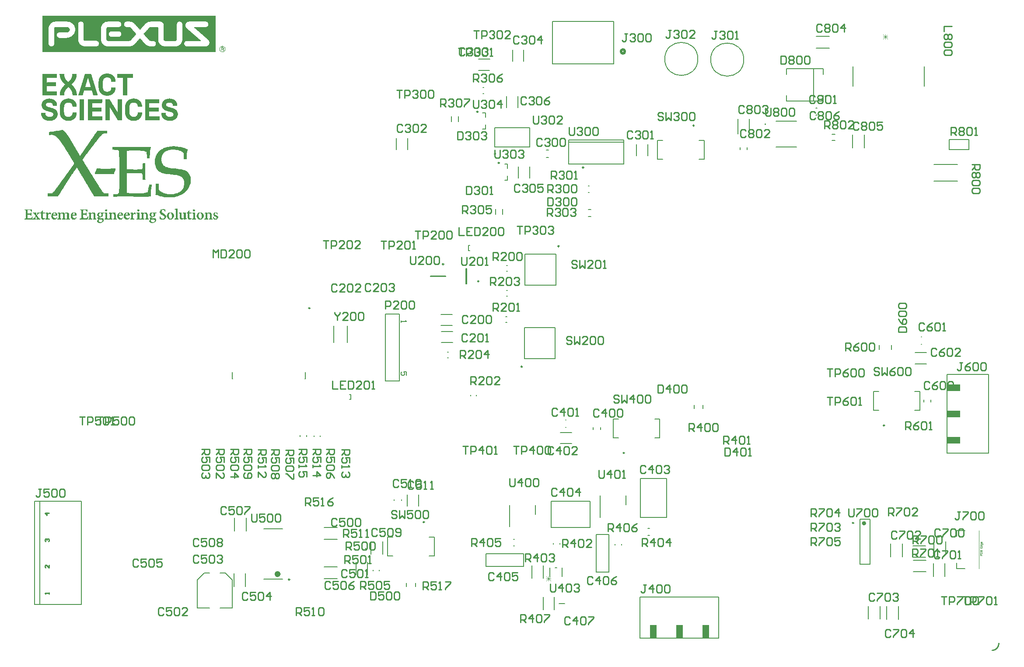
<source format=gto>
G04*
G04 #@! TF.GenerationSoftware,Altium Limited,Altium Designer,23.1.1 (15)*
G04*
G04 Layer_Color=65535*
%FSLAX25Y25*%
%MOIN*%
G70*
G04*
G04 #@! TF.SameCoordinates,EC016929-1199-40CF-B0C5-1E8161D31A68*
G04*
G04*
G04 #@! TF.FilePolarity,Positive*
G04*
G01*
G75*
%ADD10C,0.00984*%
%ADD11C,0.02000*%
%ADD12C,0.01575*%
%ADD13C,0.00787*%
%ADD14C,0.02362*%
%ADD15C,0.00591*%
%ADD16C,0.00600*%
%ADD17C,0.00500*%
%ADD18C,0.01000*%
%ADD19C,0.00300*%
%ADD20C,0.00394*%
%ADD21C,0.00200*%
G36*
X260259Y463115D02*
X260832D01*
Y462972D01*
X260975D01*
Y462828D01*
X261261D01*
Y462685D01*
X261404D01*
Y462542D01*
X261548D01*
Y462399D01*
X261691D01*
Y462256D01*
X261834D01*
Y461969D01*
X261977D01*
Y461540D01*
X262121D01*
Y460251D01*
X261977D01*
Y459964D01*
X261834D01*
Y459678D01*
X261691D01*
Y459534D01*
X261548D01*
Y459391D01*
X261404D01*
Y459248D01*
X261261D01*
Y459105D01*
X261118D01*
Y458961D01*
X260975D01*
Y458818D01*
X260545D01*
Y458675D01*
X259113D01*
Y458818D01*
X258826D01*
Y458961D01*
X258540D01*
Y459105D01*
X258397D01*
Y459248D01*
X258254D01*
Y459391D01*
X258110D01*
Y459534D01*
X257967D01*
Y459678D01*
X257824D01*
Y459964D01*
X257681D01*
Y460394D01*
X257538D01*
Y461540D01*
X257681D01*
Y461969D01*
X257824D01*
Y462112D01*
X257967D01*
Y462399D01*
X258110D01*
Y462542D01*
X258254D01*
Y462685D01*
X258397D01*
Y462828D01*
X258683D01*
Y462972D01*
X258970D01*
Y463115D01*
X259399D01*
Y463258D01*
X260259D01*
Y463115D01*
D02*
G37*
G36*
X254673Y458675D02*
X122621D01*
Y486317D01*
X122764D01*
Y486460D01*
X254673D01*
Y458675D01*
D02*
G37*
G36*
X159701Y442011D02*
X159817D01*
Y441837D01*
X159875D01*
Y441606D01*
X159933D01*
Y441432D01*
X159991D01*
Y441258D01*
X160049D01*
Y441085D01*
X160107D01*
Y440911D01*
X160164D01*
Y440679D01*
X160222D01*
Y440506D01*
X160280D01*
Y440332D01*
X160338D01*
Y440158D01*
X160396D01*
Y439984D01*
X160454D01*
Y439753D01*
X160512D01*
Y439579D01*
X160570D01*
Y439405D01*
X160628D01*
Y439232D01*
X160686D01*
Y439000D01*
X160744D01*
Y438826D01*
X160801D01*
Y438653D01*
X160859D01*
Y438479D01*
X160917D01*
Y438305D01*
X160975D01*
Y438073D01*
X161033D01*
Y437900D01*
X161091D01*
Y437726D01*
X161149D01*
Y437552D01*
X161207D01*
Y437379D01*
X161265D01*
Y437147D01*
X161323D01*
Y436973D01*
X161381D01*
Y436800D01*
X161439D01*
Y436626D01*
X161496D01*
Y436452D01*
X161554D01*
Y436221D01*
X161612D01*
Y436047D01*
X161670D01*
Y435989D01*
Y435931D01*
Y435873D01*
X161728D01*
Y435699D01*
X161786D01*
Y435468D01*
X161844D01*
Y435294D01*
X161902D01*
Y435120D01*
X161960D01*
Y434947D01*
X162018D01*
Y434773D01*
X162075D01*
Y434541D01*
X162133D01*
Y434368D01*
X162191D01*
Y434194D01*
X162249D01*
Y434020D01*
X162307D01*
Y433846D01*
X162365D01*
Y433615D01*
X162423D01*
Y433441D01*
X162481D01*
Y433267D01*
X162539D01*
Y433094D01*
X162597D01*
Y432862D01*
X162654D01*
Y432688D01*
X162712D01*
Y432514D01*
X162770D01*
Y432341D01*
X162828D01*
Y432167D01*
X162886D01*
Y431936D01*
X162944D01*
Y431762D01*
X163002D01*
Y431588D01*
X163060D01*
Y431414D01*
X163118D01*
Y431241D01*
X163176D01*
Y431009D01*
X163233D01*
Y430835D01*
X163292D01*
Y430661D01*
X163349D01*
Y430488D01*
X163407D01*
Y430314D01*
X163465D01*
Y430083D01*
X163523D01*
Y429909D01*
X163581D01*
Y429735D01*
X163639D01*
Y429561D01*
X163697D01*
Y429330D01*
X163755D01*
Y429156D01*
X163813D01*
Y428982D01*
X163871D01*
Y428809D01*
X163928D01*
Y428635D01*
X163986D01*
Y428403D01*
X164044D01*
Y428230D01*
X164102D01*
Y428056D01*
X164160D01*
Y427882D01*
X164218D01*
Y427708D01*
X164276D01*
Y427477D01*
X164334D01*
Y427303D01*
X164392D01*
Y427129D01*
X164450D01*
Y426956D01*
X164507D01*
Y426724D01*
X164565D01*
Y426550D01*
X164623D01*
Y426376D01*
X164681D01*
Y426203D01*
X164739D01*
Y426029D01*
X164797D01*
Y425855D01*
X161323D01*
Y426087D01*
X161265D01*
Y426261D01*
X161207D01*
Y426434D01*
X161149D01*
Y426666D01*
X161091D01*
Y426840D01*
X161033D01*
Y427071D01*
X160975D01*
Y427245D01*
X160917D01*
Y427419D01*
X160859D01*
Y427593D01*
X160801D01*
Y427824D01*
X160744D01*
Y427998D01*
X160686D01*
Y428172D01*
X160628D01*
Y428403D01*
X160570D01*
Y428577D01*
X160512D01*
Y428751D01*
X160454D01*
Y428982D01*
X160396D01*
Y429156D01*
X160338D01*
Y429272D01*
X154432D01*
Y429214D01*
X154374D01*
Y428982D01*
X154316D01*
Y428809D01*
X154258D01*
Y428635D01*
X154200D01*
Y428403D01*
X154142D01*
Y428230D01*
X154084D01*
Y428056D01*
X154026D01*
Y427824D01*
X153969D01*
Y427650D01*
X153911D01*
Y427477D01*
X153853D01*
Y427245D01*
X153795D01*
Y427071D01*
X153737D01*
Y426898D01*
X153679D01*
Y426666D01*
X153621D01*
Y426492D01*
X153563D01*
Y426319D01*
X153505D01*
Y426087D01*
X153447D01*
Y425913D01*
X153390D01*
Y425855D01*
X150031D01*
Y425971D01*
X150089D01*
Y426203D01*
X150147D01*
Y426376D01*
X150205D01*
Y426550D01*
X150263D01*
Y426724D01*
X150320D01*
Y426956D01*
X150378D01*
Y427129D01*
X150436D01*
Y427303D01*
X150494D01*
Y427477D01*
X150552D01*
Y427708D01*
X150610D01*
Y427882D01*
X150668D01*
Y428056D01*
X150726D01*
Y428230D01*
X150784D01*
Y428403D01*
X150842D01*
Y428635D01*
X150900D01*
Y428809D01*
X150958D01*
Y428982D01*
X151015D01*
Y429156D01*
X151073D01*
Y429330D01*
X151131D01*
Y429561D01*
X151189D01*
Y429735D01*
X151247D01*
Y429909D01*
X151305D01*
Y430083D01*
X151363D01*
Y430256D01*
X151421D01*
Y430488D01*
X151479D01*
Y430661D01*
X151537D01*
Y430835D01*
X151594D01*
Y431009D01*
X151652D01*
Y431241D01*
X151710D01*
Y431414D01*
X151768D01*
Y431588D01*
X151826D01*
Y431762D01*
X151884D01*
Y431936D01*
X151942D01*
Y432167D01*
X152000D01*
Y432341D01*
X152058D01*
Y432514D01*
X152116D01*
Y432688D01*
X152173D01*
Y432862D01*
X152231D01*
Y433094D01*
X152289D01*
Y433267D01*
X152347D01*
Y433441D01*
X152405D01*
Y433615D01*
X152463D01*
Y433846D01*
X152521D01*
Y434020D01*
X152579D01*
Y434194D01*
X152637D01*
Y434368D01*
X152695D01*
Y434541D01*
X152753D01*
Y434773D01*
X152811D01*
Y434947D01*
X152868D01*
Y435120D01*
X152926D01*
Y435294D01*
X152984D01*
Y435468D01*
X153042D01*
Y435699D01*
X153100D01*
Y435873D01*
X153158D01*
Y436047D01*
X153216D01*
Y436221D01*
X153274D01*
Y436394D01*
X153332D01*
Y436626D01*
X153390D01*
Y436800D01*
X153447D01*
Y436973D01*
X153505D01*
Y437147D01*
X153563D01*
Y437379D01*
X153621D01*
Y437552D01*
X153679D01*
Y437726D01*
X153737D01*
Y437900D01*
X153795D01*
Y438073D01*
X153853D01*
Y438305D01*
X153911D01*
Y438479D01*
X153969D01*
Y438653D01*
X154026D01*
Y438826D01*
X154084D01*
Y439000D01*
X154142D01*
Y439232D01*
X154200D01*
Y439405D01*
X154258D01*
Y439579D01*
X154316D01*
Y439753D01*
X154374D01*
Y439984D01*
X154432D01*
Y440158D01*
X154490D01*
Y440332D01*
X154548D01*
Y440506D01*
X154606D01*
Y440679D01*
X154664D01*
Y440911D01*
X154721D01*
Y441085D01*
X154779D01*
Y441258D01*
X154837D01*
Y441432D01*
X154895D01*
Y441606D01*
X154953D01*
Y441837D01*
X155011D01*
Y442011D01*
X155185D01*
Y442069D01*
X159470D01*
Y442011D01*
X159528D01*
Y442069D01*
X159701D01*
Y442011D01*
D02*
G37*
G36*
X139145D02*
X139203D01*
Y441143D01*
X139260D01*
Y440737D01*
X139318D01*
Y440448D01*
X139376D01*
Y440158D01*
X139434D01*
Y439984D01*
X139492D01*
Y439753D01*
X139550D01*
Y439637D01*
X139608D01*
Y439463D01*
X139666D01*
Y439347D01*
X139724D01*
Y439174D01*
X139782D01*
Y439058D01*
X139839D01*
Y438942D01*
X139897D01*
Y438826D01*
X139955D01*
Y438710D01*
X140013D01*
Y438595D01*
X140071D01*
Y438537D01*
X140129D01*
Y438421D01*
X140187D01*
Y438305D01*
X140245D01*
Y438247D01*
X140303D01*
Y438131D01*
X140361D01*
Y438073D01*
X140419D01*
Y437958D01*
X140477D01*
Y437900D01*
X140534D01*
Y437842D01*
X140592D01*
Y437784D01*
X140650D01*
Y437668D01*
X140708D01*
Y437610D01*
X140766D01*
Y437552D01*
X140824D01*
Y437494D01*
X140882D01*
Y437379D01*
X140940D01*
Y437321D01*
X140998D01*
Y437263D01*
X141056D01*
Y437205D01*
X141113D01*
Y437147D01*
X141171D01*
Y437089D01*
X141229D01*
Y437031D01*
X141287D01*
Y436973D01*
X141345D01*
Y436915D01*
X141403D01*
Y436858D01*
X141461D01*
Y436800D01*
X141519D01*
Y436742D01*
X141577D01*
Y436684D01*
X141635D01*
Y436626D01*
X141692D01*
Y436568D01*
X141750D01*
Y436510D01*
X141808D01*
Y436452D01*
X141866D01*
Y436394D01*
X141982D01*
Y436336D01*
X142040D01*
Y436278D01*
X142098D01*
Y436221D01*
X142156D01*
Y436163D01*
X142214D01*
Y436105D01*
X142272D01*
Y436047D01*
X142330D01*
Y436036D01*
X142367D01*
Y436094D01*
X142425D01*
Y436152D01*
X142483D01*
Y436209D01*
X142541D01*
Y436267D01*
X142599D01*
Y436325D01*
X142715D01*
Y436383D01*
X142773D01*
Y436441D01*
X142831D01*
Y436499D01*
X142889D01*
Y436557D01*
X142947D01*
Y436615D01*
X143005D01*
Y436673D01*
X143062D01*
Y436731D01*
X143120D01*
Y436789D01*
X143178D01*
Y436846D01*
X143236D01*
Y436904D01*
X143294D01*
Y436962D01*
X143352D01*
Y437020D01*
X143410D01*
Y437078D01*
X143468D01*
Y437136D01*
X143526D01*
Y437194D01*
X143584D01*
Y437252D01*
X143641D01*
Y437310D01*
X143699D01*
Y437425D01*
X143757D01*
Y437483D01*
X143815D01*
Y437541D01*
X143873D01*
Y437599D01*
X143931D01*
Y437715D01*
X143989D01*
Y437773D01*
X144047D01*
Y437831D01*
X144105D01*
Y437889D01*
X144163D01*
Y438004D01*
X144220D01*
Y438062D01*
X144278D01*
Y438178D01*
X144336D01*
Y438236D01*
X144394D01*
Y438352D01*
X144452D01*
Y438468D01*
X144510D01*
Y438526D01*
X144568D01*
Y438641D01*
X144626D01*
Y438757D01*
X144684D01*
Y438873D01*
X144742D01*
Y438989D01*
X144800D01*
Y439105D01*
X144858D01*
Y439278D01*
X144915D01*
Y439394D01*
X144973D01*
Y439568D01*
X145031D01*
Y439684D01*
X145089D01*
Y439915D01*
X145147D01*
Y440089D01*
X145205D01*
Y440379D01*
X145263D01*
Y440668D01*
X145321D01*
Y441074D01*
X145379D01*
Y441942D01*
X145437D01*
Y442000D01*
X145494D01*
Y441942D01*
X145552D01*
Y442000D01*
X148448D01*
Y441942D01*
X148506D01*
Y442000D01*
X148621D01*
Y441942D01*
X148737D01*
Y442000D01*
X148795D01*
Y441074D01*
X148737D01*
Y440610D01*
X148679D01*
Y440263D01*
X148621D01*
Y439973D01*
X148564D01*
Y439742D01*
X148506D01*
Y439510D01*
X148448D01*
Y439336D01*
X148390D01*
Y439163D01*
X148332D01*
Y438989D01*
X148274D01*
Y438815D01*
X148216D01*
Y438641D01*
X148158D01*
Y438526D01*
X148100D01*
Y438352D01*
X148042D01*
Y438236D01*
X147984D01*
Y438120D01*
X147926D01*
Y437947D01*
X147869D01*
Y437831D01*
X147811D01*
Y437773D01*
X147753D01*
Y437599D01*
X147695D01*
Y437541D01*
X147637D01*
Y437425D01*
X147579D01*
Y437310D01*
X147521D01*
Y437194D01*
X147463D01*
Y437136D01*
X147405D01*
Y437020D01*
X147347D01*
Y436973D01*
X147367D01*
Y436915D01*
X147347D01*
Y436904D01*
X147290D01*
Y436846D01*
X147232D01*
Y436731D01*
X147174D01*
Y436673D01*
X147116D01*
Y436615D01*
X147058D01*
Y436499D01*
X147000D01*
Y436441D01*
X146942D01*
Y436325D01*
X146884D01*
Y436267D01*
X146826D01*
Y436209D01*
X146768D01*
Y436094D01*
X146711D01*
Y436036D01*
X146653D01*
Y435978D01*
X146595D01*
Y435862D01*
X146537D01*
Y435804D01*
X146479D01*
Y435746D01*
X146421D01*
Y435688D01*
X146363D01*
Y435630D01*
X146305D01*
Y435514D01*
X146247D01*
Y435457D01*
X146189D01*
Y435399D01*
X146131D01*
Y435341D01*
X146073D01*
Y435283D01*
X146016D01*
Y435225D01*
X145958D01*
Y435167D01*
X145900D01*
Y435109D01*
X145842D01*
Y435051D01*
X145784D01*
Y434993D01*
X145726D01*
Y434936D01*
X145668D01*
Y434878D01*
X145610D01*
Y434820D01*
X145552D01*
Y434762D01*
X145494D01*
Y434704D01*
X145437D01*
Y434646D01*
X145379D01*
Y434588D01*
X145321D01*
Y434530D01*
X145263D01*
Y434472D01*
X145205D01*
Y434414D01*
X145147D01*
Y434356D01*
X145089D01*
Y434299D01*
X145031D01*
Y434241D01*
X144973D01*
Y434183D01*
X144915D01*
Y434125D01*
X144800D01*
Y434067D01*
X144742D01*
Y434020D01*
X144819D01*
Y433962D01*
X144877D01*
Y433904D01*
X144993D01*
Y433846D01*
X145051D01*
Y433788D01*
X145109D01*
Y433731D01*
X145167D01*
Y433673D01*
X145225D01*
Y433615D01*
X145283D01*
Y433557D01*
X145341D01*
Y433499D01*
X145398D01*
Y433441D01*
X145456D01*
Y433383D01*
X145514D01*
Y433325D01*
X145572D01*
Y433267D01*
X145630D01*
Y433209D01*
X145688D01*
Y433151D01*
X145746D01*
Y433094D01*
X145804D01*
Y433036D01*
X145862D01*
Y432978D01*
X145920D01*
Y432920D01*
X145978D01*
Y432862D01*
X146036D01*
Y432804D01*
X146093D01*
Y432746D01*
X146151D01*
Y432688D01*
X146209D01*
Y432630D01*
X146267D01*
Y432514D01*
X146325D01*
Y432457D01*
X146383D01*
Y432399D01*
X146441D01*
Y432341D01*
X146499D01*
Y432283D01*
X146557D01*
Y432167D01*
X146615D01*
Y432109D01*
X146672D01*
Y432051D01*
X146730D01*
Y431993D01*
X146788D01*
Y431878D01*
X146846D01*
Y431820D01*
X146904D01*
Y431762D01*
X146962D01*
Y431646D01*
X147020D01*
Y431588D01*
X147078D01*
Y431472D01*
X147136D01*
Y431414D01*
X147194D01*
Y431356D01*
X147251D01*
Y431241D01*
X147309D01*
Y431125D01*
X147367D01*
Y431067D01*
X147425D01*
Y430951D01*
X147483D01*
Y430893D01*
X147541D01*
Y430777D01*
X147599D01*
Y430661D01*
X147657D01*
Y430546D01*
X147715D01*
Y430488D01*
X147773D01*
Y430372D01*
X147831D01*
Y430256D01*
X147889D01*
Y430140D01*
X147946D01*
Y430025D01*
X148004D01*
Y429851D01*
X148062D01*
Y429735D01*
X148120D01*
Y429619D01*
X148178D01*
Y429503D01*
X148236D01*
Y429330D01*
X148294D01*
Y429214D01*
X148352D01*
Y429040D01*
X148410D01*
Y428866D01*
X148468D01*
Y428693D01*
X148525D01*
Y428519D01*
X148583D01*
Y428287D01*
X148641D01*
Y428056D01*
X148699D01*
Y427824D01*
X148757D01*
Y427535D01*
X148815D01*
Y427129D01*
X148873D01*
Y426608D01*
X148931D01*
Y425855D01*
X145514D01*
Y426782D01*
X145456D01*
Y427129D01*
X145398D01*
Y427477D01*
X145341D01*
Y427708D01*
X145283D01*
Y427940D01*
X145225D01*
Y428114D01*
X145167D01*
Y428287D01*
X145109D01*
Y428461D01*
X145051D01*
Y428635D01*
X144993D01*
Y428751D01*
X144935D01*
Y428866D01*
X144877D01*
Y429040D01*
X144819D01*
Y429156D01*
X144762D01*
Y429214D01*
X144704D01*
Y429330D01*
X144646D01*
Y429446D01*
X144588D01*
Y429561D01*
X144530D01*
Y429619D01*
X144472D01*
Y429735D01*
X144414D01*
Y429851D01*
X144356D01*
Y429909D01*
X144298D01*
Y430025D01*
X144240D01*
Y430083D01*
X144183D01*
Y430140D01*
X144125D01*
Y430256D01*
X144067D01*
Y430314D01*
X144009D01*
Y430430D01*
X143951D01*
Y430488D01*
X143893D01*
Y430546D01*
X143835D01*
Y430604D01*
X143777D01*
Y430661D01*
X143719D01*
Y430719D01*
X143661D01*
Y430835D01*
X143603D01*
Y430893D01*
X143545D01*
Y430951D01*
X143488D01*
Y431009D01*
X143430D01*
Y431067D01*
X143372D01*
Y431125D01*
X143314D01*
Y431183D01*
X143256D01*
Y431241D01*
X143198D01*
Y431298D01*
X143140D01*
Y431356D01*
X143082D01*
Y431414D01*
X143024D01*
Y431472D01*
X142966D01*
Y431530D01*
X142909D01*
Y431588D01*
X142851D01*
Y431646D01*
X142793D01*
Y431704D01*
X142735D01*
Y431762D01*
X142677D01*
Y431820D01*
X142619D01*
Y431878D01*
X142503D01*
Y431936D01*
X142445D01*
Y431993D01*
X142387D01*
Y432031D01*
X142380Y432025D01*
Y431979D01*
X142322D01*
Y431921D01*
X142264D01*
Y431863D01*
X142148D01*
Y431805D01*
X142090D01*
Y431747D01*
X142032D01*
Y431689D01*
X141974D01*
Y431631D01*
X141917D01*
Y431573D01*
X141858D01*
Y431516D01*
X141801D01*
Y431458D01*
X141743D01*
Y431400D01*
X141685D01*
Y431342D01*
X141627D01*
Y431284D01*
X141569D01*
Y431226D01*
X141511D01*
Y431168D01*
X141453D01*
Y431110D01*
X141395D01*
Y431052D01*
X141337D01*
Y430994D01*
X141279D01*
Y430936D01*
X141222D01*
Y430879D01*
X141164D01*
Y430821D01*
X141106D01*
Y430705D01*
X141048D01*
Y430647D01*
X140990D01*
Y430589D01*
X140932D01*
Y430531D01*
X140874D01*
Y430473D01*
X140816D01*
Y430415D01*
X140758D01*
Y430300D01*
X140700D01*
Y430242D01*
X140642D01*
Y430126D01*
X140585D01*
Y430068D01*
X140527D01*
Y430010D01*
X140469D01*
Y429894D01*
X140411D01*
Y429836D01*
X140353D01*
Y429720D01*
X140295D01*
Y429605D01*
X140237D01*
Y429547D01*
X140179D01*
Y429431D01*
X140121D01*
Y429315D01*
X140064D01*
Y429199D01*
X140006D01*
Y429142D01*
X139948D01*
Y429026D01*
X139890D01*
Y428852D01*
X139832D01*
Y428736D01*
X139774D01*
Y428620D01*
X139716D01*
Y428447D01*
X139658D01*
Y428273D01*
X139600D01*
Y428099D01*
X139542D01*
Y427925D01*
X139484D01*
Y427694D01*
X139427D01*
Y427462D01*
X139369D01*
Y427115D01*
X139311D01*
Y426767D01*
X139253D01*
Y425841D01*
X135836D01*
Y426594D01*
X135894D01*
Y427115D01*
X135952D01*
Y427520D01*
X136010D01*
Y427810D01*
X136068D01*
Y428041D01*
X136126D01*
Y428273D01*
X136184D01*
Y428505D01*
X136242D01*
Y428678D01*
X136300D01*
Y428852D01*
X136357D01*
Y429026D01*
X136415D01*
Y429199D01*
X136473D01*
Y429315D01*
X136531D01*
Y429489D01*
X136589D01*
Y429605D01*
X136647D01*
Y429720D01*
X136705D01*
Y429836D01*
X136763D01*
Y430010D01*
X136821D01*
Y430126D01*
X136879D01*
Y430242D01*
X136936D01*
Y430358D01*
X136994D01*
Y430473D01*
X137052D01*
Y430531D01*
X137110D01*
Y430647D01*
X137168D01*
Y430763D01*
X137226D01*
Y430879D01*
X137284D01*
Y430936D01*
X137342D01*
Y431052D01*
X137400D01*
Y431110D01*
X137458D01*
Y431226D01*
X137516D01*
Y431342D01*
X137574D01*
Y431400D01*
X137631D01*
Y431458D01*
X137689D01*
Y431573D01*
X137747D01*
Y431631D01*
X137805D01*
Y431747D01*
X137863D01*
Y431805D01*
X137921D01*
Y431863D01*
X137979D01*
Y431979D01*
X138037D01*
Y432037D01*
X138095D01*
Y432095D01*
X138153D01*
Y432153D01*
X138210D01*
Y432268D01*
X138268D01*
Y432326D01*
X138326D01*
Y432384D01*
X138384D01*
Y432442D01*
X138442D01*
Y432500D01*
X138500D01*
Y432616D01*
X138558D01*
Y432674D01*
X138616D01*
Y432732D01*
X138674D01*
Y432790D01*
X138732D01*
Y432847D01*
X138789D01*
Y432905D01*
X138847D01*
Y432963D01*
X138905D01*
Y433021D01*
X138963D01*
Y433079D01*
X139021D01*
Y433137D01*
X139079D01*
Y433195D01*
X139137D01*
Y433253D01*
X139195D01*
Y433311D01*
X139253D01*
Y433369D01*
X139311D01*
Y433427D01*
X139369D01*
Y433484D01*
X139427D01*
Y433542D01*
X139484D01*
Y433600D01*
X139542D01*
Y433658D01*
X139600D01*
Y433716D01*
X139658D01*
Y433774D01*
X139716D01*
Y433832D01*
X139774D01*
Y433890D01*
X139890D01*
Y433948D01*
X139948D01*
Y434006D01*
X139962D01*
X139948Y434020D01*
X139897D01*
Y434078D01*
X139839D01*
Y434136D01*
X139782D01*
Y434194D01*
X139666D01*
Y434252D01*
X139608D01*
Y434310D01*
X139550D01*
Y434368D01*
X139492D01*
Y434425D01*
X139434D01*
Y434483D01*
X139376D01*
Y434541D01*
X139318D01*
Y434599D01*
X139260D01*
Y434657D01*
X139203D01*
Y434715D01*
X139145D01*
Y434773D01*
X139087D01*
Y434831D01*
X139029D01*
Y434889D01*
X138971D01*
Y434947D01*
X138913D01*
Y435005D01*
X138855D01*
Y435062D01*
X138797D01*
Y435120D01*
X138739D01*
Y435178D01*
X138681D01*
Y435236D01*
X138623D01*
Y435294D01*
X138566D01*
Y435352D01*
X138508D01*
Y435410D01*
X138450D01*
Y435468D01*
X138392D01*
Y435526D01*
X138334D01*
Y435584D01*
X138276D01*
Y435699D01*
X138218D01*
Y435757D01*
X138160D01*
Y435815D01*
X138102D01*
Y435873D01*
X138044D01*
Y435931D01*
X137987D01*
Y436047D01*
X137929D01*
Y436105D01*
X137871D01*
Y436163D01*
X137813D01*
Y436278D01*
X137755D01*
Y436336D01*
X137697D01*
Y436394D01*
X137639D01*
Y436510D01*
X137581D01*
Y436568D01*
X137523D01*
Y436684D01*
X137465D01*
Y436742D01*
X137408D01*
Y436800D01*
X137350D01*
Y436915D01*
X137292D01*
Y436973D01*
X137234D01*
Y437089D01*
X137176D01*
Y437205D01*
X137118D01*
Y437263D01*
X137060D01*
Y437379D01*
X137002D01*
Y437494D01*
X136944D01*
Y437610D01*
X136886D01*
Y437668D01*
X136828D01*
Y437842D01*
X136770D01*
Y437900D01*
X136713D01*
Y438016D01*
X136655D01*
Y438189D01*
X136597D01*
Y438305D01*
X136539D01*
Y438421D01*
X136481D01*
Y438595D01*
X136423D01*
Y438710D01*
X136365D01*
Y438884D01*
X136307D01*
Y439058D01*
X136249D01*
Y439232D01*
X136191D01*
Y439405D01*
X136134D01*
Y439579D01*
X136076D01*
Y439811D01*
X136018D01*
Y440042D01*
X135960D01*
Y440332D01*
X135902D01*
Y440679D01*
X135844D01*
Y441143D01*
X135786D01*
Y442069D01*
X135844D01*
Y442011D01*
X135960D01*
Y442069D01*
X136076D01*
Y442011D01*
X136134D01*
Y442069D01*
X139029D01*
Y442011D01*
X139087D01*
Y442069D01*
X139145D01*
Y442011D01*
D02*
G37*
G36*
X133702Y439000D02*
X126000D01*
Y438942D01*
X126058D01*
Y435584D01*
X126116D01*
Y435526D01*
X126232D01*
Y435584D01*
X126289D01*
Y435526D01*
X126405D01*
Y435584D01*
X133007D01*
Y435526D01*
X133064D01*
Y435584D01*
X133122D01*
Y432630D01*
X126000D01*
Y432572D01*
X126058D01*
Y432514D01*
X126000D01*
Y432399D01*
X126058D01*
Y429098D01*
X126000D01*
Y429040D01*
X126058D01*
Y428924D01*
X126000D01*
Y428866D01*
X133817D01*
Y425855D01*
X122757D01*
Y441664D01*
X122815D01*
Y441722D01*
X122757D01*
Y441837D01*
X122815D01*
Y441953D01*
X122757D01*
Y442011D01*
X122815D01*
Y442069D01*
X122873D01*
Y442011D01*
X122989D01*
Y442069D01*
X123047D01*
Y442011D01*
X123163D01*
Y442069D01*
X133412D01*
Y442011D01*
X133470D01*
Y442069D01*
X133586D01*
Y442011D01*
X133644D01*
Y442069D01*
X133702D01*
Y439000D01*
D02*
G37*
G36*
X172556Y442359D02*
X173135D01*
Y442301D01*
X173483D01*
Y442243D01*
X173772D01*
Y442185D01*
X174004D01*
Y442127D01*
X174236D01*
Y442069D01*
X174409D01*
Y442011D01*
X174583D01*
Y441953D01*
X174699D01*
Y441895D01*
X174873D01*
Y441837D01*
X174988D01*
Y441780D01*
X175104D01*
Y441722D01*
X175278D01*
Y441664D01*
X175336D01*
Y441606D01*
X175452D01*
Y441548D01*
X175567D01*
Y441490D01*
X175683D01*
Y441432D01*
X175741D01*
Y441374D01*
X175857D01*
Y441316D01*
X175915D01*
Y441258D01*
X176031D01*
Y441200D01*
X176089D01*
Y441143D01*
X176147D01*
Y441085D01*
X176262D01*
Y441027D01*
X176320D01*
Y440969D01*
X176378D01*
Y440911D01*
X176436D01*
Y440853D01*
X176494D01*
Y440795D01*
X176552D01*
Y440737D01*
X176610D01*
Y440679D01*
X176668D01*
Y440621D01*
X176726D01*
Y440563D01*
X176784D01*
Y440506D01*
X176841D01*
Y440448D01*
X176899D01*
Y440390D01*
X176957D01*
Y440332D01*
X177015D01*
Y440274D01*
X177073D01*
Y440216D01*
X177131D01*
Y440100D01*
X177189D01*
Y440042D01*
X177247D01*
Y439926D01*
X177305D01*
Y439869D01*
X177363D01*
Y439811D01*
X177420D01*
Y439695D01*
X177478D01*
Y439579D01*
X177536D01*
Y439521D01*
X177594D01*
Y439405D01*
X177652D01*
Y439290D01*
X177710D01*
Y439174D01*
X177768D01*
Y439058D01*
X177826D01*
Y438942D01*
X177884D01*
Y438826D01*
X177942D01*
Y438653D01*
X178000D01*
Y438479D01*
X178058D01*
Y438305D01*
X178115D01*
Y438131D01*
X178173D01*
Y437900D01*
X178231D01*
Y437610D01*
X178289D01*
Y437263D01*
X178347D01*
Y436800D01*
X178405D01*
Y436163D01*
X175104D01*
Y436800D01*
X175046D01*
Y437089D01*
X174988D01*
Y437321D01*
X174931D01*
Y437494D01*
X174873D01*
Y437668D01*
X174815D01*
Y437784D01*
X174757D01*
Y437900D01*
X174699D01*
Y438016D01*
X174641D01*
Y438131D01*
X174583D01*
Y438189D01*
X174525D01*
Y438305D01*
X174467D01*
Y438363D01*
X174409D01*
Y438421D01*
X174352D01*
Y438479D01*
X174294D01*
Y438537D01*
X174236D01*
Y438595D01*
X174178D01*
Y438653D01*
X174120D01*
Y438710D01*
X174062D01*
Y438768D01*
X174004D01*
Y438826D01*
X173888D01*
Y438884D01*
X173830D01*
Y438942D01*
X173714D01*
Y439000D01*
X173599D01*
Y439058D01*
X173483D01*
Y439116D01*
X173367D01*
Y439174D01*
X173251D01*
Y439232D01*
X173078D01*
Y439290D01*
X172788D01*
Y439347D01*
X172441D01*
Y439405D01*
X171572D01*
Y439347D01*
X171167D01*
Y439290D01*
X170935D01*
Y439232D01*
X170761D01*
Y439174D01*
X170645D01*
Y439116D01*
X170472D01*
Y439058D01*
X170356D01*
Y439000D01*
X170240D01*
Y438942D01*
X170182D01*
Y438884D01*
X170066D01*
Y438826D01*
X170009D01*
Y438768D01*
X169893D01*
Y438710D01*
X169835D01*
Y438653D01*
X169777D01*
Y438595D01*
X169719D01*
Y438537D01*
X169661D01*
Y438479D01*
X169603D01*
Y438421D01*
X169545D01*
Y438363D01*
X169487D01*
Y438247D01*
X169430D01*
Y438189D01*
X169372D01*
Y438131D01*
X169314D01*
Y438016D01*
X169256D01*
Y437900D01*
X169198D01*
Y437784D01*
X169140D01*
Y437668D01*
X169082D01*
Y437552D01*
X169024D01*
Y437436D01*
X168966D01*
Y437263D01*
X168908D01*
Y437031D01*
X168850D01*
Y436742D01*
X168792D01*
Y436336D01*
X168735D01*
Y431530D01*
X168792D01*
Y431125D01*
X168850D01*
Y430835D01*
X168908D01*
Y430604D01*
X168966D01*
Y430430D01*
X169024D01*
Y430314D01*
X169082D01*
Y430198D01*
X169140D01*
Y430025D01*
X169198D01*
Y429967D01*
X169256D01*
Y429851D01*
X169314D01*
Y429793D01*
X169372D01*
Y429677D01*
X169430D01*
Y429619D01*
X169487D01*
Y429503D01*
X169545D01*
Y429446D01*
X169603D01*
Y429388D01*
X169661D01*
Y429330D01*
X169719D01*
Y429272D01*
X169777D01*
Y429214D01*
X169835D01*
Y429156D01*
X169893D01*
Y429098D01*
X170009D01*
Y429040D01*
X170066D01*
Y428982D01*
X170182D01*
Y428924D01*
X170240D01*
Y428866D01*
X170356D01*
Y428809D01*
X170472D01*
Y428751D01*
X170645D01*
Y428693D01*
X170761D01*
Y428635D01*
X170935D01*
Y428577D01*
X171225D01*
Y428519D01*
X171746D01*
Y428461D01*
X171862D01*
Y428519D01*
X172788D01*
Y428577D01*
X173020D01*
Y428635D01*
X173193D01*
Y428693D01*
X173367D01*
Y428751D01*
X173483D01*
Y428809D01*
X173657D01*
Y428866D01*
X173714D01*
Y428924D01*
X173830D01*
Y428982D01*
X173888D01*
Y429040D01*
X174004D01*
Y429098D01*
X174062D01*
Y429156D01*
X174120D01*
Y429214D01*
X174178D01*
Y429272D01*
X174236D01*
Y429330D01*
X174294D01*
Y429388D01*
X174352D01*
Y429446D01*
X174409D01*
Y429503D01*
X174467D01*
Y429561D01*
X174525D01*
Y429677D01*
X174583D01*
Y429735D01*
X174641D01*
Y429851D01*
X174699D01*
Y429967D01*
X174757D01*
Y430083D01*
X174815D01*
Y430198D01*
X174873D01*
Y430372D01*
X174931D01*
Y430546D01*
X174988D01*
Y430777D01*
X175046D01*
Y430835D01*
Y431125D01*
X175104D01*
Y431704D01*
X175162D01*
Y431762D01*
X178405D01*
Y431125D01*
X178347D01*
Y430604D01*
X178289D01*
Y430256D01*
X178231D01*
Y429967D01*
X178173D01*
Y429735D01*
X178115D01*
Y429561D01*
X178058D01*
Y429388D01*
X178000D01*
Y429214D01*
X177942D01*
Y429098D01*
X177884D01*
Y428924D01*
X177826D01*
Y428809D01*
X177768D01*
Y428693D01*
X177710D01*
Y428577D01*
X177652D01*
Y428461D01*
X177594D01*
Y428345D01*
X177536D01*
Y428230D01*
X177478D01*
Y428172D01*
X177420D01*
Y428056D01*
X177363D01*
Y427998D01*
X177305D01*
Y427882D01*
X177247D01*
Y427824D01*
X177189D01*
Y427766D01*
X177131D01*
Y427650D01*
X177073D01*
Y427593D01*
X177015D01*
Y427535D01*
X176957D01*
Y427477D01*
X176899D01*
Y427419D01*
X176841D01*
Y427361D01*
X176784D01*
Y427303D01*
X176726D01*
Y427187D01*
X176610D01*
Y427129D01*
X176552D01*
Y427071D01*
X176494D01*
Y427013D01*
X176436D01*
Y426956D01*
X176378D01*
Y426898D01*
X176320D01*
Y426840D01*
X176262D01*
Y426782D01*
X176147D01*
Y426724D01*
X176089D01*
Y426666D01*
X176031D01*
Y426608D01*
X175915D01*
Y426550D01*
X175857D01*
Y426492D01*
X175741D01*
Y426434D01*
X175683D01*
Y426376D01*
X175567D01*
Y426319D01*
X175452D01*
Y426261D01*
X175336D01*
Y426203D01*
X175278D01*
Y426145D01*
X175104D01*
Y426087D01*
X174988D01*
Y426029D01*
X174873D01*
Y425971D01*
X174699D01*
Y425913D01*
X174583D01*
Y425855D01*
X174409D01*
Y425797D01*
X174178D01*
Y425739D01*
X174004D01*
Y425682D01*
X173714D01*
Y425624D01*
X173425D01*
Y425566D01*
X173020D01*
Y425508D01*
X171862D01*
Y425450D01*
X171746D01*
Y425508D01*
X170993D01*
Y425566D01*
X170588D01*
Y425624D01*
X170298D01*
Y425682D01*
X170009D01*
Y425739D01*
X169835D01*
Y425797D01*
X169661D01*
Y425855D01*
X169487D01*
Y425913D01*
X169314D01*
Y425971D01*
X169140D01*
Y426029D01*
X169024D01*
Y426087D01*
X168908D01*
Y426145D01*
X168792D01*
Y426203D01*
X168677D01*
Y426261D01*
X168561D01*
Y426319D01*
X168445D01*
Y426376D01*
X168329D01*
Y426434D01*
X168271D01*
Y426492D01*
X168156D01*
Y426550D01*
X168098D01*
Y426608D01*
X167982D01*
Y426666D01*
X167924D01*
Y426724D01*
X167866D01*
Y426782D01*
X167750D01*
Y426840D01*
X167692D01*
Y426898D01*
X167634D01*
Y426956D01*
X167519D01*
Y427013D01*
X167461D01*
Y427071D01*
X167403D01*
Y427129D01*
X167345D01*
Y427187D01*
X167287D01*
Y427245D01*
X167229D01*
Y427303D01*
X167171D01*
Y427361D01*
X167113D01*
Y427419D01*
X167055D01*
Y427477D01*
X166997D01*
Y427535D01*
X166939D01*
Y427650D01*
X166882D01*
Y427708D01*
X166824D01*
Y427766D01*
X166766D01*
Y427824D01*
X166708D01*
Y427940D01*
X166650D01*
Y427998D01*
X166592D01*
Y428056D01*
X166534D01*
Y428172D01*
X166476D01*
Y428230D01*
X166418D01*
Y428345D01*
X166360D01*
Y428461D01*
X166303D01*
Y428519D01*
X166245D01*
Y428635D01*
X166187D01*
Y428751D01*
X166129D01*
Y428866D01*
X166071D01*
Y428982D01*
X166013D01*
Y429098D01*
X165955D01*
Y429272D01*
X165897D01*
Y429446D01*
X165839D01*
Y429561D01*
X165781D01*
Y429735D01*
X165724D01*
Y429967D01*
X165666D01*
Y430198D01*
X165608D01*
Y430488D01*
X165550D01*
Y430777D01*
X165492D01*
Y431414D01*
X165434D01*
Y436510D01*
X165492D01*
Y437089D01*
X165550D01*
Y437436D01*
X165608D01*
Y437668D01*
X165666D01*
Y437900D01*
X165724D01*
Y438131D01*
X165781D01*
Y438305D01*
X165839D01*
Y438479D01*
X165897D01*
Y438595D01*
X165955D01*
Y438768D01*
X166013D01*
Y438884D01*
X166071D01*
Y439000D01*
X166129D01*
Y439116D01*
X166187D01*
Y439232D01*
X166245D01*
Y439347D01*
X166303D01*
Y439463D01*
X166360D01*
Y439521D01*
X166418D01*
Y439637D01*
X166476D01*
Y439695D01*
X166534D01*
Y439811D01*
X166592D01*
Y439869D01*
X166650D01*
Y439984D01*
X166708D01*
Y440042D01*
X166766D01*
Y440100D01*
X166824D01*
Y440158D01*
X166882D01*
Y440274D01*
X166939D01*
Y440332D01*
X166997D01*
Y440390D01*
X167055D01*
Y440448D01*
X167113D01*
Y440506D01*
X167171D01*
Y440563D01*
X167229D01*
Y440621D01*
X167287D01*
Y440679D01*
X167345D01*
Y440737D01*
X167403D01*
Y440795D01*
X167461D01*
Y440853D01*
X167519D01*
Y440911D01*
X167634D01*
Y440969D01*
X167692D01*
Y441027D01*
X167750D01*
Y441085D01*
X167808D01*
Y441143D01*
X167924D01*
Y441200D01*
X167982D01*
Y441258D01*
X168098D01*
Y441316D01*
X168156D01*
Y441374D01*
X168271D01*
Y441432D01*
X168329D01*
Y441490D01*
X168445D01*
Y441548D01*
X168561D01*
Y441606D01*
X168677D01*
Y441664D01*
X168792D01*
Y441722D01*
X168908D01*
Y441780D01*
X169024D01*
Y441837D01*
X169140D01*
Y441895D01*
X169314D01*
Y441953D01*
X169430D01*
Y442011D01*
X169603D01*
Y442069D01*
X169777D01*
Y442127D01*
X170009D01*
Y442185D01*
X170240D01*
Y442243D01*
X170530D01*
Y442301D01*
X170877D01*
Y442359D01*
X171514D01*
Y442416D01*
X172556D01*
Y442359D01*
D02*
G37*
G36*
X191781Y439000D02*
X187380D01*
Y438942D01*
X187322D01*
Y425855D01*
X184080D01*
Y439000D01*
X179621D01*
Y442011D01*
X179679D01*
Y442069D01*
X191781D01*
Y439000D01*
D02*
G37*
G36*
X128374Y423192D02*
X128953D01*
Y423134D01*
X129301D01*
Y423076D01*
X129590D01*
Y423018D01*
X129822D01*
Y422960D01*
X130053D01*
Y422902D01*
X130227D01*
Y422844D01*
X130401D01*
Y422786D01*
X130575D01*
Y422728D01*
X130748D01*
Y422671D01*
X130864D01*
Y422613D01*
X130980D01*
Y422555D01*
X131096D01*
Y422497D01*
X131211D01*
Y422439D01*
X131327D01*
Y422381D01*
X131443D01*
Y422323D01*
X131501D01*
Y422265D01*
X131617D01*
Y422207D01*
X131675D01*
Y422149D01*
X131791D01*
Y422091D01*
X131849D01*
Y422034D01*
X131964D01*
Y421976D01*
X132022D01*
Y421918D01*
X132080D01*
Y421860D01*
X132138D01*
Y421802D01*
X132196D01*
Y421744D01*
X132312D01*
Y421686D01*
X132370D01*
Y421628D01*
X132428D01*
Y421570D01*
X132485D01*
Y421512D01*
X132543D01*
Y421454D01*
X132601D01*
Y421339D01*
X132659D01*
Y421281D01*
X132717D01*
Y421223D01*
X132775D01*
Y421165D01*
X132833D01*
Y421107D01*
X132891D01*
Y420991D01*
X132949D01*
Y420933D01*
X133007D01*
Y420818D01*
X133064D01*
Y420760D01*
X133122D01*
Y420644D01*
X133180D01*
Y420528D01*
X133238D01*
Y420470D01*
X133296D01*
Y420354D01*
X133354D01*
Y420181D01*
X133412D01*
Y420065D01*
X133470D01*
Y419949D01*
X133528D01*
Y419775D01*
X133586D01*
Y419601D01*
X133644D01*
Y419370D01*
X133702D01*
Y419080D01*
X133759D01*
Y418675D01*
X133817D01*
Y417806D01*
X130517D01*
Y418443D01*
X130459D01*
Y418675D01*
X130401D01*
Y418849D01*
X130343D01*
Y418964D01*
X130285D01*
Y419080D01*
X130227D01*
Y419196D01*
X130169D01*
Y419312D01*
X130111D01*
Y419370D01*
X130053D01*
Y419428D01*
X129996D01*
Y419486D01*
X129938D01*
Y419544D01*
X129880D01*
Y419601D01*
X129822D01*
Y419659D01*
X129764D01*
Y419717D01*
X129706D01*
Y419775D01*
X129590D01*
Y419833D01*
X129474D01*
Y419891D01*
X129417D01*
Y419949D01*
X129243D01*
Y420007D01*
X129127D01*
Y420065D01*
X128953D01*
Y420123D01*
X128722D01*
Y420181D01*
X128432D01*
Y420238D01*
X127158D01*
Y420181D01*
X126869D01*
Y420123D01*
X126637D01*
Y420065D01*
X126463D01*
Y420007D01*
X126347D01*
Y419949D01*
X126232D01*
Y419891D01*
X126116D01*
Y419833D01*
X126058D01*
Y419775D01*
X125942D01*
Y419717D01*
X125884D01*
Y419659D01*
X125826D01*
Y419601D01*
X125768D01*
Y419544D01*
X125710D01*
Y419486D01*
X125653D01*
Y419370D01*
X125595D01*
Y419312D01*
X125537D01*
Y419196D01*
X125479D01*
Y419022D01*
X125421D01*
Y418849D01*
X125363D01*
Y418270D01*
X125421D01*
Y418096D01*
X125479D01*
Y417922D01*
X125537D01*
Y417864D01*
X125595D01*
Y417748D01*
X125653D01*
Y417691D01*
X125710D01*
Y417633D01*
X125768D01*
Y417575D01*
X125826D01*
Y417517D01*
X125884D01*
Y417459D01*
X125942D01*
Y417401D01*
X126058D01*
Y417343D01*
X126116D01*
Y417285D01*
X126232D01*
Y417227D01*
X126347D01*
Y417169D01*
X126463D01*
Y417111D01*
X126579D01*
Y417054D01*
X126753D01*
Y416996D01*
X126869D01*
Y416938D01*
X127042D01*
Y416880D01*
X127216D01*
Y416822D01*
X127390D01*
Y416764D01*
X127621D01*
Y416706D01*
X127853D01*
Y416648D01*
X128085D01*
Y416590D01*
X128316D01*
Y416533D01*
X128548D01*
Y416475D01*
X128779D01*
Y416417D01*
X129011D01*
Y416359D01*
X129243D01*
Y416301D01*
X129474D01*
Y416243D01*
X129648D01*
Y416185D01*
X129822D01*
Y416127D01*
X130053D01*
Y416069D01*
X130227D01*
Y416011D01*
X130401D01*
Y415953D01*
X130575D01*
Y415896D01*
X130690D01*
Y415838D01*
X130864D01*
Y415780D01*
X130980D01*
Y415722D01*
X131154D01*
Y415664D01*
X131269D01*
Y415606D01*
X131385D01*
Y415548D01*
X131501D01*
Y415490D01*
X131617D01*
Y415432D01*
X131733D01*
Y415374D01*
X131849D01*
Y415316D01*
X131964D01*
Y415259D01*
X132022D01*
Y415201D01*
X132138D01*
Y415143D01*
X132196D01*
Y415085D01*
X132312D01*
Y415027D01*
X132370D01*
Y414969D01*
X132485D01*
Y414911D01*
X132543D01*
Y414853D01*
X132659D01*
Y414795D01*
X132717D01*
Y414737D01*
X132775D01*
Y414679D01*
X132833D01*
Y414622D01*
X132891D01*
Y414564D01*
X132949D01*
Y414506D01*
X133007D01*
Y414448D01*
X133064D01*
Y414390D01*
X133122D01*
Y414332D01*
X133180D01*
Y414274D01*
X133238D01*
Y414216D01*
X133296D01*
Y414158D01*
X133354D01*
Y414043D01*
X133412D01*
Y413985D01*
X133470D01*
Y413927D01*
X133528D01*
Y413811D01*
X133586D01*
Y413753D01*
X133644D01*
Y413637D01*
X133702D01*
Y413521D01*
X133759D01*
Y413406D01*
X133817D01*
Y413290D01*
X133875D01*
Y413174D01*
X133933D01*
Y413000D01*
X133991D01*
Y412826D01*
X134049D01*
Y412653D01*
X134107D01*
Y412363D01*
X134165D01*
Y411958D01*
X134223D01*
Y410858D01*
X134165D01*
Y410452D01*
X134107D01*
Y410163D01*
X134049D01*
Y409931D01*
X133991D01*
Y409758D01*
X133933D01*
Y409584D01*
X133875D01*
Y409468D01*
X133817D01*
Y409294D01*
X133759D01*
Y409178D01*
X133702D01*
Y409063D01*
X133644D01*
Y408947D01*
X133586D01*
Y408889D01*
X133528D01*
Y408773D01*
X133470D01*
Y408715D01*
X133412D01*
Y408599D01*
X133354D01*
Y408541D01*
X133296D01*
Y408426D01*
X133238D01*
Y408368D01*
X133180D01*
Y408310D01*
X133122D01*
Y408252D01*
X133064D01*
Y408194D01*
X133007D01*
Y408136D01*
X132949D01*
Y408020D01*
X132891D01*
Y407962D01*
X132775D01*
Y407904D01*
X132717D01*
Y407847D01*
X132659D01*
Y407789D01*
X132601D01*
Y407731D01*
X132543D01*
Y407673D01*
X132485D01*
Y407615D01*
X132370D01*
Y407557D01*
X132312D01*
Y407499D01*
X132254D01*
Y407441D01*
X132138D01*
Y407383D01*
X132080D01*
Y407325D01*
X131964D01*
Y407268D01*
X131849D01*
Y407210D01*
X131791D01*
Y407152D01*
X131675D01*
Y407094D01*
X131559D01*
Y407036D01*
X131443D01*
Y406978D01*
X131269D01*
Y406920D01*
X131154D01*
Y406862D01*
X131038D01*
Y406804D01*
X130864D01*
Y406746D01*
X130690D01*
Y406688D01*
X130517D01*
Y406631D01*
X130285D01*
Y406573D01*
X130053D01*
Y406515D01*
X129706D01*
Y406457D01*
X129358D01*
Y406399D01*
X128779D01*
Y406341D01*
X128722D01*
Y406399D01*
X128606D01*
Y406341D01*
X127737D01*
Y406399D01*
X126927D01*
Y406457D01*
X126579D01*
Y406515D01*
X126289D01*
Y406573D01*
X126000D01*
Y406631D01*
X125768D01*
Y406688D01*
X125595D01*
Y406746D01*
X125421D01*
Y406804D01*
X125247D01*
Y406862D01*
X125074D01*
Y406920D01*
X124958D01*
Y406978D01*
X124784D01*
Y407036D01*
X124668D01*
Y407094D01*
X124552D01*
Y407152D01*
X124436D01*
Y407210D01*
X124321D01*
Y407268D01*
X124263D01*
Y407325D01*
X124147D01*
Y407383D01*
X124031D01*
Y407441D01*
X123973D01*
Y407499D01*
X123857D01*
Y407557D01*
X123800D01*
Y407615D01*
X123684D01*
Y407673D01*
X123626D01*
Y407731D01*
X123568D01*
Y407789D01*
X123510D01*
Y407847D01*
X123452D01*
Y407904D01*
X123336D01*
Y407962D01*
X123278D01*
Y408020D01*
X123221D01*
Y408078D01*
X123163D01*
Y408136D01*
X123105D01*
Y408194D01*
X123047D01*
Y408252D01*
X122989D01*
Y408310D01*
X122931D01*
Y408368D01*
X122873D01*
Y408484D01*
X122815D01*
Y408541D01*
X122757D01*
Y408599D01*
X122699D01*
Y408657D01*
X122642D01*
Y408773D01*
X122583D01*
Y408831D01*
X122526D01*
Y408947D01*
X122468D01*
Y409005D01*
X122410D01*
Y409121D01*
X122352D01*
Y409178D01*
X122294D01*
Y409352D01*
X122236D01*
Y409468D01*
X122178D01*
Y409584D01*
X122120D01*
Y409700D01*
X122062D01*
Y409815D01*
X122004D01*
Y409989D01*
X121947D01*
Y410105D01*
X121889D01*
Y410279D01*
X121831D01*
Y410510D01*
X121773D01*
Y410742D01*
X121715D01*
Y411031D01*
X121657D01*
Y411437D01*
X121599D01*
Y412305D01*
X121657D01*
Y412363D01*
X121831D01*
Y412305D01*
X124610D01*
Y412363D01*
X124842D01*
Y412305D01*
X124900D01*
Y412189D01*
X124842D01*
Y412132D01*
X124900D01*
Y411553D01*
X124958D01*
Y411321D01*
X125016D01*
Y411147D01*
X125074D01*
Y410974D01*
X125131D01*
Y410858D01*
X125189D01*
Y410742D01*
X125247D01*
Y410626D01*
X125305D01*
Y410568D01*
X125363D01*
Y410510D01*
X125421D01*
Y410394D01*
X125479D01*
Y410336D01*
X125537D01*
Y410279D01*
X125595D01*
Y410221D01*
X125653D01*
Y410163D01*
X125710D01*
Y410105D01*
X125768D01*
Y410047D01*
X125884D01*
Y409989D01*
X125942D01*
Y409931D01*
X126000D01*
Y409873D01*
X126116D01*
Y409815D01*
X126232D01*
Y409758D01*
X126347D01*
Y409700D01*
X126463D01*
Y409642D01*
X126637D01*
Y409584D01*
X126811D01*
Y409526D01*
X126984D01*
Y409468D01*
X127274D01*
Y409410D01*
X127679D01*
Y409352D01*
X128664D01*
Y409410D01*
X129069D01*
Y409468D01*
X129358D01*
Y409526D01*
X129590D01*
Y409584D01*
X129706D01*
Y409642D01*
X129880D01*
Y409700D01*
X129996D01*
Y409758D01*
X130053D01*
Y409815D01*
X130169D01*
Y409873D01*
X130227D01*
Y409931D01*
X130343D01*
Y409989D01*
X130401D01*
Y410047D01*
X130459D01*
Y410105D01*
X130517D01*
Y410163D01*
X130575D01*
Y410279D01*
X130632D01*
Y410336D01*
X130690D01*
Y410452D01*
X130748D01*
Y410568D01*
X130806D01*
Y410684D01*
X130864D01*
Y410974D01*
X130922D01*
Y411379D01*
X130864D01*
Y411668D01*
X130806D01*
Y411842D01*
X130748D01*
Y411958D01*
X130690D01*
Y412016D01*
X130632D01*
Y412132D01*
X130575D01*
Y412189D01*
X130517D01*
Y412247D01*
X130459D01*
Y412305D01*
X130401D01*
Y412363D01*
X130343D01*
Y412421D01*
X130227D01*
Y412479D01*
X130169D01*
Y412537D01*
X130053D01*
Y412595D01*
X129938D01*
Y412653D01*
X129822D01*
Y412711D01*
X129706D01*
Y412769D01*
X129532D01*
Y412826D01*
X129417D01*
Y412884D01*
X129243D01*
Y412942D01*
X129069D01*
Y413000D01*
X128895D01*
Y413058D01*
X128664D01*
Y413116D01*
X128432D01*
Y413174D01*
X128258D01*
Y413232D01*
X128027D01*
Y413290D01*
X127795D01*
Y413348D01*
X127564D01*
Y413406D01*
X127332D01*
Y413463D01*
X127100D01*
Y413521D01*
X126869D01*
Y413579D01*
X126637D01*
Y413637D01*
X126463D01*
Y413695D01*
X126289D01*
Y413753D01*
X126058D01*
Y413811D01*
X125884D01*
Y413869D01*
X125710D01*
Y413927D01*
X125537D01*
Y413985D01*
X125421D01*
Y414043D01*
X125247D01*
Y414100D01*
X125131D01*
Y414158D01*
X125016D01*
Y414216D01*
X124842D01*
Y414274D01*
X124726D01*
Y414332D01*
X124610D01*
Y414390D01*
X124494D01*
Y414448D01*
X124379D01*
Y414506D01*
X124263D01*
Y414564D01*
X124205D01*
Y414622D01*
X124089D01*
Y414679D01*
X123973D01*
Y414737D01*
X123915D01*
Y414795D01*
X123800D01*
Y414853D01*
X123742D01*
Y414911D01*
X123626D01*
Y414969D01*
X123568D01*
Y415027D01*
X123510D01*
Y415085D01*
X123452D01*
Y415143D01*
X123394D01*
Y415201D01*
X123278D01*
Y415259D01*
X123221D01*
Y415316D01*
X123163D01*
Y415374D01*
X123105D01*
Y415432D01*
X123047D01*
Y415548D01*
X122989D01*
Y415606D01*
X122931D01*
Y415664D01*
X122873D01*
Y415722D01*
X122815D01*
Y415780D01*
X122757D01*
Y415896D01*
X122699D01*
Y415953D01*
X122642D01*
Y416069D01*
X122583D01*
Y416185D01*
X122526D01*
Y416301D01*
X122468D01*
Y416359D01*
X122410D01*
Y416533D01*
X122352D01*
Y416648D01*
X122294D01*
Y416822D01*
X122236D01*
Y416996D01*
X122178D01*
Y417285D01*
X122120D01*
Y417575D01*
X122062D01*
Y418964D01*
X122120D01*
Y419254D01*
X122178D01*
Y419486D01*
X122236D01*
Y419717D01*
X122294D01*
Y419891D01*
X122352D01*
Y420065D01*
X122410D01*
Y420181D01*
X122468D01*
Y420296D01*
X122526D01*
Y420412D01*
X122583D01*
Y420528D01*
X122642D01*
Y420644D01*
X122699D01*
Y420760D01*
X122757D01*
Y420818D01*
X122815D01*
Y420933D01*
X122873D01*
Y420991D01*
X122931D01*
Y421049D01*
X122989D01*
Y421165D01*
X123047D01*
Y421223D01*
X123105D01*
Y421281D01*
X123163D01*
Y421339D01*
X123221D01*
Y421397D01*
X123278D01*
Y421454D01*
X123336D01*
Y421512D01*
X123394D01*
Y421570D01*
X123452D01*
Y421628D01*
X123510D01*
Y421686D01*
X123568D01*
Y421744D01*
X123626D01*
Y421802D01*
X123684D01*
Y421860D01*
X123742D01*
Y421918D01*
X123800D01*
Y421976D01*
X123857D01*
Y422034D01*
X123973D01*
Y422091D01*
X124031D01*
Y422149D01*
X124147D01*
Y422207D01*
X124205D01*
Y422265D01*
X124321D01*
Y422323D01*
X124379D01*
Y422381D01*
X124494D01*
Y422439D01*
X124610D01*
Y422497D01*
X124726D01*
Y422555D01*
X124842D01*
Y422613D01*
X124958D01*
Y422671D01*
X125074D01*
Y422728D01*
X125189D01*
Y422786D01*
X125363D01*
Y422844D01*
X125537D01*
Y422902D01*
X125710D01*
Y422960D01*
X125884D01*
Y423018D01*
X126116D01*
Y423076D01*
X126405D01*
Y423134D01*
X126753D01*
Y423192D01*
X127332D01*
Y423250D01*
X128258D01*
Y423192D01*
X128316D01*
Y423250D01*
X128374D01*
Y423192D01*
D02*
G37*
G36*
X219866D02*
X220561D01*
Y423134D01*
X220966D01*
Y423076D01*
X221197D01*
Y423018D01*
X221487D01*
Y422960D01*
X221661D01*
Y422902D01*
X221834D01*
Y422844D01*
X222008D01*
Y422786D01*
X222182D01*
Y422728D01*
X222356D01*
Y422671D01*
X222471D01*
Y422613D01*
X222587D01*
Y422555D01*
X222703D01*
Y422497D01*
X222819D01*
Y422439D01*
X222935D01*
Y422381D01*
X223050D01*
Y422323D01*
X223108D01*
Y422265D01*
X223224D01*
Y422207D01*
X223282D01*
Y422149D01*
X223398D01*
Y422091D01*
X223456D01*
Y422034D01*
X223572D01*
Y421976D01*
X223629D01*
Y421918D01*
X223687D01*
Y421860D01*
X223745D01*
Y421802D01*
X223803D01*
Y421744D01*
X223919D01*
Y421686D01*
X223977D01*
Y421628D01*
X224035D01*
Y421570D01*
X224093D01*
Y421512D01*
X224151D01*
Y421454D01*
X224209D01*
Y421339D01*
X224266D01*
Y421281D01*
X224324D01*
Y421223D01*
X224382D01*
Y421165D01*
X224440D01*
Y421107D01*
X224498D01*
Y420991D01*
X224556D01*
Y420933D01*
X224614D01*
Y420818D01*
X224672D01*
Y420760D01*
X224730D01*
Y420644D01*
X224788D01*
Y420528D01*
X224846D01*
Y420412D01*
X224903D01*
Y420354D01*
X224961D01*
Y420181D01*
X225019D01*
Y420065D01*
X225077D01*
Y419949D01*
X225135D01*
Y419775D01*
X225193D01*
Y419601D01*
X225251D01*
Y419370D01*
X225309D01*
Y419080D01*
X225367D01*
Y418675D01*
X225425D01*
Y417806D01*
X222124D01*
Y418443D01*
X222066D01*
Y418675D01*
X222008D01*
Y418849D01*
X221950D01*
Y418964D01*
X221892D01*
Y419080D01*
X221834D01*
Y419196D01*
X221777D01*
Y419312D01*
X221719D01*
Y419370D01*
X221661D01*
Y419428D01*
X221603D01*
Y419486D01*
X221545D01*
Y419544D01*
X221487D01*
Y419601D01*
X221429D01*
Y419659D01*
X221371D01*
Y419717D01*
X221255D01*
Y419775D01*
X221197D01*
Y419833D01*
X221082D01*
Y419891D01*
X220966D01*
Y419949D01*
X220850D01*
Y420007D01*
X220734D01*
Y420065D01*
X220561D01*
Y420123D01*
X220329D01*
Y420181D01*
X220039D01*
Y420238D01*
X218765D01*
Y420181D01*
X218476D01*
Y420123D01*
X218244D01*
Y420065D01*
X218071D01*
Y420007D01*
X217955D01*
Y419949D01*
X217839D01*
Y419891D01*
X217723D01*
Y419833D01*
X217665D01*
Y419775D01*
X217549D01*
Y419717D01*
X217491D01*
Y419659D01*
X217434D01*
Y419601D01*
X217376D01*
Y419544D01*
X217318D01*
Y419486D01*
X217260D01*
Y419370D01*
X217202D01*
Y419312D01*
X217144D01*
Y419196D01*
X217086D01*
Y419080D01*
X217028D01*
Y418849D01*
X216970D01*
Y418270D01*
X217028D01*
Y418038D01*
X217086D01*
Y417922D01*
X217144D01*
Y417864D01*
X217202D01*
Y417748D01*
X217260D01*
Y417691D01*
X217318D01*
Y417633D01*
X217376D01*
Y417575D01*
X217434D01*
Y417517D01*
X217491D01*
Y417459D01*
X217549D01*
Y417401D01*
X217665D01*
Y417343D01*
X217723D01*
Y417285D01*
X217839D01*
Y417227D01*
X217955D01*
Y417169D01*
X218071D01*
Y417111D01*
X218186D01*
Y417054D01*
X218302D01*
Y416996D01*
X218476D01*
Y416938D01*
X218650D01*
Y416880D01*
X218823D01*
Y416822D01*
X218997D01*
Y416764D01*
X219229D01*
Y416706D01*
X219460D01*
Y416648D01*
X219692D01*
Y416590D01*
X219923D01*
Y416533D01*
X220155D01*
Y416475D01*
X220387D01*
Y416417D01*
X220618D01*
Y416359D01*
X220850D01*
Y416301D01*
X221082D01*
Y416243D01*
X221255D01*
Y416185D01*
X221487D01*
Y416127D01*
X221661D01*
Y416069D01*
X221834D01*
Y416011D01*
X222008D01*
Y415953D01*
X222182D01*
Y415896D01*
X222298D01*
Y415838D01*
X222471D01*
Y415780D01*
X222587D01*
Y415722D01*
X222761D01*
Y415664D01*
X222877D01*
Y415606D01*
X222992D01*
Y415548D01*
X223108D01*
Y415490D01*
X223224D01*
Y415432D01*
X223340D01*
Y415374D01*
X223456D01*
Y415316D01*
X223572D01*
Y415259D01*
X223629D01*
Y415201D01*
X223745D01*
Y415143D01*
X223861D01*
Y415085D01*
X223919D01*
Y415027D01*
X223977D01*
Y414969D01*
X224093D01*
Y414911D01*
X224151D01*
Y414853D01*
X224209D01*
Y414795D01*
X224324D01*
Y414737D01*
X224382D01*
Y414679D01*
X224440D01*
Y414622D01*
X224498D01*
Y414564D01*
X224556D01*
Y414506D01*
X224614D01*
Y414448D01*
X224672D01*
Y414390D01*
X224730D01*
Y414332D01*
X224788D01*
Y414274D01*
X224846D01*
Y414216D01*
X224903D01*
Y414158D01*
X224961D01*
Y414100D01*
X225019D01*
Y413985D01*
X225077D01*
Y413927D01*
X225135D01*
Y413811D01*
X225193D01*
Y413753D01*
X225251D01*
Y413637D01*
X225309D01*
Y413521D01*
X225367D01*
Y413406D01*
X225425D01*
Y413290D01*
X225483D01*
Y413174D01*
X225540D01*
Y413000D01*
X225598D01*
Y412826D01*
X225656D01*
Y412653D01*
X225714D01*
Y412363D01*
X225772D01*
Y411958D01*
X225830D01*
Y410858D01*
X225772D01*
Y410452D01*
X225714D01*
Y410163D01*
X225656D01*
Y409931D01*
X225598D01*
Y409758D01*
X225540D01*
Y409584D01*
X225483D01*
Y409468D01*
X225425D01*
Y409294D01*
X225367D01*
Y409178D01*
X225309D01*
Y409121D01*
X225251D01*
Y409005D01*
X225193D01*
Y408889D01*
X225135D01*
Y408773D01*
X225077D01*
Y408715D01*
X225019D01*
Y408599D01*
X224961D01*
Y408541D01*
X224903D01*
Y408426D01*
X224846D01*
Y408368D01*
X224788D01*
Y408310D01*
X224730D01*
Y408252D01*
X224672D01*
Y408194D01*
X224614D01*
Y408136D01*
X224556D01*
Y408078D01*
X224498D01*
Y408020D01*
X224440D01*
Y407962D01*
X224382D01*
Y407904D01*
X224324D01*
Y407847D01*
X224266D01*
Y407789D01*
X224209D01*
Y407731D01*
X224151D01*
Y407673D01*
X224093D01*
Y407615D01*
X223977D01*
Y407557D01*
X223919D01*
Y407499D01*
X223861D01*
Y407441D01*
X223745D01*
Y407383D01*
X223687D01*
Y407325D01*
X223572D01*
Y407268D01*
X223456D01*
Y407210D01*
X223340D01*
Y407152D01*
X223282D01*
Y407094D01*
X223166D01*
Y407036D01*
X223050D01*
Y406978D01*
X222877D01*
Y406920D01*
X222761D01*
Y406862D01*
X222645D01*
Y406804D01*
X222471D01*
Y406746D01*
X222298D01*
Y406688D01*
X222124D01*
Y406631D01*
X221892D01*
Y406573D01*
X221661D01*
Y406515D01*
X221313D01*
Y406457D01*
X220966D01*
Y406399D01*
X220329D01*
Y406341D01*
X219344D01*
Y406399D01*
X218592D01*
Y406457D01*
X218186D01*
Y406515D01*
X217897D01*
Y406573D01*
X217607D01*
Y406631D01*
X217376D01*
Y406688D01*
X217202D01*
Y406746D01*
X217028D01*
Y406804D01*
X216855D01*
Y406862D01*
X216681D01*
Y406920D01*
X216565D01*
Y406978D01*
X216391D01*
Y407036D01*
X216275D01*
Y407094D01*
X216160D01*
Y407152D01*
X216044D01*
Y407210D01*
X215928D01*
Y407268D01*
X215870D01*
Y407325D01*
X215754D01*
Y407383D01*
X215638D01*
Y407441D01*
X215581D01*
Y407499D01*
X215465D01*
Y407557D01*
X215407D01*
Y407615D01*
X215349D01*
Y407673D01*
X215233D01*
Y407731D01*
X215175D01*
Y407789D01*
X215117D01*
Y407847D01*
X215002D01*
Y407904D01*
X214944D01*
Y407962D01*
X214886D01*
Y408020D01*
X214828D01*
Y408078D01*
X214770D01*
Y408136D01*
X214712D01*
Y408194D01*
X214654D01*
Y408252D01*
X214596D01*
Y408310D01*
X214538D01*
Y408368D01*
X214480D01*
Y408484D01*
X214422D01*
Y408541D01*
X214365D01*
Y408599D01*
X214307D01*
Y408657D01*
X214249D01*
Y408773D01*
X214191D01*
Y408831D01*
X214133D01*
Y408947D01*
X214075D01*
Y409005D01*
X214017D01*
Y409121D01*
X213959D01*
Y409178D01*
X213901D01*
Y409294D01*
X213843D01*
Y409410D01*
X213786D01*
Y409526D01*
X213728D01*
Y409642D01*
X213670D01*
Y409815D01*
X213612D01*
Y409931D01*
X213554D01*
Y410105D01*
X213496D01*
Y410279D01*
X213438D01*
Y410510D01*
X213380D01*
Y410742D01*
X213322D01*
Y411031D01*
X213264D01*
Y411437D01*
X213206D01*
Y412305D01*
X213322D01*
Y412363D01*
X213554D01*
Y412305D01*
X216333D01*
Y412363D01*
X216449D01*
Y412247D01*
X216507D01*
Y412189D01*
X216449D01*
Y412074D01*
X216507D01*
Y411553D01*
X216565D01*
Y411321D01*
X216623D01*
Y411147D01*
X216681D01*
Y410974D01*
X216739D01*
Y410858D01*
X216797D01*
Y410742D01*
X216855D01*
Y410626D01*
X216912D01*
Y410568D01*
X216970D01*
Y410452D01*
X217028D01*
Y410394D01*
X217086D01*
Y410336D01*
X217144D01*
Y410279D01*
X217202D01*
Y410221D01*
X217260D01*
Y410163D01*
X217318D01*
Y410105D01*
X217376D01*
Y410047D01*
X217491D01*
Y409989D01*
X217549D01*
Y409931D01*
X217665D01*
Y409873D01*
X217723D01*
Y409815D01*
X217839D01*
Y409758D01*
X217955D01*
Y409700D01*
X218071D01*
Y409642D01*
X218244D01*
Y409584D01*
X218418D01*
Y409526D01*
X218592D01*
Y409468D01*
X218881D01*
Y409410D01*
X219344D01*
Y409352D01*
X220271D01*
Y409410D01*
X220676D01*
Y409468D01*
X220966D01*
Y409526D01*
X221140D01*
Y409584D01*
X221313D01*
Y409642D01*
X221429D01*
Y409700D01*
X221603D01*
Y409758D01*
X221661D01*
Y409815D01*
X221777D01*
Y409873D01*
X221834D01*
Y409931D01*
X221950D01*
Y409989D01*
X222008D01*
Y410047D01*
X222066D01*
Y410105D01*
X222124D01*
Y410163D01*
X222182D01*
Y410279D01*
X222240D01*
Y410336D01*
X222298D01*
Y410452D01*
X222356D01*
Y410568D01*
X222413D01*
Y410684D01*
X222471D01*
Y411031D01*
X222529D01*
Y411379D01*
X222471D01*
Y411668D01*
X222413D01*
Y411842D01*
X222356D01*
Y411958D01*
X222298D01*
Y412016D01*
X222240D01*
Y412132D01*
X222182D01*
Y412189D01*
X222124D01*
Y412247D01*
X222066D01*
Y412305D01*
X222008D01*
Y412363D01*
X221950D01*
Y412421D01*
X221834D01*
Y412479D01*
X221777D01*
Y412537D01*
X221661D01*
Y412595D01*
X221545D01*
Y412653D01*
X221429D01*
Y412711D01*
X221313D01*
Y412769D01*
X221140D01*
Y412826D01*
X221024D01*
Y412884D01*
X220850D01*
Y412942D01*
X220618D01*
Y413000D01*
X220445D01*
Y413058D01*
X220271D01*
Y413116D01*
X220039D01*
Y413174D01*
X219866D01*
Y413232D01*
X219634D01*
Y413290D01*
X219402D01*
Y413348D01*
X219171D01*
Y413406D01*
X218939D01*
Y413463D01*
X218707D01*
Y413521D01*
X218476D01*
Y413579D01*
X218244D01*
Y413637D01*
X218071D01*
Y413695D01*
X217839D01*
Y413753D01*
X217665D01*
Y413811D01*
X217491D01*
Y413869D01*
X217318D01*
Y413927D01*
X217144D01*
Y413985D01*
X217028D01*
Y414043D01*
X216855D01*
Y414100D01*
X216739D01*
Y414158D01*
X216565D01*
Y414216D01*
X216449D01*
Y414274D01*
X216333D01*
Y414332D01*
X216217D01*
Y414390D01*
X216102D01*
Y414448D01*
X215986D01*
Y414506D01*
X215870D01*
Y414564D01*
X215812D01*
Y414622D01*
X215696D01*
Y414679D01*
X215581D01*
Y414737D01*
X215523D01*
Y414795D01*
X215407D01*
Y414853D01*
X215349D01*
Y414911D01*
X215291D01*
Y414969D01*
X215175D01*
Y415027D01*
X215117D01*
Y415085D01*
X215059D01*
Y415143D01*
X215002D01*
Y415201D01*
X214886D01*
Y415259D01*
X214828D01*
Y415316D01*
X214770D01*
Y415374D01*
X214712D01*
Y415432D01*
X214654D01*
Y415490D01*
X214596D01*
Y415606D01*
X214538D01*
Y415664D01*
X214480D01*
Y415722D01*
X214422D01*
Y415780D01*
X214365D01*
Y415896D01*
X214307D01*
Y415953D01*
X214249D01*
Y416069D01*
X214191D01*
Y416185D01*
X214133D01*
Y416243D01*
X214075D01*
Y416359D01*
X214017D01*
Y416533D01*
X213959D01*
Y416648D01*
X213901D01*
Y416822D01*
X213843D01*
Y416996D01*
X213786D01*
Y417227D01*
X213728D01*
Y417575D01*
X213670D01*
Y418964D01*
X213728D01*
Y419254D01*
X213786D01*
Y419544D01*
X213843D01*
Y419717D01*
X213901D01*
Y419891D01*
X213959D01*
Y420065D01*
X214017D01*
Y420181D01*
X214075D01*
Y420296D01*
X214133D01*
Y420412D01*
X214191D01*
Y420528D01*
X214249D01*
Y420644D01*
X214307D01*
Y420760D01*
X214365D01*
Y420818D01*
X214422D01*
Y420933D01*
X214480D01*
Y420991D01*
X214538D01*
Y421049D01*
X214596D01*
Y421165D01*
X214654D01*
Y421223D01*
X214712D01*
Y421281D01*
X214770D01*
Y421339D01*
X214828D01*
Y421397D01*
X214886D01*
Y421454D01*
X214944D01*
Y421512D01*
X215002D01*
Y421570D01*
X215059D01*
Y421628D01*
X215117D01*
Y421686D01*
X215175D01*
Y421744D01*
X215233D01*
Y421802D01*
X215291D01*
Y421860D01*
X215349D01*
Y421918D01*
X215407D01*
Y421976D01*
X215465D01*
Y422034D01*
X215581D01*
Y422091D01*
X215638D01*
Y422149D01*
X215754D01*
Y422207D01*
X215812D01*
Y422265D01*
X215928D01*
Y422323D01*
X215986D01*
Y422381D01*
X216102D01*
Y422439D01*
X216217D01*
Y422497D01*
X216333D01*
Y422555D01*
X216449D01*
Y422613D01*
X216565D01*
Y422671D01*
X216681D01*
Y422728D01*
X216797D01*
Y422786D01*
X216970D01*
Y422844D01*
X217144D01*
Y422902D01*
X217318D01*
Y422960D01*
X217491D01*
Y423018D01*
X217723D01*
Y423076D01*
X218013D01*
Y423134D01*
X218360D01*
Y423192D01*
X218939D01*
Y423250D01*
X219866D01*
Y423192D01*
D02*
G37*
G36*
X192997D02*
X193461D01*
Y423134D01*
X193808D01*
Y423076D01*
X194097D01*
Y423018D01*
X194271D01*
Y422960D01*
X194503D01*
Y422902D01*
X194676D01*
Y422844D01*
X194850D01*
Y422786D01*
X194966D01*
Y422728D01*
X195140D01*
Y422671D01*
X195256D01*
Y422613D01*
X195371D01*
Y422555D01*
X195487D01*
Y422497D01*
X195603D01*
Y422439D01*
X195719D01*
Y422381D01*
X195835D01*
Y422323D01*
X195893D01*
Y422265D01*
X196008D01*
Y422207D01*
X196066D01*
Y422149D01*
X196182D01*
Y422091D01*
X196240D01*
Y422034D01*
X196356D01*
Y421976D01*
X196414D01*
Y421918D01*
X196472D01*
Y421860D01*
X196529D01*
Y421802D01*
X196587D01*
Y421744D01*
X196703D01*
Y421686D01*
X196761D01*
Y421628D01*
X196819D01*
Y421570D01*
X196877D01*
Y421512D01*
X196935D01*
Y421454D01*
X196993D01*
Y421397D01*
X197051D01*
Y421339D01*
X197108D01*
Y421281D01*
X197167D01*
Y421165D01*
X197224D01*
Y421107D01*
X197282D01*
Y421049D01*
X197340D01*
Y420991D01*
X197398D01*
Y420875D01*
X197456D01*
Y420818D01*
X197514D01*
Y420760D01*
X197572D01*
Y420644D01*
X197630D01*
Y420528D01*
X197688D01*
Y420470D01*
X197746D01*
Y420354D01*
X197803D01*
Y420296D01*
X197861D01*
Y420123D01*
X197919D01*
Y420065D01*
X197977D01*
Y419891D01*
X198035D01*
Y419775D01*
X198093D01*
Y419659D01*
X198151D01*
Y419486D01*
X198209D01*
Y419370D01*
X198267D01*
Y419196D01*
X198325D01*
Y418964D01*
X198382D01*
Y418791D01*
X198440D01*
Y418501D01*
X198498D01*
Y418154D01*
X198556D01*
Y417691D01*
X198614D01*
Y416996D01*
X195314D01*
Y417054D01*
X195371D01*
Y417169D01*
X195314D01*
Y417691D01*
X195256D01*
Y417980D01*
X195198D01*
Y418212D01*
X195140D01*
Y418386D01*
X195082D01*
Y418501D01*
X195024D01*
Y418617D01*
X194966D01*
Y418791D01*
X194908D01*
Y418849D01*
X194850D01*
Y418964D01*
X194792D01*
Y419080D01*
X194734D01*
Y419138D01*
X194676D01*
Y419196D01*
X194619D01*
Y419312D01*
X194561D01*
Y419370D01*
X194503D01*
Y419428D01*
X194445D01*
Y419486D01*
X194387D01*
Y419544D01*
X194329D01*
Y419601D01*
X194213D01*
Y419659D01*
X194155D01*
Y419717D01*
X194097D01*
Y419775D01*
X193982D01*
Y419833D01*
X193866D01*
Y419891D01*
X193808D01*
Y419949D01*
X193634D01*
Y420007D01*
X193518D01*
Y420065D01*
X193345D01*
Y420123D01*
X193113D01*
Y420181D01*
X192824D01*
Y420238D01*
X191607D01*
Y420181D01*
X191318D01*
Y420123D01*
X191086D01*
Y420065D01*
X190913D01*
Y420007D01*
X190797D01*
Y419949D01*
X190681D01*
Y419891D01*
X190507D01*
Y419833D01*
X190449D01*
Y419775D01*
X190333D01*
Y419717D01*
X190276D01*
Y419659D01*
X190160D01*
Y419601D01*
X190102D01*
Y419544D01*
X190044D01*
Y419486D01*
X189986D01*
Y419428D01*
X189928D01*
Y419370D01*
X189870D01*
Y419312D01*
X189812D01*
Y419254D01*
X189754D01*
Y419196D01*
X189697D01*
Y419138D01*
X189639D01*
Y419022D01*
X189581D01*
Y418964D01*
X189523D01*
Y418849D01*
X189465D01*
Y418733D01*
X189407D01*
Y418675D01*
X189349D01*
Y418559D01*
X189291D01*
Y418386D01*
X189233D01*
Y418270D01*
X189175D01*
Y418096D01*
X189118D01*
Y417864D01*
X189060D01*
Y417575D01*
X189002D01*
Y417111D01*
X188944D01*
Y412479D01*
X189002D01*
Y411958D01*
X189060D01*
Y411726D01*
X189118D01*
Y411495D01*
X189175D01*
Y411321D01*
X189233D01*
Y411205D01*
X189291D01*
Y411031D01*
X189349D01*
Y410916D01*
X189407D01*
Y410800D01*
X189465D01*
Y410742D01*
X189523D01*
Y410626D01*
X189581D01*
Y410510D01*
X189639D01*
Y410452D01*
X189697D01*
Y410394D01*
X189754D01*
Y410336D01*
X189812D01*
Y410279D01*
X189870D01*
Y410221D01*
X189928D01*
Y410163D01*
X189986D01*
Y410105D01*
X190044D01*
Y410047D01*
X190102D01*
Y409989D01*
X190160D01*
Y409931D01*
X190218D01*
Y409873D01*
X190333D01*
Y409815D01*
X190392D01*
Y409758D01*
X190507D01*
Y409700D01*
X190623D01*
Y409642D01*
X190739D01*
Y409584D01*
X190855D01*
Y409526D01*
X191086D01*
Y409468D01*
X191260D01*
Y409410D01*
X191550D01*
Y409352D01*
X192881D01*
Y409410D01*
X193171D01*
Y409468D01*
X193345D01*
Y409526D01*
X193518D01*
Y409584D01*
X193692D01*
Y409642D01*
X193808D01*
Y409700D01*
X193924D01*
Y409758D01*
X193982D01*
Y409815D01*
X194097D01*
Y409873D01*
X194155D01*
Y409931D01*
X194271D01*
Y409989D01*
X194329D01*
Y410047D01*
X194387D01*
Y410105D01*
X194445D01*
Y410163D01*
X194503D01*
Y410221D01*
X194561D01*
Y410279D01*
X194619D01*
Y410336D01*
X194676D01*
Y410452D01*
X194734D01*
Y410510D01*
X194792D01*
Y410626D01*
X194850D01*
Y410684D01*
X194908D01*
Y410800D01*
X194966D01*
Y410916D01*
X195024D01*
Y411031D01*
X195082D01*
Y411205D01*
X195140D01*
Y411379D01*
X195198D01*
Y411611D01*
X195256D01*
Y411958D01*
X195314D01*
Y412421D01*
X195371D01*
Y412479D01*
X195314D01*
Y412595D01*
X198614D01*
Y411900D01*
X198556D01*
Y411379D01*
X198498D01*
Y411031D01*
X198440D01*
Y410800D01*
X198382D01*
Y410568D01*
X198325D01*
Y410394D01*
X198267D01*
Y410221D01*
X198209D01*
Y410047D01*
X198151D01*
Y409931D01*
X198093D01*
Y409758D01*
X198035D01*
Y409642D01*
X197977D01*
Y409526D01*
X197919D01*
Y409410D01*
X197861D01*
Y409294D01*
X197803D01*
Y409178D01*
X197746D01*
Y409121D01*
X197688D01*
Y409005D01*
X197630D01*
Y408947D01*
X197572D01*
Y408831D01*
X197514D01*
Y408773D01*
X197456D01*
Y408657D01*
X197398D01*
Y408599D01*
X197340D01*
Y408541D01*
X197282D01*
Y408426D01*
X197224D01*
Y408368D01*
X197167D01*
Y408310D01*
X197108D01*
Y408252D01*
X197051D01*
Y408194D01*
X196993D01*
Y408136D01*
X196935D01*
Y408078D01*
X196877D01*
Y408020D01*
X196819D01*
Y407962D01*
X196761D01*
Y407904D01*
X196703D01*
Y407847D01*
X196645D01*
Y407789D01*
X196587D01*
Y407731D01*
X196529D01*
Y407673D01*
X196414D01*
Y407615D01*
X196356D01*
Y407557D01*
X196298D01*
Y407499D01*
X196182D01*
Y407441D01*
X196124D01*
Y407383D01*
X196008D01*
Y407325D01*
X195950D01*
Y407268D01*
X195835D01*
Y407210D01*
X195719D01*
Y407152D01*
X195661D01*
Y407094D01*
X195545D01*
Y407036D01*
X195429D01*
Y406978D01*
X195314D01*
Y406920D01*
X195140D01*
Y406862D01*
X195024D01*
Y406804D01*
X194908D01*
Y406746D01*
X194734D01*
Y406688D01*
X194561D01*
Y406631D01*
X194329D01*
Y406573D01*
X194097D01*
Y406515D01*
X193866D01*
Y406457D01*
X193518D01*
Y406399D01*
X193055D01*
Y406341D01*
X191376D01*
Y406399D01*
X190913D01*
Y406457D01*
X190623D01*
Y406515D01*
X190333D01*
Y406573D01*
X190102D01*
Y406631D01*
X189928D01*
Y406688D01*
X189754D01*
Y406746D01*
X189581D01*
Y406804D01*
X189465D01*
Y406862D01*
X189291D01*
Y406920D01*
X189175D01*
Y406978D01*
X189002D01*
Y407036D01*
X188944D01*
Y407094D01*
X188828D01*
Y407152D01*
X188712D01*
Y407210D01*
X188596D01*
Y407268D01*
X188539D01*
Y407325D01*
X188423D01*
Y407383D01*
X188307D01*
Y407441D01*
X188249D01*
Y407499D01*
X188133D01*
Y407557D01*
X188075D01*
Y407615D01*
X188017D01*
Y407673D01*
X187901D01*
Y407731D01*
X187844D01*
Y407789D01*
X187786D01*
Y407847D01*
X187728D01*
Y407904D01*
X187670D01*
Y407962D01*
X187612D01*
Y408020D01*
X187554D01*
Y408078D01*
X187496D01*
Y408136D01*
X187438D01*
Y408194D01*
X187380D01*
Y408252D01*
X187322D01*
Y408310D01*
X187265D01*
Y408368D01*
X187207D01*
Y408426D01*
X187149D01*
Y408484D01*
X187091D01*
Y408541D01*
X187033D01*
Y408657D01*
X186975D01*
Y408715D01*
X186917D01*
Y408773D01*
X186859D01*
Y408831D01*
X186801D01*
Y408947D01*
X186743D01*
Y409005D01*
X186686D01*
Y409121D01*
X186628D01*
Y409178D01*
X186570D01*
Y409294D01*
X186512D01*
Y409410D01*
X186454D01*
Y409526D01*
X186396D01*
Y409642D01*
X186338D01*
Y409758D01*
X186280D01*
Y409873D01*
X186222D01*
Y409989D01*
X186164D01*
Y410105D01*
X186106D01*
Y410279D01*
X186048D01*
Y410452D01*
X185991D01*
Y410626D01*
X185933D01*
Y410858D01*
X185875D01*
Y411031D01*
X185817D01*
Y411321D01*
X185759D01*
Y411437D01*
Y411495D01*
Y411726D01*
X185701D01*
Y412305D01*
X185643D01*
Y417285D01*
X185701D01*
Y417922D01*
X185759D01*
Y418270D01*
X185817D01*
Y418559D01*
X185875D01*
Y418791D01*
X185933D01*
Y418964D01*
X185991D01*
Y419138D01*
X186048D01*
Y419312D01*
X186106D01*
Y419428D01*
X186164D01*
Y419601D01*
X186222D01*
Y419717D01*
X186280D01*
Y419833D01*
X186338D01*
Y419949D01*
X186396D01*
Y420065D01*
X186454D01*
Y420181D01*
X186512D01*
Y420296D01*
X186570D01*
Y420354D01*
X186628D01*
Y420470D01*
X186686D01*
Y420528D01*
X186743D01*
Y420644D01*
X186801D01*
Y420702D01*
X186859D01*
Y420818D01*
X186917D01*
Y420875D01*
X186975D01*
Y420933D01*
X187033D01*
Y421049D01*
X187091D01*
Y421107D01*
X187149D01*
Y421165D01*
X187207D01*
Y421223D01*
X187265D01*
Y421281D01*
X187322D01*
Y421339D01*
X187380D01*
Y421397D01*
X187438D01*
Y421454D01*
X187496D01*
Y421512D01*
X187554D01*
Y421570D01*
X187612D01*
Y421628D01*
X187670D01*
Y421686D01*
X187728D01*
Y421744D01*
X187786D01*
Y421802D01*
X187901D01*
Y421860D01*
X187959D01*
Y421918D01*
X188017D01*
Y421976D01*
X188075D01*
Y422034D01*
X188191D01*
Y422091D01*
X188249D01*
Y422149D01*
X188365D01*
Y422207D01*
X188423D01*
Y422265D01*
X188539D01*
Y422323D01*
X188596D01*
Y422381D01*
X188712D01*
Y422439D01*
X188828D01*
Y422497D01*
X188944D01*
Y422555D01*
X189060D01*
Y422613D01*
X189175D01*
Y422671D01*
X189291D01*
Y422728D01*
X189465D01*
Y422786D01*
X189639D01*
Y422844D01*
X189754D01*
Y422902D01*
X189928D01*
Y422960D01*
X190160D01*
Y423018D01*
X190392D01*
Y423076D01*
X190623D01*
Y423134D01*
X190971D01*
Y423192D01*
X191434D01*
Y423250D01*
X192997D01*
Y423192D01*
D02*
G37*
G36*
X143256D02*
X143719D01*
Y423134D01*
X144067D01*
Y423076D01*
X144298D01*
Y423018D01*
X144530D01*
Y422960D01*
X144704D01*
Y422902D01*
X144877D01*
Y422844D01*
X145051D01*
Y422786D01*
X145225D01*
Y422728D01*
X145341D01*
Y422671D01*
X145456D01*
Y422613D01*
X145630D01*
Y422555D01*
X145746D01*
Y422497D01*
X145862D01*
Y422439D01*
X145920D01*
Y422381D01*
X146036D01*
Y422323D01*
X146151D01*
Y422265D01*
X146209D01*
Y422207D01*
X146325D01*
Y422149D01*
X146383D01*
Y422091D01*
X146499D01*
Y422034D01*
X146557D01*
Y421976D01*
X146615D01*
Y421918D01*
X146672D01*
Y421860D01*
X146788D01*
Y421802D01*
X146846D01*
Y421744D01*
X146904D01*
Y421686D01*
X146962D01*
Y421628D01*
X147020D01*
Y421570D01*
X147078D01*
Y421512D01*
X147136D01*
Y421454D01*
X147194D01*
Y421397D01*
X147251D01*
Y421339D01*
X147309D01*
Y421281D01*
X147367D01*
Y421223D01*
X147425D01*
Y421165D01*
X147483D01*
Y421049D01*
X147541D01*
Y420991D01*
X147599D01*
Y420933D01*
X147657D01*
Y420818D01*
X147715D01*
Y420760D01*
X147773D01*
Y420702D01*
X147831D01*
Y420586D01*
X147889D01*
Y420470D01*
X147946D01*
Y420412D01*
X148004D01*
Y420296D01*
X148062D01*
Y420181D01*
X148120D01*
Y420065D01*
X148178D01*
Y419949D01*
X148236D01*
Y419833D01*
X148294D01*
Y419717D01*
X148352D01*
Y419544D01*
X148410D01*
Y419428D01*
X148468D01*
Y419254D01*
X148525D01*
Y419022D01*
X148583D01*
Y418849D01*
X148641D01*
Y418617D01*
X148699D01*
Y418328D01*
X148757D01*
Y417864D01*
X148815D01*
Y416996D01*
X145572D01*
Y417343D01*
X145514D01*
Y417806D01*
X145456D01*
Y418038D01*
X145398D01*
Y418270D01*
X145341D01*
Y418443D01*
X145283D01*
Y418559D01*
X145225D01*
Y418675D01*
X145167D01*
Y418791D01*
X145109D01*
Y418907D01*
X145051D01*
Y419022D01*
X144993D01*
Y419080D01*
X144935D01*
Y419196D01*
X144877D01*
Y419254D01*
X144819D01*
Y419312D01*
X144762D01*
Y419370D01*
X144704D01*
Y419428D01*
X144646D01*
Y419486D01*
X144588D01*
Y419544D01*
X144530D01*
Y419601D01*
X144472D01*
Y419659D01*
X144356D01*
Y419717D01*
X144298D01*
Y419775D01*
X144183D01*
Y419833D01*
X144067D01*
Y419891D01*
X144009D01*
Y419949D01*
X143893D01*
Y420007D01*
X143719D01*
Y420065D01*
X143545D01*
Y420123D01*
X143372D01*
Y420181D01*
X143024D01*
Y420238D01*
X141808D01*
Y420181D01*
X141519D01*
Y420123D01*
X141287D01*
Y420065D01*
X141113D01*
Y420007D01*
X140998D01*
Y419949D01*
X140882D01*
Y419891D01*
X140766D01*
Y419833D01*
X140650D01*
Y419775D01*
X140592D01*
Y419717D01*
X140477D01*
Y419659D01*
X140419D01*
Y419601D01*
X140361D01*
Y419544D01*
X140245D01*
Y419486D01*
X140187D01*
Y419428D01*
X140129D01*
Y419370D01*
X140071D01*
Y419312D01*
X140013D01*
Y419254D01*
X139955D01*
Y419138D01*
X139897D01*
Y419080D01*
X139839D01*
Y419022D01*
X139782D01*
Y418907D01*
X139724D01*
Y418849D01*
X139666D01*
Y418733D01*
X139608D01*
Y418617D01*
X139550D01*
Y418501D01*
X139492D01*
Y418328D01*
X139434D01*
Y418212D01*
X139376D01*
Y418038D01*
X139318D01*
Y417806D01*
X139260D01*
Y417459D01*
X139203D01*
Y416822D01*
X139145D01*
Y416706D01*
X139203D01*
Y416590D01*
X139145D01*
Y412769D01*
X139203D01*
Y412132D01*
X139260D01*
Y411784D01*
X139318D01*
Y411553D01*
X139376D01*
Y411379D01*
X139434D01*
Y411263D01*
Y411205D01*
X139492D01*
Y411089D01*
X139550D01*
Y410974D01*
X139608D01*
Y410858D01*
X139666D01*
Y410742D01*
X139724D01*
Y410626D01*
X139782D01*
Y410568D01*
X139839D01*
Y410510D01*
X139897D01*
Y410394D01*
X139955D01*
Y410336D01*
X140013D01*
Y410279D01*
X140071D01*
Y410221D01*
X140129D01*
Y410163D01*
X140187D01*
Y410105D01*
X140245D01*
Y410047D01*
X140303D01*
Y409989D01*
X140361D01*
Y409931D01*
X140477D01*
Y409873D01*
X140534D01*
Y409815D01*
X140650D01*
Y409758D01*
X140766D01*
Y409700D01*
X140824D01*
Y409642D01*
X140998D01*
Y409584D01*
X141113D01*
Y409526D01*
X141287D01*
Y409468D01*
X141519D01*
Y409410D01*
X141808D01*
Y409352D01*
X143082D01*
Y409410D01*
X143372D01*
Y409468D01*
X143603D01*
Y409526D01*
X143777D01*
Y409584D01*
X143893D01*
Y409642D01*
X144009D01*
Y409700D01*
X144125D01*
Y409758D01*
X144240D01*
Y409815D01*
X144298D01*
Y409873D01*
X144414D01*
Y409931D01*
X144472D01*
Y409989D01*
X144530D01*
Y410047D01*
X144588D01*
Y410105D01*
X144646D01*
Y410163D01*
X144704D01*
Y410221D01*
X144762D01*
Y410279D01*
X144819D01*
Y410336D01*
X144877D01*
Y410394D01*
X144935D01*
Y410510D01*
X144993D01*
Y410568D01*
X145051D01*
Y410684D01*
X145109D01*
Y410800D01*
X145167D01*
Y410916D01*
X145225D01*
Y411031D01*
X145283D01*
Y411147D01*
X145341D01*
Y411321D01*
X145398D01*
Y411553D01*
X145456D01*
Y411784D01*
X145514D01*
Y412247D01*
X145572D01*
Y412595D01*
X148815D01*
Y411726D01*
X148757D01*
Y411263D01*
X148699D01*
Y410974D01*
X148641D01*
Y410742D01*
X148583D01*
Y410510D01*
X148525D01*
Y410336D01*
X148468D01*
Y410163D01*
X148410D01*
Y409989D01*
X148352D01*
Y409873D01*
X148294D01*
Y409758D01*
X148236D01*
Y409642D01*
X148178D01*
Y409468D01*
X148120D01*
Y409352D01*
X148062D01*
Y409236D01*
X148004D01*
Y409178D01*
X147946D01*
Y409063D01*
X147889D01*
Y409005D01*
X147831D01*
Y408889D01*
X147773D01*
Y408773D01*
X147715D01*
Y408715D01*
X147657D01*
Y408657D01*
X147599D01*
Y408541D01*
X147541D01*
Y408484D01*
X147483D01*
Y408426D01*
X147425D01*
Y408368D01*
X147367D01*
Y408310D01*
X147309D01*
Y408252D01*
X147251D01*
Y408136D01*
X147194D01*
Y408078D01*
X147136D01*
Y408020D01*
X147078D01*
Y407962D01*
X146962D01*
Y407904D01*
X146904D01*
Y407847D01*
X146846D01*
Y407789D01*
X146788D01*
Y407731D01*
X146730D01*
Y407673D01*
X146672D01*
Y407615D01*
X146557D01*
Y407557D01*
X146499D01*
Y407499D01*
X146441D01*
Y407441D01*
X146325D01*
Y407383D01*
X146267D01*
Y407325D01*
X146151D01*
Y407268D01*
X146093D01*
Y407210D01*
X145978D01*
Y407152D01*
X145862D01*
Y407094D01*
X145746D01*
Y407036D01*
X145630D01*
Y406978D01*
X145514D01*
Y406920D01*
X145398D01*
Y406862D01*
X145225D01*
Y406804D01*
X145109D01*
Y406746D01*
X144935D01*
Y406688D01*
X144762D01*
Y406631D01*
X144530D01*
Y406573D01*
X144356D01*
Y406515D01*
X144067D01*
Y406457D01*
X143719D01*
Y406399D01*
X143314D01*
Y406341D01*
X141577D01*
Y406399D01*
X141113D01*
Y406457D01*
X140824D01*
Y406515D01*
X140534D01*
Y406573D01*
X140361D01*
Y406631D01*
X140129D01*
Y406688D01*
X139955D01*
Y406746D01*
X139782D01*
Y406804D01*
X139666D01*
Y406862D01*
X139492D01*
Y406920D01*
X139376D01*
Y406978D01*
X139260D01*
Y407036D01*
X139145D01*
Y407094D01*
X139029D01*
Y407152D01*
X138913D01*
Y407210D01*
X138855D01*
Y407268D01*
X138739D01*
Y407325D01*
X138623D01*
Y407383D01*
X138566D01*
Y407441D01*
X138450D01*
Y407499D01*
X138392D01*
Y407557D01*
X138276D01*
Y407615D01*
X138218D01*
Y407673D01*
X138160D01*
Y407731D01*
X138102D01*
Y407789D01*
X137987D01*
Y407847D01*
X137929D01*
Y407904D01*
X137871D01*
Y407962D01*
X137813D01*
Y408020D01*
X137755D01*
Y408078D01*
X137697D01*
Y408136D01*
X137639D01*
Y408194D01*
X137581D01*
Y408252D01*
X137523D01*
Y408310D01*
X137465D01*
Y408368D01*
X137408D01*
Y408426D01*
X137350D01*
Y408484D01*
X137292D01*
Y408599D01*
X137234D01*
Y408657D01*
X137176D01*
Y408715D01*
X137118D01*
Y408773D01*
X137060D01*
Y408889D01*
X137002D01*
Y408947D01*
X136944D01*
Y409063D01*
X136886D01*
Y409121D01*
X136828D01*
Y409236D01*
X136770D01*
Y409352D01*
X136713D01*
Y409410D01*
X136655D01*
Y409526D01*
X136597D01*
Y409642D01*
X136539D01*
Y409758D01*
X136481D01*
Y409873D01*
X136423D01*
Y410047D01*
X136365D01*
Y410163D01*
X136307D01*
Y410336D01*
X136249D01*
Y410510D01*
X136191D01*
Y410684D01*
X136134D01*
Y410916D01*
X136076D01*
Y411147D01*
X136018D01*
Y411437D01*
X135960D01*
Y411842D01*
X135902D01*
Y417748D01*
X135960D01*
Y418154D01*
X136018D01*
Y418443D01*
X136076D01*
Y418675D01*
X136134D01*
Y418907D01*
X136191D01*
Y419080D01*
X136249D01*
Y419254D01*
X136307D01*
Y419428D01*
X136365D01*
Y419544D01*
X136423D01*
Y419659D01*
X136481D01*
Y419833D01*
X136539D01*
Y419949D01*
X136597D01*
Y420065D01*
X136655D01*
Y420123D01*
X136713D01*
Y420238D01*
X136770D01*
Y420354D01*
X136828D01*
Y420412D01*
X136886D01*
Y420528D01*
X136944D01*
Y420586D01*
X137002D01*
Y420702D01*
X137060D01*
Y420760D01*
X137118D01*
Y420875D01*
X137176D01*
Y420933D01*
X137234D01*
Y420991D01*
X137292D01*
Y421049D01*
X137350D01*
Y421165D01*
X137408D01*
Y421223D01*
X137465D01*
Y421281D01*
X137523D01*
Y421339D01*
X137581D01*
Y421397D01*
X137639D01*
Y421454D01*
X137697D01*
Y421512D01*
X137755D01*
Y421570D01*
X137813D01*
Y421628D01*
X137871D01*
Y421686D01*
X137987D01*
Y421744D01*
X138044D01*
Y421802D01*
X138102D01*
Y421860D01*
X138160D01*
Y421918D01*
X138218D01*
Y421976D01*
X138334D01*
Y422034D01*
X138392D01*
Y422091D01*
X138508D01*
Y422149D01*
X138566D01*
Y422207D01*
X138681D01*
Y422265D01*
X138739D01*
Y422323D01*
X138855D01*
Y422381D01*
X138913D01*
Y422439D01*
X139029D01*
Y422497D01*
X139145D01*
Y422555D01*
X139260D01*
Y422613D01*
X139434D01*
Y422671D01*
X139550D01*
Y422728D01*
X139666D01*
Y422786D01*
X139839D01*
Y422844D01*
X140013D01*
Y422902D01*
X140187D01*
Y422960D01*
X140361D01*
Y423018D01*
X140592D01*
Y423076D01*
X140824D01*
Y423134D01*
X141171D01*
Y423192D01*
X141635D01*
Y423250D01*
X143256D01*
Y423192D01*
D02*
G37*
G36*
X211817Y422786D02*
X211759D01*
Y422728D01*
X211817D01*
Y422671D01*
X211759D01*
Y422613D01*
X211817D01*
Y420181D01*
X211759D01*
Y420123D01*
X211817D01*
Y420065D01*
X211759D01*
Y420007D01*
X211817D01*
Y419891D01*
X204115D01*
Y416417D01*
X211180D01*
Y413521D01*
X211006D01*
Y413463D01*
X210948D01*
Y413521D01*
X210890D01*
Y413463D01*
X204115D01*
Y409700D01*
X211875D01*
Y409063D01*
Y409005D01*
Y406688D01*
X200872D01*
Y422902D01*
X211817D01*
Y422786D01*
D02*
G37*
G36*
X168156Y422844D02*
X168213D01*
Y422786D01*
X168156D01*
Y422671D01*
X168213D01*
Y420296D01*
X168156D01*
Y420181D01*
X168213D01*
Y420065D01*
X168156D01*
Y420007D01*
X168213D01*
Y419949D01*
X168156D01*
Y419891D01*
X160512D01*
Y416417D01*
X167577D01*
Y413463D01*
X167345D01*
Y413521D01*
X167229D01*
Y413463D01*
X160512D01*
Y409700D01*
X168271D01*
Y406688D01*
X157269D01*
Y408541D01*
Y408599D01*
Y422902D01*
X168156D01*
Y422844D01*
D02*
G37*
G36*
X183269D02*
X183327D01*
Y406688D01*
X180142D01*
Y406746D01*
X180084D01*
Y406862D01*
X180026D01*
Y406920D01*
X179968D01*
Y407036D01*
X179911D01*
Y407152D01*
X179853D01*
Y407210D01*
X179795D01*
Y407325D01*
X179737D01*
Y407441D01*
X179679D01*
Y407499D01*
X179621D01*
Y407615D01*
X179563D01*
Y407673D01*
X179505D01*
Y407789D01*
X179447D01*
Y407904D01*
X179389D01*
Y407962D01*
X179331D01*
Y408078D01*
X179273D01*
Y408194D01*
X179216D01*
Y408252D01*
X179158D01*
Y408368D01*
X179100D01*
Y408426D01*
X179042D01*
Y408541D01*
X178984D01*
Y408657D01*
X178926D01*
Y408715D01*
X178868D01*
Y408831D01*
X178810D01*
Y408889D01*
X178752D01*
Y409005D01*
X178694D01*
Y409121D01*
X178637D01*
Y409178D01*
X178579D01*
Y409294D01*
X178521D01*
Y409410D01*
X178463D01*
Y409468D01*
X178405D01*
Y409584D01*
X178347D01*
Y409642D01*
X178289D01*
Y409758D01*
X178231D01*
Y409873D01*
X178173D01*
Y409931D01*
X178115D01*
Y410047D01*
X178058D01*
Y410105D01*
X178000D01*
Y410221D01*
X177942D01*
Y410336D01*
X177884D01*
Y410394D01*
X177826D01*
Y410510D01*
X177768D01*
Y410626D01*
X177710D01*
Y410684D01*
X177652D01*
Y410800D01*
X177594D01*
Y410858D01*
X177536D01*
Y410974D01*
X177478D01*
Y411089D01*
X177420D01*
Y411147D01*
X177363D01*
Y411263D01*
X177305D01*
Y411379D01*
X177247D01*
Y411437D01*
X177189D01*
Y411553D01*
X177131D01*
Y411611D01*
X177073D01*
Y411726D01*
X177015D01*
Y411842D01*
X176957D01*
Y411900D01*
X176899D01*
Y412016D01*
X176841D01*
Y412074D01*
X176784D01*
Y412189D01*
X176726D01*
Y412305D01*
X176668D01*
Y412363D01*
X176610D01*
Y412479D01*
X176552D01*
Y412595D01*
X176494D01*
Y412653D01*
X176436D01*
Y412769D01*
X176378D01*
Y412826D01*
X176320D01*
Y412942D01*
X176262D01*
Y413058D01*
X176205D01*
Y413116D01*
X176147D01*
Y413232D01*
X176089D01*
Y413348D01*
X176031D01*
Y413406D01*
X175973D01*
Y413521D01*
X175915D01*
Y413579D01*
X175857D01*
Y413695D01*
X175799D01*
Y413811D01*
X175741D01*
Y413869D01*
X175683D01*
Y413985D01*
X175625D01*
Y414100D01*
X175567D01*
Y414158D01*
X175510D01*
Y414274D01*
X175452D01*
Y414332D01*
X175394D01*
Y414448D01*
X175336D01*
Y414564D01*
X175278D01*
Y414622D01*
X175220D01*
Y414737D01*
X175162D01*
Y414795D01*
X175104D01*
Y414911D01*
X175046D01*
Y415027D01*
X174988D01*
Y415085D01*
X174931D01*
Y415201D01*
X174873D01*
Y415316D01*
X174815D01*
Y415374D01*
X174757D01*
Y415490D01*
X174699D01*
Y415606D01*
X174641D01*
Y415664D01*
X174583D01*
Y415780D01*
X174525D01*
Y415838D01*
X174467D01*
Y415953D01*
X174409D01*
Y416069D01*
X174352D01*
Y416127D01*
X174294D01*
Y416243D01*
X174236D01*
Y416301D01*
X174178D01*
Y416417D01*
X174120D01*
Y416533D01*
X174062D01*
Y416590D01*
X174004D01*
Y416706D01*
X173946D01*
Y416764D01*
X173888D01*
Y416880D01*
X173830D01*
Y406688D01*
X170588D01*
Y422902D01*
X173714D01*
Y422844D01*
X173772D01*
Y422786D01*
X173830D01*
Y422671D01*
X173888D01*
Y422555D01*
X173946D01*
Y422497D01*
X174004D01*
Y422381D01*
X174062D01*
Y422323D01*
X174120D01*
Y422207D01*
X174178D01*
Y422091D01*
X174236D01*
Y422034D01*
X174294D01*
Y421918D01*
X174352D01*
Y421860D01*
X174409D01*
Y421744D01*
X174467D01*
Y421628D01*
X174525D01*
Y421570D01*
X174583D01*
Y421454D01*
X174641D01*
Y421339D01*
X174699D01*
Y421281D01*
X174757D01*
Y421165D01*
X174815D01*
Y421107D01*
X174873D01*
Y420991D01*
X174931D01*
Y420875D01*
X174988D01*
Y420818D01*
X175046D01*
Y420702D01*
X175104D01*
Y420586D01*
X175162D01*
Y420528D01*
X175220D01*
Y420412D01*
X175278D01*
Y420354D01*
X175336D01*
Y420238D01*
X175394D01*
Y420123D01*
X175452D01*
Y420065D01*
X175510D01*
Y419949D01*
X175567D01*
Y419833D01*
X175625D01*
Y419775D01*
X175683D01*
Y419659D01*
X175741D01*
Y419601D01*
X175799D01*
Y419486D01*
X175857D01*
Y419428D01*
X175915D01*
Y419312D01*
X175973D01*
Y419196D01*
X176031D01*
Y419138D01*
X176089D01*
Y419022D01*
X176147D01*
Y418907D01*
X176205D01*
Y418849D01*
X176262D01*
Y418733D01*
X176320D01*
Y418675D01*
X176378D01*
Y418559D01*
X176436D01*
Y418443D01*
X176494D01*
Y418386D01*
X176552D01*
Y418270D01*
X176610D01*
Y418154D01*
X176668D01*
Y418096D01*
X176726D01*
Y417980D01*
X176784D01*
Y417922D01*
X176841D01*
Y417806D01*
X176899D01*
Y417691D01*
X176957D01*
Y417633D01*
X177015D01*
Y417517D01*
X177073D01*
Y417401D01*
X177131D01*
Y417343D01*
X177189D01*
Y417227D01*
X177247D01*
Y417169D01*
X177305D01*
Y417054D01*
X177363D01*
Y416938D01*
X177420D01*
Y416880D01*
X177478D01*
Y416764D01*
X177536D01*
Y416648D01*
X177594D01*
Y416590D01*
X177652D01*
Y416475D01*
X177710D01*
Y416417D01*
X177768D01*
Y416301D01*
X177826D01*
Y416185D01*
X177884D01*
Y416127D01*
X177942D01*
Y416011D01*
X178000D01*
Y415896D01*
X178058D01*
Y415838D01*
X178115D01*
Y415722D01*
X178173D01*
Y415664D01*
X178231D01*
Y415548D01*
X178289D01*
Y415432D01*
X178347D01*
Y415374D01*
X178405D01*
Y415259D01*
X178463D01*
Y415143D01*
X178521D01*
Y415085D01*
X178579D01*
Y414969D01*
X178637D01*
Y414911D01*
X178694D01*
Y414795D01*
X178752D01*
Y414737D01*
X178810D01*
Y414622D01*
X178868D01*
Y414506D01*
X178926D01*
Y414448D01*
X178984D01*
Y414332D01*
X179042D01*
Y414216D01*
X179100D01*
Y414158D01*
X179158D01*
Y414043D01*
X179216D01*
Y413985D01*
X179273D01*
Y413869D01*
X179331D01*
Y413753D01*
X179389D01*
Y413695D01*
X179447D01*
Y413579D01*
X179505D01*
Y413463D01*
X179563D01*
Y413406D01*
X179621D01*
Y413290D01*
X179679D01*
Y413232D01*
X179737D01*
Y413116D01*
X179795D01*
Y413000D01*
X179853D01*
Y412942D01*
X179911D01*
Y412826D01*
X179968D01*
Y412711D01*
X180026D01*
Y412653D01*
X180084D01*
Y422902D01*
X183269D01*
Y422844D01*
D02*
G37*
G36*
X154374Y422786D02*
X154316D01*
Y422728D01*
X154374D01*
Y422671D01*
X154316D01*
Y422613D01*
X154374D01*
Y406862D01*
X154316D01*
Y406688D01*
X151073D01*
Y413116D01*
Y413174D01*
Y422902D01*
X154374D01*
Y422786D01*
D02*
G37*
G36*
X200876Y386284D02*
X205234D01*
Y385367D01*
X205005D01*
Y384220D01*
X204775D01*
Y382615D01*
X204546D01*
Y380092D01*
X204316D01*
Y377798D01*
X202252D01*
Y380780D01*
X202023D01*
Y382615D01*
X201794D01*
Y382844D01*
X201105D01*
Y383073D01*
X200188D01*
Y383303D01*
X199041D01*
Y383532D01*
X197206D01*
Y383762D01*
X188720D01*
Y383532D01*
X186885D01*
Y369312D01*
X191931D01*
Y369083D01*
X194913D01*
Y369312D01*
X198124D01*
Y369541D01*
X198583D01*
Y369771D01*
X198812D01*
Y370229D01*
X199041D01*
Y373899D01*
X199271D01*
Y374128D01*
X201105D01*
Y361743D01*
X201335D01*
Y361514D01*
X199041D01*
Y365413D01*
X198812D01*
Y365872D01*
X198583D01*
Y366101D01*
X198353D01*
Y366330D01*
X197665D01*
Y366560D01*
X186885D01*
Y351422D01*
X188491D01*
Y351193D01*
X199959D01*
Y351422D01*
X201335D01*
Y351651D01*
X202023D01*
Y351881D01*
X202711D01*
Y352110D01*
X202940D01*
Y353257D01*
X203170D01*
Y354404D01*
X203399D01*
Y355321D01*
X203628D01*
Y356468D01*
X203858D01*
Y357615D01*
X204087D01*
Y357844D01*
X205922D01*
Y356239D01*
X205693D01*
Y354174D01*
X205463D01*
Y348670D01*
X203628D01*
Y348440D01*
X191931D01*
Y348670D01*
X179775D01*
Y348440D01*
X176794D01*
Y348670D01*
X176564D01*
Y350275D01*
X176794D01*
Y350505D01*
X180005D01*
Y350734D01*
X180463D01*
Y350963D01*
X180693D01*
Y351422D01*
X180922D01*
Y351881D01*
X181151D01*
Y354404D01*
X181381D01*
Y378716D01*
X181151D01*
Y381697D01*
X180922D01*
Y383303D01*
X180693D01*
Y383762D01*
X180234D01*
Y383991D01*
X179775D01*
Y384220D01*
X177482D01*
Y384450D01*
X176105D01*
Y384679D01*
X175876D01*
Y386284D01*
X176105D01*
Y386514D01*
X176335D01*
Y386284D01*
X197436D01*
Y386514D01*
X200876D01*
Y386284D01*
D02*
G37*
G36*
X223583Y386743D02*
X226105D01*
Y386514D01*
X227482D01*
Y386284D01*
X228628D01*
Y386055D01*
X229546D01*
Y385826D01*
X230234D01*
Y385596D01*
X230922D01*
Y385367D01*
X231610D01*
Y385138D01*
X232298D01*
Y384908D01*
X232757D01*
Y384679D01*
X233216D01*
Y383303D01*
X232986D01*
Y381927D01*
X232757D01*
Y379633D01*
X232527D01*
Y377110D01*
X230463D01*
Y381239D01*
X230234D01*
Y381697D01*
X230005D01*
Y382156D01*
X229546D01*
Y382385D01*
X229316D01*
Y382615D01*
X229087D01*
Y382844D01*
X228628D01*
Y383073D01*
X228170D01*
Y383303D01*
X227711D01*
Y383532D01*
X227023D01*
Y383762D01*
X226335D01*
Y383991D01*
X225417D01*
Y384220D01*
X224041D01*
Y384450D01*
X220372D01*
Y384220D01*
X219225D01*
Y383991D01*
X218537D01*
Y383762D01*
X217849D01*
Y383532D01*
X217390D01*
Y383303D01*
X216931D01*
Y383073D01*
X216473D01*
Y382844D01*
X216243D01*
Y382615D01*
X215784D01*
Y382385D01*
X215555D01*
Y382156D01*
X215326D01*
Y381927D01*
X215096D01*
Y381697D01*
X214867D01*
Y381468D01*
X214638D01*
Y381009D01*
X214408D01*
Y380780D01*
X214179D01*
Y380321D01*
X213949D01*
Y379862D01*
X213720D01*
Y379174D01*
X213491D01*
Y378257D01*
X213262D01*
Y375275D01*
X213491D01*
Y374587D01*
X213720D01*
Y374128D01*
X213949D01*
Y373670D01*
X214179D01*
Y373211D01*
X214408D01*
Y372982D01*
X214638D01*
Y372523D01*
X214867D01*
Y372294D01*
X215096D01*
Y372064D01*
X215555D01*
Y371835D01*
X215784D01*
Y371605D01*
X216243D01*
Y371376D01*
X216473D01*
Y371147D01*
X217161D01*
Y370917D01*
X217849D01*
Y370688D01*
X218766D01*
Y370459D01*
X220372D01*
Y370229D01*
X222206D01*
Y370000D01*
X224500D01*
Y369771D01*
X226335D01*
Y369541D01*
X227940D01*
Y369312D01*
X229087D01*
Y369083D01*
X230005D01*
Y368853D01*
X230693D01*
Y368624D01*
X231381D01*
Y368394D01*
X231839D01*
Y368165D01*
X232298D01*
Y367936D01*
X232757D01*
Y367706D01*
X232986D01*
Y367477D01*
X233216D01*
Y367248D01*
X233445D01*
Y367018D01*
X233674D01*
Y366789D01*
X233904D01*
Y366560D01*
X234133D01*
Y366101D01*
X234362D01*
Y365872D01*
X234592D01*
Y365413D01*
X234821D01*
Y364954D01*
X235051D01*
Y364266D01*
X235280D01*
Y363578D01*
X235509D01*
Y361972D01*
X235738D01*
Y360596D01*
X235509D01*
Y358532D01*
X235280D01*
Y357615D01*
X235051D01*
Y356927D01*
X234821D01*
Y356468D01*
X234592D01*
Y356009D01*
X234362D01*
Y355551D01*
X234133D01*
Y355092D01*
X233904D01*
Y354862D01*
X233674D01*
Y354404D01*
X233445D01*
Y354174D01*
X233216D01*
Y353716D01*
X232986D01*
Y353486D01*
X232757D01*
Y353257D01*
X232527D01*
Y353028D01*
X232298D01*
Y352798D01*
X232069D01*
Y352569D01*
X231839D01*
Y352339D01*
X231610D01*
Y352110D01*
X231381D01*
Y351881D01*
X231151D01*
Y351651D01*
X230922D01*
Y351422D01*
X230693D01*
Y351193D01*
X230234D01*
Y350963D01*
X230005D01*
Y350734D01*
X229546D01*
Y350505D01*
X229316D01*
Y350275D01*
X228858D01*
Y350046D01*
X228399D01*
Y349816D01*
X227940D01*
Y349587D01*
X227482D01*
Y349358D01*
X226794D01*
Y349128D01*
X226105D01*
Y348899D01*
X225417D01*
Y348670D01*
X224500D01*
Y348440D01*
X223583D01*
Y348211D01*
X221977D01*
Y347982D01*
X216931D01*
Y348211D01*
X215096D01*
Y348440D01*
X213949D01*
Y348670D01*
X212803D01*
Y348899D01*
X211885D01*
Y349128D01*
X211197D01*
Y349358D01*
X210509D01*
Y349587D01*
X209821D01*
Y349816D01*
X209133D01*
Y350046D01*
X208674D01*
Y350275D01*
X208904D01*
Y352339D01*
X209133D01*
Y358303D01*
X209362D01*
Y358532D01*
X211197D01*
Y354174D01*
X211427D01*
Y353716D01*
X211656D01*
Y353257D01*
X211885D01*
Y353028D01*
X212115D01*
Y352798D01*
X212573D01*
Y352569D01*
X212803D01*
Y352339D01*
X213262D01*
Y352110D01*
X213720D01*
Y351881D01*
X214179D01*
Y351651D01*
X214638D01*
Y351422D01*
X215096D01*
Y351193D01*
X215784D01*
Y350963D01*
X216473D01*
Y350734D01*
X217619D01*
Y350505D01*
X222895D01*
Y350734D01*
X224041D01*
Y350963D01*
X224959D01*
Y351193D01*
X225647D01*
Y351422D01*
X226105D01*
Y351651D01*
X226564D01*
Y351881D01*
X227023D01*
Y352110D01*
X227482D01*
Y352339D01*
X227711D01*
Y352569D01*
X227940D01*
Y352798D01*
X228399D01*
Y353028D01*
X228628D01*
Y353257D01*
X228858D01*
Y353486D01*
X229087D01*
Y353945D01*
X229316D01*
Y354174D01*
X229546D01*
Y354633D01*
X229775D01*
Y354862D01*
X230005D01*
Y355321D01*
X230234D01*
Y356009D01*
X230463D01*
Y356927D01*
X230693D01*
Y360596D01*
X230463D01*
Y361284D01*
X230234D01*
Y361743D01*
X230005D01*
Y362202D01*
X229775D01*
Y362661D01*
X229546D01*
Y362890D01*
X229316D01*
Y363119D01*
X229087D01*
Y363349D01*
X228628D01*
Y363578D01*
X228399D01*
Y363807D01*
X227940D01*
Y364037D01*
X227482D01*
Y364266D01*
X227023D01*
Y364495D01*
X226335D01*
Y364725D01*
X225417D01*
Y364954D01*
X224271D01*
Y365183D01*
X222206D01*
Y365413D01*
X219913D01*
Y365642D01*
X217619D01*
Y365872D01*
X216243D01*
Y366101D01*
X215096D01*
Y366330D01*
X214408D01*
Y366560D01*
X213720D01*
Y366789D01*
X213032D01*
Y367018D01*
X212573D01*
Y367248D01*
X212115D01*
Y367477D01*
X211656D01*
Y367706D01*
X211427D01*
Y367936D01*
X210968D01*
Y368165D01*
X210738D01*
Y368394D01*
X210509D01*
Y368853D01*
X210280D01*
Y369083D01*
X210051D01*
Y369312D01*
X209821D01*
Y369771D01*
X209592D01*
Y370229D01*
X209362D01*
Y370688D01*
X209133D01*
Y371376D01*
X208904D01*
Y372064D01*
X208674D01*
Y373211D01*
X208445D01*
Y377339D01*
X208674D01*
Y378257D01*
X208904D01*
Y378945D01*
X209133D01*
Y379633D01*
X209362D01*
Y380092D01*
X209592D01*
Y380551D01*
X209821D01*
Y381009D01*
X210051D01*
Y381468D01*
X210280D01*
Y381697D01*
X210509D01*
Y382156D01*
X210738D01*
Y382385D01*
X210968D01*
Y382615D01*
X211197D01*
Y382844D01*
X211427D01*
Y383073D01*
X211656D01*
Y383303D01*
X211885D01*
Y383532D01*
X212115D01*
Y383762D01*
X212344D01*
Y383991D01*
X212803D01*
Y384220D01*
X213032D01*
Y384450D01*
X213262D01*
Y384679D01*
X213720D01*
Y384908D01*
X214179D01*
Y385138D01*
X214638D01*
Y385367D01*
X215096D01*
Y385596D01*
X215784D01*
Y385826D01*
X216243D01*
Y386055D01*
X217161D01*
Y386284D01*
X218078D01*
Y386514D01*
X219225D01*
Y386743D01*
X221748D01*
Y386972D01*
X223583D01*
Y386743D01*
D02*
G37*
G36*
X178399Y368853D02*
X178170D01*
Y368394D01*
X177940D01*
Y367706D01*
X177711D01*
Y367018D01*
X177482D01*
Y366101D01*
X177252D01*
Y365642D01*
X173812D01*
Y365872D01*
X166702D01*
Y365642D01*
X162803D01*
Y365872D01*
X162573D01*
Y366330D01*
X162803D01*
Y367018D01*
X163032D01*
Y367706D01*
X163261D01*
Y368394D01*
X163491D01*
Y368853D01*
X163720D01*
Y369541D01*
X163950D01*
Y370000D01*
X166931D01*
Y369771D01*
X174500D01*
Y370000D01*
X178399D01*
Y368853D01*
D02*
G37*
G36*
X138261Y399128D02*
X138720D01*
Y398899D01*
X138950D01*
Y398670D01*
X139179D01*
Y398440D01*
X139408D01*
Y398211D01*
X139638D01*
Y397982D01*
X139867D01*
Y397752D01*
X140096D01*
Y397523D01*
X140326D01*
Y397294D01*
X140555D01*
Y396835D01*
X140784D01*
Y396605D01*
X141014D01*
Y396376D01*
X141243D01*
Y396147D01*
X141472D01*
Y395688D01*
X141702D01*
Y395459D01*
X141931D01*
Y395229D01*
X142160D01*
Y394771D01*
X142390D01*
Y394541D01*
X142619D01*
Y394083D01*
X142849D01*
Y393853D01*
X143078D01*
Y393394D01*
X143307D01*
Y392936D01*
X143537D01*
Y392706D01*
X143766D01*
Y392248D01*
X143995D01*
Y391789D01*
X144225D01*
Y391560D01*
X144454D01*
Y391101D01*
X144684D01*
Y390642D01*
X144913D01*
Y390413D01*
X145142D01*
Y389954D01*
X145372D01*
Y389495D01*
X145601D01*
Y389037D01*
X145830D01*
Y388807D01*
X146060D01*
Y388349D01*
X146289D01*
Y387890D01*
X146518D01*
Y387661D01*
X146748D01*
Y387202D01*
X146977D01*
Y386743D01*
X147206D01*
Y386514D01*
X147436D01*
Y386055D01*
X147665D01*
Y385596D01*
X147895D01*
Y385138D01*
X148124D01*
Y384908D01*
X148353D01*
Y384450D01*
X148583D01*
Y383991D01*
X148812D01*
Y383762D01*
X149041D01*
Y383303D01*
X149271D01*
Y382844D01*
X149500D01*
Y382615D01*
X149729D01*
Y382156D01*
X149959D01*
Y381697D01*
X150188D01*
Y381239D01*
X150417D01*
Y381009D01*
X150647D01*
Y380551D01*
X150876D01*
Y380092D01*
X151105D01*
Y379862D01*
X151564D01*
Y380092D01*
X151794D01*
Y380551D01*
X152023D01*
Y380780D01*
X152252D01*
Y381009D01*
X152482D01*
Y381468D01*
X152711D01*
Y381697D01*
X152940D01*
Y382156D01*
X153170D01*
Y382385D01*
X153399D01*
Y382844D01*
X153628D01*
Y383073D01*
X153858D01*
Y383532D01*
X154087D01*
Y383762D01*
X154316D01*
Y384220D01*
X154546D01*
Y384450D01*
X154775D01*
Y384679D01*
X155005D01*
Y385138D01*
X155234D01*
Y385367D01*
X155463D01*
Y385826D01*
X155693D01*
Y386055D01*
X155922D01*
Y386514D01*
X156151D01*
Y386743D01*
X156381D01*
Y387202D01*
X156610D01*
Y387431D01*
X156840D01*
Y387890D01*
X157069D01*
Y388119D01*
X157298D01*
Y388349D01*
X157527D01*
Y388807D01*
X157757D01*
Y389037D01*
X157986D01*
Y389495D01*
X158216D01*
Y389725D01*
X158445D01*
Y390183D01*
X158674D01*
Y390413D01*
X158904D01*
Y390872D01*
X159133D01*
Y391101D01*
X159362D01*
Y391560D01*
X159592D01*
Y391789D01*
X159821D01*
Y392248D01*
X160050D01*
Y392477D01*
X160280D01*
Y392706D01*
X160509D01*
Y393165D01*
X160739D01*
Y393394D01*
X160968D01*
Y393853D01*
X161197D01*
Y394083D01*
X161427D01*
Y394541D01*
X161656D01*
Y394771D01*
X161885D01*
Y395229D01*
X162115D01*
Y395459D01*
X162344D01*
Y395917D01*
X162573D01*
Y396147D01*
X162803D01*
Y396376D01*
X163032D01*
Y396835D01*
X163261D01*
Y397064D01*
X163491D01*
Y397523D01*
X163720D01*
Y397752D01*
X163950D01*
Y397982D01*
Y398211D01*
X164179D01*
Y398440D01*
X164408D01*
Y398899D01*
X171977D01*
Y396605D01*
X169225D01*
Y396376D01*
X168537D01*
Y396147D01*
X168307D01*
Y395917D01*
X168078D01*
Y395688D01*
X167849D01*
Y395459D01*
X167619D01*
Y395229D01*
X167390D01*
Y395000D01*
X167160D01*
Y394771D01*
X166931D01*
Y394541D01*
X166702D01*
Y394312D01*
X166472D01*
Y393853D01*
X166243D01*
Y393624D01*
X166014D01*
Y393394D01*
X165784D01*
Y393165D01*
X165555D01*
Y392936D01*
X165326D01*
Y392477D01*
X165096D01*
Y392248D01*
X164867D01*
Y392018D01*
X164638D01*
Y391789D01*
X164408D01*
Y391330D01*
X164179D01*
Y391101D01*
X163950D01*
Y390872D01*
X163720D01*
Y390642D01*
X163491D01*
Y390183D01*
X163261D01*
Y389954D01*
X163032D01*
Y389725D01*
X162803D01*
Y389266D01*
X162573D01*
Y389037D01*
X162344D01*
Y388807D01*
X162115D01*
Y388578D01*
X161885D01*
Y388119D01*
X161656D01*
Y387890D01*
X161427D01*
Y387661D01*
X161197D01*
Y387202D01*
X160968D01*
Y386972D01*
X160739D01*
Y386743D01*
X160509D01*
Y386284D01*
X160280D01*
Y386055D01*
X160050D01*
Y385826D01*
X159821D01*
Y385367D01*
X159592D01*
Y385138D01*
X159362D01*
Y384908D01*
X159133D01*
Y384450D01*
X158904D01*
Y384220D01*
X158674D01*
Y383991D01*
X158445D01*
Y383762D01*
X158216D01*
Y383303D01*
X157986D01*
Y383073D01*
X157757D01*
Y382844D01*
X157527D01*
Y382385D01*
X157298D01*
Y382156D01*
X157069D01*
Y381927D01*
X156840D01*
Y381468D01*
X156610D01*
Y381239D01*
X156381D01*
Y381009D01*
X156151D01*
Y380551D01*
X155922D01*
Y380321D01*
X155693D01*
Y380092D01*
X155463D01*
Y379633D01*
X155234D01*
Y379404D01*
X155005D01*
Y378945D01*
X154775D01*
Y378716D01*
X154546D01*
Y378486D01*
X154316D01*
Y378028D01*
X154087D01*
Y377798D01*
X153858D01*
Y377569D01*
X153628D01*
Y377110D01*
X153399D01*
Y376881D01*
X153170D01*
Y376422D01*
X153399D01*
Y376193D01*
X153628D01*
Y375734D01*
X153858D01*
Y375275D01*
X154087D01*
Y375046D01*
X154316D01*
Y374587D01*
X154546D01*
Y374128D01*
X154775D01*
Y373899D01*
X155005D01*
Y373440D01*
X155234D01*
Y372982D01*
X155463D01*
Y372752D01*
X155693D01*
Y372294D01*
X155922D01*
Y372064D01*
X156151D01*
Y371605D01*
X156381D01*
Y371147D01*
X156610D01*
Y370917D01*
X156840D01*
Y370459D01*
X157069D01*
Y370000D01*
X157298D01*
Y369771D01*
X157527D01*
Y369312D01*
X157757D01*
Y369083D01*
X157986D01*
Y368624D01*
X158216D01*
Y368165D01*
X158445D01*
Y367936D01*
X158674D01*
Y367477D01*
X158904D01*
Y367248D01*
X159133D01*
Y366789D01*
X159362D01*
Y366330D01*
X159592D01*
Y366101D01*
X159821D01*
Y365642D01*
X160050D01*
Y365413D01*
X160280D01*
Y364954D01*
X160509D01*
Y364495D01*
X160739D01*
Y364266D01*
X160968D01*
Y363807D01*
X161197D01*
Y363578D01*
X161427D01*
Y363119D01*
X161656D01*
Y362661D01*
X161885D01*
Y362431D01*
X162115D01*
Y361972D01*
X162344D01*
Y361743D01*
X162573D01*
Y361284D01*
X162803D01*
Y360826D01*
X163032D01*
Y360596D01*
X163261D01*
Y360138D01*
X163491D01*
Y359908D01*
X163720D01*
Y359450D01*
X163950D01*
Y358991D01*
X164179D01*
Y358762D01*
X164408D01*
Y358303D01*
X164638D01*
Y358073D01*
X164867D01*
Y357615D01*
X165096D01*
Y357385D01*
X165326D01*
Y356927D01*
X165555D01*
Y356468D01*
X165784D01*
Y356239D01*
X166014D01*
Y355780D01*
X166243D01*
Y355551D01*
X166472D01*
Y355092D01*
X166702D01*
Y354862D01*
X166931D01*
Y354404D01*
X167160D01*
Y353945D01*
X167390D01*
Y353716D01*
X167619D01*
Y353257D01*
X167849D01*
Y353028D01*
X168078D01*
Y352569D01*
X168307D01*
Y352339D01*
X168537D01*
Y352110D01*
X168766D01*
Y351651D01*
X169225D01*
Y351422D01*
X169454D01*
Y351193D01*
X170142D01*
Y350963D01*
X172895D01*
Y348670D01*
X162115D01*
Y348899D01*
X161885D01*
Y349128D01*
X161656D01*
Y349587D01*
X161427D01*
Y350046D01*
X161197D01*
Y350275D01*
X160968D01*
Y350734D01*
X160739D01*
Y351193D01*
X160509D01*
Y351422D01*
X160280D01*
Y351881D01*
X160050D01*
Y352339D01*
X159821D01*
Y352569D01*
X159592D01*
Y353028D01*
X159362D01*
Y353486D01*
X159133D01*
Y353945D01*
X158904D01*
Y354174D01*
X158674D01*
Y354633D01*
X158445D01*
Y355092D01*
X158216D01*
Y355321D01*
X157986D01*
Y355780D01*
X157757D01*
Y356239D01*
X157527D01*
Y356468D01*
X157298D01*
Y356927D01*
X157069D01*
Y357385D01*
X156840D01*
Y357615D01*
X156610D01*
Y358073D01*
X156381D01*
Y358532D01*
X156151D01*
Y358762D01*
X155922D01*
Y359220D01*
X155693D01*
Y359679D01*
X155463D01*
Y359908D01*
X155234D01*
Y360367D01*
X155005D01*
Y360826D01*
X154775D01*
Y361055D01*
X154546D01*
Y361514D01*
X154316D01*
Y361972D01*
X154087D01*
Y362202D01*
X153858D01*
Y362661D01*
X153628D01*
Y363119D01*
X153399D01*
Y363349D01*
X153170D01*
Y363807D01*
X152940D01*
Y364266D01*
X152711D01*
Y364495D01*
X152482D01*
Y364954D01*
X152252D01*
Y365413D01*
X152023D01*
Y365642D01*
X151794D01*
Y366101D01*
X151564D01*
Y366560D01*
X151335D01*
Y366789D01*
X151105D01*
Y367248D01*
X150876D01*
Y367706D01*
X150647D01*
Y367936D01*
X150417D01*
Y368394D01*
X150188D01*
Y368853D01*
X149959D01*
Y369083D01*
X149729D01*
Y369541D01*
X149500D01*
Y370000D01*
X149271D01*
Y370229D01*
X149041D01*
Y370688D01*
X148812D01*
Y370459D01*
X148583D01*
Y370000D01*
X148353D01*
Y369771D01*
X148124D01*
Y369541D01*
X147895D01*
Y369083D01*
X147665D01*
Y368853D01*
X147436D01*
Y368394D01*
X147206D01*
Y368165D01*
X146977D01*
Y367936D01*
X146748D01*
Y367477D01*
X146518D01*
Y367248D01*
X146289D01*
Y366789D01*
X146060D01*
Y366560D01*
X145830D01*
Y366101D01*
X145601D01*
Y365872D01*
X145372D01*
Y365642D01*
X145142D01*
Y365183D01*
X144913D01*
Y364954D01*
X144684D01*
Y364495D01*
X144454D01*
Y364266D01*
X144225D01*
Y363807D01*
X143995D01*
Y363578D01*
X143766D01*
Y363119D01*
X143537D01*
Y362890D01*
X143307D01*
Y362431D01*
X143078D01*
Y362202D01*
X142849D01*
Y361743D01*
X142619D01*
Y361514D01*
X142390D01*
Y361055D01*
X142160D01*
Y360596D01*
X141931D01*
Y360367D01*
X141702D01*
Y359908D01*
X141472D01*
Y359679D01*
X141243D01*
Y359220D01*
X141014D01*
Y358991D01*
X140784D01*
Y358532D01*
X140555D01*
Y358073D01*
X140326D01*
Y357844D01*
X140096D01*
Y357385D01*
X139867D01*
Y357156D01*
X139638D01*
Y356697D01*
X139408D01*
Y356468D01*
X139179D01*
Y356009D01*
X138950D01*
Y355551D01*
X138720D01*
Y355321D01*
X138491D01*
Y354862D01*
X138261D01*
Y354404D01*
X138032D01*
Y354174D01*
X137803D01*
Y353716D01*
X137573D01*
Y353486D01*
X137344D01*
Y353028D01*
X137115D01*
Y352569D01*
X136885D01*
Y352339D01*
X136656D01*
Y351881D01*
X136427D01*
Y351651D01*
X136197D01*
Y351193D01*
X135968D01*
Y350734D01*
X135739D01*
Y350505D01*
X135509D01*
Y350046D01*
X135280D01*
Y349816D01*
X135050D01*
Y349358D01*
X134821D01*
Y349128D01*
X134592D01*
Y348670D01*
X126794D01*
Y350963D01*
X129775D01*
Y351193D01*
X130234D01*
Y351422D01*
X130463D01*
Y351651D01*
X130693D01*
Y351881D01*
X130922D01*
Y352110D01*
X131151D01*
Y352339D01*
X131381D01*
Y352569D01*
X131610D01*
Y352798D01*
X131840D01*
Y353257D01*
X132069D01*
Y353486D01*
X132298D01*
Y353716D01*
X132527D01*
Y353945D01*
X132757D01*
Y354404D01*
X132986D01*
Y354633D01*
X133216D01*
Y354862D01*
X133445D01*
Y355321D01*
X133674D01*
Y355551D01*
X133904D01*
Y356009D01*
X134133D01*
Y356239D01*
X134362D01*
Y356468D01*
X134592D01*
Y356927D01*
X134821D01*
Y357156D01*
X135050D01*
Y357385D01*
X135280D01*
Y357844D01*
X135509D01*
Y358073D01*
X135739D01*
Y358303D01*
X135968D01*
Y358762D01*
X136197D01*
Y358991D01*
X136427D01*
Y359450D01*
X136656D01*
Y359679D01*
X136885D01*
Y359908D01*
X137115D01*
Y360367D01*
X137344D01*
Y360596D01*
X137573D01*
Y360826D01*
X137803D01*
Y361284D01*
X138032D01*
Y361514D01*
X138261D01*
Y361972D01*
X138491D01*
Y362202D01*
X138720D01*
Y362431D01*
X138950D01*
Y362890D01*
X139179D01*
Y363119D01*
X139408D01*
Y363349D01*
X139638D01*
Y363807D01*
X139867D01*
Y364037D01*
X140096D01*
Y364495D01*
X140326D01*
Y364725D01*
X140555D01*
Y364954D01*
X140784D01*
Y365413D01*
X141014D01*
Y365642D01*
X141243D01*
Y366101D01*
X141472D01*
Y366330D01*
X141702D01*
Y366560D01*
X141931D01*
Y367018D01*
X142160D01*
Y367248D01*
X142390D01*
Y367477D01*
X142619D01*
Y367936D01*
X142849D01*
Y368165D01*
X143078D01*
Y368624D01*
X143307D01*
Y368853D01*
X143537D01*
Y369083D01*
X143766D01*
Y369541D01*
X143995D01*
Y369771D01*
X144225D01*
Y370229D01*
X144454D01*
Y370459D01*
X144684D01*
Y370688D01*
X144913D01*
Y371147D01*
X145142D01*
Y371376D01*
X145372D01*
Y371835D01*
X145601D01*
Y372064D01*
X145830D01*
Y372294D01*
X146060D01*
Y372752D01*
X146289D01*
Y372982D01*
X146518D01*
Y373440D01*
X146748D01*
Y373670D01*
X146977D01*
Y373899D01*
X146748D01*
Y374358D01*
X146518D01*
Y374816D01*
X146289D01*
Y375046D01*
X146060D01*
Y375505D01*
X145830D01*
Y375963D01*
X145601D01*
Y376193D01*
X145372D01*
Y376651D01*
X145142D01*
Y377110D01*
X144913D01*
Y377339D01*
X144684D01*
Y377798D01*
X144454D01*
Y378257D01*
X144225D01*
Y378486D01*
X143995D01*
Y378945D01*
X143766D01*
Y379404D01*
X143537D01*
Y379633D01*
X143307D01*
Y380092D01*
X143078D01*
Y380321D01*
X142849D01*
Y380780D01*
X142619D01*
Y381239D01*
X142390D01*
Y381468D01*
X142160D01*
Y381927D01*
X141931D01*
Y382385D01*
X141702D01*
Y382615D01*
X141472D01*
Y383073D01*
X141243D01*
Y383303D01*
X141014D01*
Y383762D01*
X140784D01*
Y384220D01*
X140555D01*
Y384450D01*
X140326D01*
Y384908D01*
X140096D01*
Y385138D01*
X139867D01*
Y385596D01*
X139638D01*
Y386055D01*
X139408D01*
Y386284D01*
X139179D01*
Y386743D01*
X138950D01*
Y386972D01*
X138720D01*
Y387431D01*
X138491D01*
Y387661D01*
X138261D01*
Y388119D01*
X138032D01*
Y388349D01*
X137803D01*
Y388807D01*
X137573D01*
Y389037D01*
X137344D01*
Y389495D01*
X137115D01*
Y389725D01*
X136885D01*
Y390183D01*
X136656D01*
Y390413D01*
X136427D01*
Y390642D01*
X136197D01*
Y391101D01*
X135968D01*
Y391330D01*
X135739D01*
Y391560D01*
X135509D01*
Y391789D01*
X135280D01*
Y392248D01*
X135050D01*
Y392477D01*
X134821D01*
Y392706D01*
X134592D01*
Y392936D01*
X134362D01*
Y393165D01*
X134133D01*
Y393394D01*
X133904D01*
Y393624D01*
X133674D01*
Y393853D01*
X133445D01*
Y394083D01*
X133216D01*
Y394312D01*
X132986D01*
Y394541D01*
X132757D01*
Y394771D01*
X132298D01*
Y395000D01*
X131840D01*
Y395229D01*
X131381D01*
Y395459D01*
X130463D01*
Y395688D01*
X129087D01*
Y395459D01*
X127711D01*
Y397752D01*
X128399D01*
Y397982D01*
X129775D01*
Y398211D01*
X131381D01*
Y398440D01*
X132757D01*
Y398670D01*
X134133D01*
Y398899D01*
X135739D01*
Y399128D01*
X137115D01*
Y399358D01*
X138261D01*
Y399128D01*
D02*
G37*
G36*
X238720Y338349D02*
X238949D01*
Y337890D01*
X238720D01*
Y337431D01*
X238262D01*
Y337202D01*
X238032D01*
Y337431D01*
X237573D01*
Y337661D01*
X237344D01*
Y338578D01*
X237573D01*
Y338807D01*
X238720D01*
Y338349D01*
D02*
G37*
G36*
X196289D02*
X196518D01*
Y337890D01*
X196289D01*
Y337431D01*
X195830D01*
Y337202D01*
X195601D01*
Y337431D01*
X195142D01*
Y337661D01*
X194913D01*
Y337890D01*
Y338119D01*
Y338578D01*
X195142D01*
Y338807D01*
X196289D01*
Y338349D01*
D02*
G37*
G36*
X171748Y338578D02*
X171977D01*
Y337661D01*
X171748D01*
Y337431D01*
X171289D01*
Y337202D01*
X171060D01*
Y337431D01*
X170601D01*
Y337890D01*
X170372D01*
Y338349D01*
X170601D01*
Y338807D01*
X171748D01*
Y338578D01*
D02*
G37*
G36*
X215555Y338807D02*
X216243D01*
Y338578D01*
X216473D01*
Y336972D01*
X216014D01*
Y337431D01*
X215784D01*
Y337890D01*
X215555D01*
Y338119D01*
X215326D01*
Y338349D01*
X213720D01*
Y338119D01*
X213491D01*
Y336743D01*
X213720D01*
Y336284D01*
X214179D01*
Y336055D01*
X214638D01*
Y335826D01*
X215096D01*
Y335596D01*
X215326D01*
Y335367D01*
X215784D01*
Y335138D01*
X216014D01*
Y334908D01*
X216243D01*
Y334679D01*
X216473D01*
Y334450D01*
X216702D01*
Y333991D01*
X216931D01*
Y332844D01*
X216702D01*
Y332156D01*
X216473D01*
Y331927D01*
X216243D01*
Y331697D01*
X216014D01*
Y331468D01*
X215555D01*
Y331239D01*
X214867D01*
Y331009D01*
X213491D01*
Y331239D01*
X212573D01*
Y331468D01*
X212115D01*
Y332615D01*
X211885D01*
Y333532D01*
X212573D01*
Y332844D01*
X212803D01*
Y332615D01*
X213032D01*
Y332156D01*
X213262D01*
Y331927D01*
X213720D01*
Y331697D01*
X215096D01*
Y331927D01*
X215326D01*
Y332385D01*
X215555D01*
Y333303D01*
X215326D01*
Y333762D01*
X215096D01*
Y333991D01*
X214638D01*
Y334220D01*
X214408D01*
Y334450D01*
X213949D01*
Y334679D01*
X213491D01*
Y334908D01*
X213032D01*
Y335138D01*
X212803D01*
Y335367D01*
X212573D01*
Y335596D01*
X212344D01*
Y336055D01*
X212115D01*
Y337431D01*
X212344D01*
Y337890D01*
X212573D01*
Y338349D01*
X212803D01*
Y338578D01*
X213262D01*
Y338807D01*
X213949D01*
Y339037D01*
X215555D01*
Y338807D01*
D02*
G37*
G36*
X156840Y337431D02*
X157069D01*
Y337202D01*
X156840D01*
Y336972D01*
X156381D01*
Y337431D01*
X156151D01*
Y337890D01*
X155922D01*
Y338119D01*
X155463D01*
Y338349D01*
X153858D01*
Y338119D01*
X153628D01*
Y335596D01*
X155693D01*
Y336284D01*
X156381D01*
Y333991D01*
X155693D01*
Y334679D01*
X155234D01*
Y334908D01*
X153628D01*
Y332615D01*
X153858D01*
Y331927D01*
X156151D01*
Y332156D01*
X156381D01*
Y332385D01*
X156610D01*
Y332615D01*
X156840D01*
Y333073D01*
X157069D01*
Y333303D01*
X157527D01*
Y332385D01*
X157298D01*
Y331468D01*
X157069D01*
Y331239D01*
X151105D01*
Y331697D01*
X151794D01*
Y331927D01*
X152252D01*
Y338119D01*
X152023D01*
Y338349D01*
X151335D01*
Y338807D01*
X156840D01*
Y337431D01*
D02*
G37*
G36*
X114638Y336972D02*
X114179D01*
Y337202D01*
X113950D01*
Y337890D01*
X113720D01*
Y338119D01*
X113261D01*
Y338349D01*
X111427D01*
Y335596D01*
X113261D01*
Y335826D01*
X113491D01*
Y336284D01*
X114179D01*
Y333991D01*
X113491D01*
Y334450D01*
X113261D01*
Y334679D01*
X113032D01*
Y334908D01*
X111427D01*
Y332156D01*
X111656D01*
Y331927D01*
X113950D01*
Y332156D01*
X114179D01*
Y332385D01*
X114408D01*
Y332844D01*
X114638D01*
Y333303D01*
X115096D01*
Y333073D01*
X115326D01*
Y332844D01*
X115096D01*
Y331927D01*
X114867D01*
Y331239D01*
X108904D01*
Y331697D01*
X109592D01*
Y331927D01*
X109821D01*
Y332156D01*
X110050D01*
Y338119D01*
X109821D01*
Y338349D01*
X109133D01*
Y338578D01*
Y338807D01*
X114638D01*
Y336972D01*
D02*
G37*
G36*
X209592Y336055D02*
X209362D01*
Y335826D01*
X209133D01*
Y335596D01*
X208445D01*
Y335367D01*
X208674D01*
Y333991D01*
X208445D01*
Y333762D01*
X208216D01*
Y333532D01*
X207986D01*
Y333303D01*
X207757D01*
Y333073D01*
X207069D01*
Y332844D01*
X205693D01*
Y332385D01*
X205922D01*
Y332156D01*
X208445D01*
Y331927D01*
X208904D01*
Y331697D01*
X209133D01*
Y331468D01*
X209362D01*
Y330092D01*
X209133D01*
Y329862D01*
Y329633D01*
X208904D01*
Y329404D01*
X208674D01*
Y329174D01*
X208445D01*
Y328945D01*
X207986D01*
Y328716D01*
X207298D01*
Y328486D01*
X205234D01*
Y328716D01*
X204775D01*
Y328945D01*
X204316D01*
Y329404D01*
X204087D01*
Y330321D01*
X204316D01*
Y330551D01*
X204546D01*
Y330780D01*
X204775D01*
Y331009D01*
X205234D01*
Y331239D01*
X204775D01*
Y331468D01*
X204546D01*
Y331927D01*
X204316D01*
Y332385D01*
X204546D01*
Y332615D01*
X205005D01*
Y332844D01*
X205234D01*
Y333303D01*
X204775D01*
Y333532D01*
X204546D01*
Y333991D01*
X204316D01*
Y335367D01*
X204546D01*
Y335826D01*
X204775D01*
Y336055D01*
X205005D01*
Y336284D01*
X205463D01*
Y336514D01*
X207527D01*
Y336284D01*
X208904D01*
Y336514D01*
X209592D01*
Y336055D01*
D02*
G37*
G36*
X169684D02*
X169454D01*
Y335826D01*
X169225D01*
Y335596D01*
X168766D01*
Y333991D01*
X168537D01*
Y333532D01*
X168307D01*
Y333303D01*
X167849D01*
Y333073D01*
X167160D01*
Y332844D01*
X166014D01*
Y332385D01*
X166243D01*
Y332156D01*
X168766D01*
Y331927D01*
X168995D01*
Y331697D01*
X169225D01*
Y331468D01*
X169454D01*
Y330092D01*
X169225D01*
Y329633D01*
X168995D01*
Y329404D01*
X168766D01*
Y329174D01*
X168537D01*
Y328945D01*
X168078D01*
Y328716D01*
X167619D01*
Y328486D01*
X165326D01*
Y328716D01*
X164867D01*
Y328945D01*
X164638D01*
Y329174D01*
X164408D01*
Y329633D01*
X164179D01*
Y330092D01*
X164408D01*
Y330551D01*
X164638D01*
Y330780D01*
X165096D01*
Y331009D01*
X165326D01*
Y331239D01*
X165096D01*
Y331468D01*
X164867D01*
Y331697D01*
X164638D01*
Y331927D01*
X164408D01*
Y332385D01*
X164638D01*
Y332615D01*
X165096D01*
Y332844D01*
X165326D01*
Y333303D01*
X165096D01*
Y333532D01*
X164867D01*
Y333762D01*
X164638D01*
Y334220D01*
X164408D01*
Y335138D01*
X164638D01*
Y335596D01*
X164867D01*
Y335826D01*
X165096D01*
Y336055D01*
X165326D01*
Y336284D01*
X165784D01*
Y336514D01*
X167849D01*
Y336284D01*
X168995D01*
Y336514D01*
X169684D01*
Y336055D01*
D02*
G37*
G36*
X202023Y336284D02*
X202482D01*
Y335826D01*
X202711D01*
Y335138D01*
X202940D01*
Y331927D01*
X203170D01*
Y331697D01*
X203628D01*
Y331239D01*
X200876D01*
Y331697D01*
X201335D01*
Y331927D01*
X201564D01*
Y335138D01*
X201335D01*
Y335367D01*
X201105D01*
Y335596D01*
X199959D01*
Y335367D01*
X199729D01*
Y331697D01*
X200188D01*
Y331239D01*
X197436D01*
Y331697D01*
X198124D01*
Y331927D01*
X198353D01*
Y335367D01*
X198124D01*
Y335596D01*
X197665D01*
Y336284D01*
X198812D01*
Y336514D01*
X199729D01*
Y336055D01*
X200188D01*
Y336284D01*
X200417D01*
Y336514D01*
X202023D01*
Y336284D01*
D02*
G37*
G36*
X177711D02*
X178170D01*
Y336055D01*
Y335826D01*
X178399D01*
Y335138D01*
X178628D01*
Y331697D01*
X179316D01*
Y331239D01*
X176564D01*
Y331697D01*
X177023D01*
Y331927D01*
X177252D01*
Y334908D01*
X177023D01*
Y335367D01*
X176794D01*
Y335596D01*
X175647D01*
Y335367D01*
X175417D01*
Y331697D01*
X175876D01*
Y331239D01*
X173124D01*
Y331697D01*
X173583D01*
Y331927D01*
X173812D01*
Y332156D01*
X174041D01*
Y335367D01*
X173812D01*
Y335596D01*
X173353D01*
Y336284D01*
X174500D01*
Y336514D01*
X175417D01*
Y336055D01*
X175876D01*
Y336284D01*
X176105D01*
Y336514D01*
X177711D01*
Y336284D01*
D02*
G37*
G36*
X250876D02*
X251105D01*
Y336055D01*
X251335D01*
Y335367D01*
X251564D01*
Y331927D01*
X251794D01*
Y331697D01*
X252252D01*
Y331239D01*
X249500D01*
Y331697D01*
X249959D01*
Y331927D01*
X250188D01*
Y335138D01*
X249959D01*
Y335596D01*
X248583D01*
Y335367D01*
X248353D01*
Y331927D01*
X248583D01*
Y331697D01*
X249041D01*
Y331239D01*
X246060D01*
Y331697D01*
X246748D01*
Y331927D01*
X246977D01*
Y335596D01*
X246518D01*
Y335826D01*
X246289D01*
Y336055D01*
X246518D01*
Y336284D01*
X247436D01*
Y336514D01*
X248353D01*
Y335826D01*
X248583D01*
Y336055D01*
X248812D01*
Y336284D01*
X249271D01*
Y336514D01*
X250876D01*
Y336284D01*
D02*
G37*
G36*
X162344D02*
X162573D01*
Y336055D01*
X162803D01*
Y335596D01*
X163032D01*
Y331927D01*
X163261D01*
Y331697D01*
X163720D01*
Y331239D01*
X161197D01*
Y331697D01*
X161656D01*
Y335367D01*
X161427D01*
Y335596D01*
X160280D01*
Y335367D01*
X159821D01*
Y331927D01*
X160050D01*
Y331697D01*
X160509D01*
Y331239D01*
X157757D01*
Y331697D01*
X158216D01*
Y331927D01*
X158445D01*
Y333762D01*
Y333991D01*
Y335596D01*
X157986D01*
Y335826D01*
X157757D01*
Y336055D01*
X157986D01*
Y336284D01*
X158904D01*
Y336514D01*
X159821D01*
Y335826D01*
X160050D01*
Y336055D01*
X160280D01*
Y336284D01*
X160739D01*
Y336514D01*
X162344D01*
Y336284D01*
D02*
G37*
G36*
X142160D02*
X142390D01*
Y336055D01*
X142619D01*
Y335596D01*
X142849D01*
Y331927D01*
X143078D01*
Y331697D01*
X143537D01*
Y331239D01*
X140784D01*
Y331697D01*
X141243D01*
Y331927D01*
X141472D01*
Y335367D01*
X141243D01*
Y335596D01*
X140096D01*
Y335367D01*
X139638D01*
Y331927D01*
X139867D01*
Y331697D01*
X140326D01*
Y331239D01*
X137573D01*
Y331697D01*
X138032D01*
Y331927D01*
X138261D01*
Y335138D01*
X138032D01*
Y335367D01*
Y335596D01*
X136885D01*
Y335367D01*
X136427D01*
Y331927D01*
X136656D01*
Y331697D01*
X136885D01*
Y331239D01*
X134133D01*
Y331697D01*
X134821D01*
Y331927D01*
X135050D01*
Y335596D01*
X134592D01*
Y335826D01*
X134362D01*
Y336284D01*
X135509D01*
Y336514D01*
X136427D01*
Y335826D01*
X136656D01*
Y336055D01*
X136885D01*
Y336284D01*
X137344D01*
Y336514D01*
X138950D01*
Y336284D01*
X139179D01*
Y336055D01*
X139408D01*
Y335826D01*
X139867D01*
Y336055D01*
X140096D01*
Y336284D01*
X140555D01*
Y336514D01*
X142160D01*
Y336284D01*
D02*
G37*
G36*
X193537D02*
X193766D01*
Y335367D01*
X193537D01*
Y335138D01*
X192849D01*
Y335367D01*
X192160D01*
Y335138D01*
X191931D01*
Y334908D01*
X191702D01*
Y333532D01*
Y333303D01*
Y331927D01*
X191931D01*
Y331697D01*
X192619D01*
Y331239D01*
X189638D01*
Y331697D01*
X190096D01*
Y331927D01*
X190326D01*
Y335596D01*
X189867D01*
Y335826D01*
X189638D01*
Y336055D01*
X189867D01*
Y336284D01*
X191014D01*
Y336514D01*
X191702D01*
Y335596D01*
X191931D01*
Y335826D01*
X192160D01*
Y336284D01*
X192619D01*
Y336514D01*
X193537D01*
Y336284D01*
D02*
G37*
G36*
X129087Y336055D02*
X129316D01*
Y335596D01*
X129087D01*
Y335367D01*
X128858D01*
Y335138D01*
X128170D01*
Y335367D01*
X127482D01*
Y335138D01*
X127252D01*
Y334679D01*
X127023D01*
Y334220D01*
Y333991D01*
Y332156D01*
X127252D01*
Y331697D01*
X128170D01*
Y331239D01*
X124959D01*
Y331697D01*
X125417D01*
Y331927D01*
X125647D01*
Y335596D01*
X125188D01*
Y335826D01*
X124959D01*
Y336055D01*
X125188D01*
Y336284D01*
X126335D01*
Y336514D01*
X127023D01*
Y335596D01*
X127252D01*
Y335826D01*
X127482D01*
Y336055D01*
X127711D01*
Y336284D01*
X127940D01*
Y336514D01*
X129087D01*
Y336055D01*
D02*
G37*
G36*
X255922Y336284D02*
X256151D01*
Y335367D01*
X256381D01*
Y335138D01*
X256151D01*
Y334908D01*
X255922D01*
Y335138D01*
X255693D01*
Y335367D01*
X255463D01*
Y335826D01*
X255234D01*
Y336055D01*
X254316D01*
Y335826D01*
X254087D01*
Y334908D01*
X254546D01*
Y334679D01*
X254775D01*
Y334450D01*
X255463D01*
Y334220D01*
X255693D01*
Y333991D01*
X256151D01*
Y333762D01*
X256381D01*
Y333303D01*
X256610D01*
Y332385D01*
X256381D01*
Y331927D01*
X256151D01*
Y331697D01*
X255922D01*
Y331468D01*
X255693D01*
Y331239D01*
X255005D01*
Y331009D01*
X254087D01*
Y331239D01*
X253170D01*
Y331468D01*
X252940D01*
Y332156D01*
X252711D01*
Y333073D01*
X253170D01*
Y332844D01*
X253399D01*
Y332385D01*
X253628D01*
Y332156D01*
X253858D01*
Y331927D01*
X254087D01*
Y331697D01*
X255234D01*
Y332844D01*
X255005D01*
Y333073D01*
X254546D01*
Y333303D01*
X254087D01*
Y333532D01*
X253628D01*
Y333762D01*
X253399D01*
Y333991D01*
X253170D01*
Y334450D01*
X252940D01*
Y335596D01*
X253170D01*
Y336055D01*
X253399D01*
Y336284D01*
X253858D01*
Y336514D01*
X255922D01*
Y336284D01*
D02*
G37*
G36*
X120830Y336055D02*
X120372D01*
Y335826D01*
X119913D01*
Y335596D01*
X119684D01*
Y335367D01*
X119454D01*
Y335138D01*
X119225D01*
Y334908D01*
X118995D01*
Y334679D01*
X118766D01*
Y333762D01*
X118995D01*
Y333532D01*
X119225D01*
Y333073D01*
X119454D01*
Y332844D01*
X119684D01*
Y332385D01*
X119913D01*
Y332156D01*
X120142D01*
Y331927D01*
X120372D01*
Y331697D01*
X121060D01*
Y331239D01*
X118078D01*
Y331697D01*
X118537D01*
Y332156D01*
X118307D01*
Y332615D01*
X118078D01*
Y332844D01*
X117849D01*
Y333073D01*
X117619D01*
Y332615D01*
X117390D01*
Y332385D01*
X117160D01*
Y331697D01*
X117619D01*
Y331239D01*
X115096D01*
Y331697D01*
X115784D01*
Y331927D01*
X116243D01*
Y332156D01*
X116472D01*
Y332385D01*
X116702D01*
Y332844D01*
X116931D01*
Y333073D01*
X117160D01*
Y333303D01*
X117390D01*
Y333991D01*
X117160D01*
Y334450D01*
X116931D01*
Y334679D01*
X116702D01*
Y335138D01*
X116472D01*
Y335367D01*
X116243D01*
Y335826D01*
X115784D01*
Y336055D01*
X115326D01*
Y336514D01*
X118078D01*
Y336055D01*
X117849D01*
Y335826D01*
X117619D01*
Y335596D01*
X117849D01*
Y335138D01*
X118078D01*
Y334908D01*
X118537D01*
Y335367D01*
X118766D01*
Y335596D01*
X118995D01*
Y335826D01*
X118766D01*
Y336055D01*
X118537D01*
Y336514D01*
X120830D01*
Y336055D01*
D02*
G37*
G36*
X231839Y332615D02*
Y332385D01*
Y332156D01*
X232069D01*
Y331927D01*
X232527D01*
Y331468D01*
X231610D01*
Y331239D01*
X230463D01*
Y331697D01*
X230005D01*
Y331468D01*
X229775D01*
Y331239D01*
X229087D01*
Y331009D01*
X228399D01*
Y331239D01*
X227940D01*
Y331468D01*
X227711D01*
Y331697D01*
X227482D01*
Y332156D01*
X227252D01*
Y335596D01*
X227023D01*
Y335826D01*
X226564D01*
Y336284D01*
X227252D01*
Y336514D01*
X228628D01*
Y332385D01*
X228858D01*
Y332156D01*
X229316D01*
Y331927D01*
X229546D01*
Y332156D01*
X230234D01*
Y332385D01*
X230463D01*
Y335596D01*
X230234D01*
Y335826D01*
X229775D01*
Y336055D01*
X229546D01*
Y336284D01*
X230463D01*
Y336514D01*
X231839D01*
Y332615D01*
D02*
G37*
G36*
X238949Y331927D02*
X239179D01*
Y331697D01*
X239638D01*
Y331239D01*
X236656D01*
Y331697D01*
X237344D01*
Y332156D01*
X237573D01*
Y335367D01*
X237344D01*
Y335596D01*
X236885D01*
Y336284D01*
X238032D01*
Y336514D01*
X238949D01*
Y331927D01*
D02*
G37*
G36*
X225417Y339266D02*
X225647D01*
Y331927D01*
X225876D01*
Y331697D01*
X226335D01*
Y331239D01*
X223353D01*
Y331697D01*
X223812D01*
Y331927D01*
X224041D01*
Y332156D01*
X224271D01*
Y338349D01*
X224041D01*
Y338578D01*
X223583D01*
Y338807D01*
X223353D01*
Y339037D01*
X224041D01*
Y339266D01*
X225188D01*
Y339495D01*
X225417D01*
Y339266D01*
D02*
G37*
G36*
X196518Y335826D02*
Y335596D01*
Y331927D01*
X196748D01*
Y331697D01*
X197206D01*
Y331239D01*
X194225D01*
Y331697D01*
X194913D01*
Y331927D01*
X195142D01*
Y335596D01*
X194454D01*
Y336284D01*
X195601D01*
Y336514D01*
X196518D01*
Y335826D01*
D02*
G37*
G36*
X171977Y331927D02*
X172206D01*
Y331697D01*
X172895D01*
Y331239D01*
X169913D01*
Y331697D01*
X170372D01*
Y331927D01*
X170601D01*
Y332615D01*
Y332844D01*
Y335596D01*
X170142D01*
Y335826D01*
X169913D01*
Y336055D01*
X170142D01*
Y336284D01*
X171060D01*
Y336514D01*
X171977D01*
Y331927D01*
D02*
G37*
G36*
X243995Y336284D02*
X244454D01*
Y336055D01*
X244684D01*
Y335826D01*
X244913D01*
Y335596D01*
X245142D01*
Y335367D01*
X245372D01*
Y334679D01*
X245601D01*
Y333073D01*
X245372D01*
Y332385D01*
X245142D01*
Y332156D01*
X244913D01*
Y331927D01*
X244684D01*
Y331697D01*
X244454D01*
Y331468D01*
X243995D01*
Y331239D01*
X243307D01*
Y331009D01*
X242390D01*
Y331239D01*
X241702D01*
Y331468D01*
X241243D01*
Y331697D01*
X241014D01*
Y331927D01*
X240784D01*
Y332156D01*
X240555D01*
Y332615D01*
X240326D01*
Y333303D01*
X240096D01*
Y334220D01*
X240326D01*
Y334908D01*
X240555D01*
Y335367D01*
X240784D01*
Y335826D01*
X241243D01*
Y336055D01*
X241473D01*
Y336284D01*
X241931D01*
Y336514D01*
X243995D01*
Y336284D01*
D02*
G37*
G36*
X234821Y336514D02*
X236197D01*
Y335826D01*
X234821D01*
Y332385D01*
X235051D01*
Y332156D01*
X235280D01*
Y331927D01*
X235968D01*
Y332156D01*
X236197D01*
Y331468D01*
X235738D01*
Y331239D01*
X235051D01*
Y331009D01*
X234592D01*
Y331239D01*
X233904D01*
Y331468D01*
X233674D01*
Y332156D01*
X233445D01*
Y335826D01*
X232757D01*
Y336284D01*
X232986D01*
Y336514D01*
X233445D01*
Y337202D01*
X233674D01*
Y337431D01*
X233904D01*
Y337661D01*
X234133D01*
Y337890D01*
X234362D01*
Y338119D01*
X234821D01*
Y336514D01*
D02*
G37*
G36*
X221289Y336284D02*
X221748D01*
Y336055D01*
X221977D01*
Y335826D01*
X222206D01*
Y335596D01*
X222436D01*
Y335367D01*
X222665D01*
Y334679D01*
X222895D01*
Y333073D01*
X222665D01*
Y332615D01*
X222436D01*
Y332156D01*
X222206D01*
Y331927D01*
X221977D01*
Y331697D01*
X221748D01*
Y331468D01*
X221289D01*
Y331239D01*
X220601D01*
Y331009D01*
X219684D01*
Y331239D01*
X218995D01*
Y331468D01*
X218537D01*
Y331697D01*
X218307D01*
Y331927D01*
X218078D01*
Y332156D01*
X217849D01*
Y332615D01*
X217619D01*
Y333303D01*
X217390D01*
Y334220D01*
X217619D01*
Y335138D01*
X217849D01*
Y335367D01*
X218078D01*
Y335826D01*
X218307D01*
Y336055D01*
X218766D01*
Y336284D01*
X219225D01*
Y336514D01*
X221289D01*
Y336284D01*
D02*
G37*
G36*
X188261D02*
X188491D01*
Y336055D01*
X188720D01*
Y335826D01*
X188950D01*
Y335367D01*
X189179D01*
Y334450D01*
X188950D01*
Y334220D01*
X187344D01*
Y333991D01*
X185968D01*
Y333303D01*
X186197D01*
Y332844D01*
X186427D01*
Y332615D01*
X186656D01*
Y332385D01*
X186885D01*
Y332156D01*
X188261D01*
Y332385D01*
X188720D01*
Y332615D01*
X188950D01*
Y332385D01*
X189179D01*
Y332156D01*
X188950D01*
Y331927D01*
X188720D01*
Y331697D01*
X188491D01*
Y331468D01*
X188032D01*
Y331239D01*
X187344D01*
Y331009D01*
X186656D01*
Y331239D01*
X185968D01*
Y331468D01*
X185509D01*
Y331697D01*
X185280D01*
Y331927D01*
X185050D01*
Y332156D01*
X184821D01*
Y332844D01*
X184592D01*
Y334450D01*
X184821D01*
Y335138D01*
X185050D01*
Y335367D01*
X185280D01*
Y335596D01*
X185509D01*
Y335826D01*
X185739D01*
Y336055D01*
X185968D01*
Y336284D01*
X186427D01*
Y336514D01*
X188261D01*
Y336284D01*
D02*
G37*
G36*
X183216D02*
X183445D01*
Y336055D01*
X183674D01*
Y335826D01*
X183904D01*
Y335596D01*
X184133D01*
Y334220D01*
X182527D01*
Y333991D01*
X180922D01*
Y333762D01*
X181151D01*
Y333073D01*
X181381D01*
Y332615D01*
X181610D01*
Y332385D01*
X182069D01*
Y332156D01*
X183216D01*
Y332385D01*
X183674D01*
Y332615D01*
X184133D01*
Y332156D01*
X183904D01*
Y331927D01*
X183674D01*
Y331697D01*
X183445D01*
Y331468D01*
X183216D01*
Y331239D01*
X182527D01*
Y331009D01*
X181610D01*
Y331239D01*
X180922D01*
Y331468D01*
X180693D01*
Y331697D01*
X180234D01*
Y332156D01*
X180005D01*
Y332615D01*
X179775D01*
Y333532D01*
X179546D01*
Y333762D01*
X179775D01*
Y334679D01*
X180005D01*
Y335367D01*
X180234D01*
Y335596D01*
X180463D01*
Y335826D01*
X180693D01*
Y336055D01*
X180922D01*
Y336284D01*
X181381D01*
Y336514D01*
X183216D01*
Y336284D01*
D02*
G37*
G36*
X147665D02*
X148124D01*
Y336055D01*
X148353D01*
Y335596D01*
X148583D01*
Y334908D01*
X148812D01*
Y334450D01*
X148583D01*
Y334220D01*
X146977D01*
Y333991D01*
X145601D01*
Y333303D01*
Y333073D01*
X145830D01*
Y332615D01*
X146060D01*
Y332385D01*
X146518D01*
Y332156D01*
X147665D01*
Y332385D01*
X148124D01*
Y332615D01*
X148583D01*
Y332156D01*
X148353D01*
Y331927D01*
X148124D01*
Y331697D01*
X147895D01*
Y331468D01*
X147665D01*
Y331239D01*
X146977D01*
Y331009D01*
X146060D01*
Y331239D01*
X145372D01*
Y331468D01*
X145142D01*
Y331697D01*
X144913D01*
Y331927D01*
X144684D01*
Y332156D01*
X144454D01*
Y332615D01*
X144225D01*
Y334679D01*
X144454D01*
Y335138D01*
X144684D01*
Y335596D01*
X144913D01*
Y335826D01*
X145142D01*
Y336055D01*
X145372D01*
Y336284D01*
X145830D01*
Y336514D01*
X147665D01*
Y336284D01*
D02*
G37*
G36*
X132986D02*
X133216D01*
Y336055D01*
X133445D01*
Y335826D01*
X133674D01*
Y335596D01*
X133904D01*
Y334220D01*
X132069D01*
Y333991D01*
X130693D01*
Y333303D01*
X130922D01*
Y332844D01*
X131151D01*
Y332615D01*
X131381D01*
Y332385D01*
X131840D01*
Y332156D01*
X132986D01*
Y332385D01*
X133445D01*
Y332615D01*
X133904D01*
Y332156D01*
X133674D01*
Y331927D01*
X133445D01*
Y331697D01*
X133216D01*
Y331468D01*
X132757D01*
Y331239D01*
X132069D01*
Y331009D01*
X131381D01*
Y331239D01*
X130693D01*
Y331468D01*
X130234D01*
Y331697D01*
X130005D01*
Y331927D01*
X129775D01*
Y332385D01*
X129546D01*
Y333073D01*
X129316D01*
Y334220D01*
X129546D01*
Y334908D01*
X129775D01*
Y335367D01*
X130005D01*
Y335596D01*
X130234D01*
Y335826D01*
X130463D01*
Y336055D01*
X130693D01*
Y336284D01*
X131151D01*
Y336514D01*
X132986D01*
Y336284D01*
D02*
G37*
G36*
X123124Y336972D02*
Y336743D01*
Y336514D01*
X124500D01*
Y335826D01*
X123124D01*
Y332385D01*
X123353D01*
Y332156D01*
X123583D01*
Y331927D01*
X124041D01*
Y332156D01*
X124500D01*
Y331468D01*
X124041D01*
Y331239D01*
X123353D01*
Y331009D01*
X122665D01*
Y331239D01*
X122206D01*
Y331468D01*
X121977D01*
Y331927D01*
X121748D01*
Y335826D01*
X121060D01*
Y336284D01*
X121289D01*
Y336514D01*
X121748D01*
Y337202D01*
X121977D01*
Y337431D01*
X122206D01*
Y337661D01*
X122436D01*
Y337890D01*
X122665D01*
Y338119D01*
X123124D01*
Y336972D01*
D02*
G37*
G36*
X822000Y200500D02*
X811987D01*
Y205502D01*
X822000D01*
Y200500D01*
D02*
G37*
G36*
Y180500D02*
X811985D01*
Y185482D01*
X822000D01*
Y180500D01*
D02*
G37*
G36*
Y160500D02*
X811993D01*
Y165482D01*
X822000D01*
Y160500D01*
D02*
G37*
G36*
X630500Y11993D02*
X625518D01*
Y22000D01*
X630500D01*
Y11993D01*
D02*
G37*
G36*
X590500Y11987D02*
X585498D01*
Y22000D01*
X590500D01*
Y11987D01*
D02*
G37*
G36*
X610500Y11985D02*
X605518D01*
Y22000D01*
X610500D01*
Y11985D01*
D02*
G37*
%LPC*%
G36*
X260545Y462828D02*
X259113D01*
Y462685D01*
X258826D01*
Y462542D01*
X258683D01*
Y462399D01*
X258540D01*
Y462256D01*
X258397D01*
Y462112D01*
X258254D01*
Y461969D01*
X258110D01*
Y461683D01*
X257967D01*
Y460251D01*
X258110D01*
Y459964D01*
X258254D01*
Y459678D01*
X258397D01*
Y459534D01*
X258540D01*
Y459391D01*
X258826D01*
Y459248D01*
X258970D01*
Y459105D01*
X259399D01*
Y458961D01*
X260259D01*
Y459105D01*
X260688D01*
Y459248D01*
X260832D01*
Y459391D01*
X261118D01*
Y459534D01*
X261261D01*
Y459678D01*
X261404D01*
Y459821D01*
Y459964D01*
X261548D01*
Y460251D01*
X261691D01*
Y461683D01*
X261548D01*
Y461969D01*
X261404D01*
Y462112D01*
X261261D01*
Y462256D01*
X261118D01*
Y462399D01*
X260975D01*
Y462542D01*
X260832D01*
Y462685D01*
X260545D01*
Y462828D01*
D02*
G37*
%LPD*%
G36*
X260259Y462112D02*
X260688D01*
Y461969D01*
X260832D01*
Y461110D01*
X260688D01*
Y460967D01*
X260545D01*
Y460680D01*
X260688D01*
Y460537D01*
X260832D01*
Y459678D01*
X260402D01*
Y460394D01*
X260259D01*
Y460537D01*
X260116D01*
Y460680D01*
X259399D01*
Y459678D01*
X258826D01*
Y462112D01*
X258970D01*
Y462256D01*
X260259D01*
Y462112D01*
D02*
G37*
%LPC*%
G36*
Y461826D02*
X259399D01*
Y461683D01*
Y460967D01*
X259972D01*
Y461110D01*
X260259D01*
Y461253D01*
X260402D01*
Y461683D01*
X260259D01*
Y461826D01*
D02*
G37*
G36*
X181056Y474573D02*
X175041D01*
Y474430D01*
X174468D01*
Y474286D01*
X174181D01*
Y474143D01*
X174038D01*
Y474000D01*
X173895D01*
Y473857D01*
X173751D01*
Y473714D01*
X173608D01*
Y473570D01*
X173465D01*
Y473284D01*
X173322D01*
Y472711D01*
X173179D01*
Y472281D01*
X173322D01*
Y471708D01*
X173465D01*
Y471422D01*
X173608D01*
Y471136D01*
X173751D01*
Y470992D01*
X173895D01*
Y470849D01*
X174038D01*
Y470706D01*
X174324D01*
Y470563D01*
X174611D01*
Y470419D01*
X181342D01*
Y470563D01*
X181772D01*
Y470706D01*
X181915D01*
Y470849D01*
X182059D01*
Y470992D01*
X182345D01*
Y471279D01*
X182488D01*
Y471422D01*
X182631D01*
Y471852D01*
X182775D01*
Y473141D01*
X182631D01*
Y473427D01*
X182488D01*
Y473714D01*
X182345D01*
Y473857D01*
X182202D01*
Y474000D01*
X182059D01*
Y474143D01*
X181772D01*
Y474286D01*
X181629D01*
Y474430D01*
X181056D01*
Y474573D01*
D02*
G37*
G36*
X141813Y482021D02*
X132217D01*
Y481877D01*
X131357D01*
Y481734D01*
X130928D01*
Y481591D01*
X130641D01*
Y481448D01*
X130355D01*
Y481304D01*
X130068D01*
Y481161D01*
X129782D01*
Y481018D01*
X129639D01*
Y480875D01*
X129495D01*
Y480731D01*
X129352D01*
Y480588D01*
X129066D01*
Y480445D01*
X128922D01*
Y480159D01*
X128779D01*
Y480015D01*
X128636D01*
Y479872D01*
X128493D01*
Y479729D01*
X128350D01*
Y479443D01*
X128206D01*
Y479156D01*
X128063D01*
Y478870D01*
X127920D01*
Y478583D01*
X127777D01*
Y478154D01*
X127634D01*
Y477581D01*
X127490D01*
Y464547D01*
X127634D01*
Y464261D01*
X127777D01*
Y463974D01*
X127920D01*
Y463688D01*
X128063D01*
Y463545D01*
X128350D01*
Y463401D01*
X128493D01*
Y463258D01*
X128779D01*
Y463115D01*
X130355D01*
Y463258D01*
X130498D01*
Y463401D01*
X130784D01*
Y463545D01*
X130928D01*
Y463688D01*
X131071D01*
Y463831D01*
X131214D01*
Y464118D01*
X131357D01*
Y464404D01*
X131500D01*
Y476578D01*
X131644D01*
Y476721D01*
Y476864D01*
Y477008D01*
X131787D01*
Y477294D01*
X131930D01*
Y477437D01*
X132073D01*
Y477581D01*
X132360D01*
Y477724D01*
X132933D01*
Y477867D01*
X140953D01*
Y477724D01*
X142099D01*
Y477581D01*
X142385D01*
Y477437D01*
X142672D01*
Y477294D01*
X142815D01*
Y477151D01*
X142958D01*
Y477008D01*
X143102D01*
Y476864D01*
X143245D01*
Y476578D01*
X143388D01*
Y476005D01*
X143531D01*
Y475432D01*
X143388D01*
Y475003D01*
X143245D01*
Y474716D01*
X143102D01*
Y474430D01*
X142958D01*
Y474286D01*
X142815D01*
Y474143D01*
X142529D01*
Y474000D01*
X142385D01*
Y473857D01*
X141956D01*
Y473714D01*
X135081D01*
Y473570D01*
X134651D01*
Y473427D01*
X134508D01*
Y473284D01*
X134365D01*
Y473141D01*
X134079D01*
Y472854D01*
X133935D01*
Y472711D01*
X133792D01*
Y472425D01*
X133649D01*
Y470992D01*
X133792D01*
Y470706D01*
X133935D01*
Y470419D01*
X134079D01*
Y470276D01*
X134222D01*
Y470133D01*
X134365D01*
Y469990D01*
X134508D01*
Y469846D01*
X134795D01*
Y469703D01*
X135368D01*
Y469560D01*
X141240D01*
Y469703D01*
X142385D01*
Y469846D01*
X142958D01*
Y469990D01*
X143388D01*
Y470133D01*
X143675D01*
Y470276D01*
X143961D01*
Y470419D01*
X144247D01*
Y470563D01*
X144534D01*
Y470706D01*
X144820D01*
Y470849D01*
X144964D01*
Y470992D01*
X145107D01*
Y471136D01*
X145393D01*
Y471279D01*
X145536D01*
Y471422D01*
X145680D01*
Y471565D01*
X145823D01*
Y471708D01*
X145966D01*
Y471852D01*
X146109D01*
Y471995D01*
X146253D01*
Y472281D01*
X146396D01*
Y472425D01*
X146539D01*
Y472568D01*
X146682D01*
Y472854D01*
X146826D01*
Y473141D01*
X146969D01*
Y473427D01*
X147112D01*
Y473714D01*
X147255D01*
Y474143D01*
X147398D01*
Y474859D01*
X147542D01*
Y477008D01*
X147398D01*
Y477581D01*
X147255D01*
Y478010D01*
X147112D01*
Y478440D01*
X146969D01*
Y478726D01*
X146826D01*
Y479013D01*
X146682D01*
Y479156D01*
X146539D01*
Y479443D01*
X146396D01*
Y479586D01*
X146253D01*
Y479729D01*
X146109D01*
Y479872D01*
X145966D01*
Y480015D01*
X145823D01*
Y480159D01*
X145680D01*
Y480302D01*
X145536D01*
Y480445D01*
X145393D01*
Y480588D01*
X145250D01*
Y480731D01*
X144964D01*
Y480875D01*
X144820D01*
Y481018D01*
X144534D01*
Y481161D01*
X144247D01*
Y481304D01*
X143961D01*
Y481448D01*
X143675D01*
Y481591D01*
X143245D01*
Y481734D01*
X142672D01*
Y481877D01*
X141813D01*
Y482021D01*
D02*
G37*
G36*
X227461D02*
X226744D01*
Y481877D01*
X226315D01*
Y481734D01*
X226028D01*
Y481591D01*
X225885D01*
Y481448D01*
X225742D01*
Y481304D01*
X225599D01*
Y481161D01*
X225455D01*
Y481018D01*
X225312D01*
Y480731D01*
X225169D01*
Y480159D01*
X225026D01*
Y467841D01*
X224883D01*
Y467698D01*
X224739D01*
Y467555D01*
X224596D01*
Y467412D01*
X224453D01*
Y467269D01*
X224166D01*
Y467125D01*
X216003D01*
Y467269D01*
X215573D01*
Y467412D01*
X215430D01*
Y467555D01*
X215286D01*
Y467698D01*
X215143D01*
Y468128D01*
X215000D01*
Y479872D01*
X214857D01*
Y480302D01*
X214714D01*
Y480588D01*
X214570D01*
Y480731D01*
X214427D01*
Y480875D01*
X214284D01*
Y481161D01*
X214141D01*
Y481304D01*
X213854D01*
Y481448D01*
X213711D01*
Y481591D01*
X213424D01*
Y481734D01*
X213138D01*
Y481877D01*
X212708D01*
Y482021D01*
X204831D01*
Y481877D01*
X203972D01*
Y481734D01*
X203542D01*
Y481591D01*
X203112D01*
Y481448D01*
X202826D01*
Y481304D01*
X202539D01*
Y481161D01*
X202253D01*
Y481018D01*
X202110D01*
Y480875D01*
X201823D01*
Y480731D01*
X201680D01*
Y480588D01*
X201537D01*
Y480445D01*
X201251D01*
Y480302D01*
X201107D01*
Y480159D01*
X200964D01*
Y480015D01*
X200821D01*
Y479872D01*
X200678D01*
Y479729D01*
X200534D01*
Y479443D01*
X200391D01*
Y479299D01*
X200248D01*
Y479156D01*
X200105D01*
Y479013D01*
X199961D01*
Y478870D01*
X199818D01*
Y478726D01*
X199675D01*
Y478583D01*
X199532D01*
Y478440D01*
X199389D01*
Y478154D01*
X199245D01*
Y478010D01*
X199102D01*
Y477867D01*
X198959D01*
Y477724D01*
X198816D01*
Y477581D01*
X198672D01*
Y477437D01*
X198529D01*
Y477294D01*
X198386D01*
Y477151D01*
X198243D01*
Y476864D01*
X198100D01*
Y476721D01*
X197956D01*
Y476578D01*
X197813D01*
Y476435D01*
X197670D01*
Y476292D01*
X197527D01*
Y476148D01*
X197383D01*
Y476005D01*
X197240D01*
Y475862D01*
X197097D01*
Y475719D01*
X196811D01*
Y475862D01*
X196667D01*
Y476005D01*
X196524D01*
Y476292D01*
X196381D01*
Y476435D01*
X196238D01*
Y476578D01*
X196095D01*
Y476721D01*
X195951D01*
Y476864D01*
X195808D01*
Y477008D01*
X195665D01*
Y477151D01*
X195522D01*
Y477294D01*
X195378D01*
Y477581D01*
X195235D01*
Y477724D01*
X195092D01*
Y477867D01*
X194949D01*
Y478010D01*
X194805D01*
Y478154D01*
X194662D01*
Y478297D01*
X194519D01*
Y478440D01*
X194376D01*
Y478583D01*
X194232D01*
Y478870D01*
X194089D01*
Y479013D01*
X193946D01*
Y479156D01*
X193803D01*
Y479299D01*
X193660D01*
Y479443D01*
X193516D01*
Y479586D01*
X193373D01*
Y479729D01*
X193230D01*
Y479872D01*
X193087D01*
Y480015D01*
X192944D01*
Y480159D01*
X192800D01*
Y480302D01*
X192657D01*
Y480445D01*
X192514D01*
Y480588D01*
X192371D01*
Y480731D01*
X192084D01*
Y480875D01*
X191941D01*
Y481018D01*
X191655D01*
Y481161D01*
X191511D01*
Y481304D01*
X191225D01*
Y481448D01*
X190938D01*
Y481591D01*
X190509D01*
Y481734D01*
X190079D01*
Y481877D01*
X189220D01*
Y482021D01*
X186498D01*
Y481877D01*
X186069D01*
Y481734D01*
X185926D01*
Y481591D01*
X185639D01*
Y481448D01*
X185496D01*
Y481304D01*
X185353D01*
Y481161D01*
X185209D01*
Y480875D01*
X185066D01*
Y480588D01*
X184923D01*
Y479156D01*
X185066D01*
Y478870D01*
X185209D01*
Y478583D01*
X185353D01*
Y478440D01*
X185496D01*
Y478297D01*
X185639D01*
Y478154D01*
X185926D01*
Y478010D01*
X186212D01*
Y477867D01*
X188790D01*
Y477724D01*
X189363D01*
Y477581D01*
X189649D01*
Y477437D01*
X189793D01*
Y477294D01*
X190079D01*
Y477151D01*
X190222D01*
Y476864D01*
X190366D01*
Y476721D01*
X190509D01*
Y476578D01*
X190652D01*
Y476435D01*
X190795D01*
Y476292D01*
X190938D01*
Y476148D01*
X191082D01*
Y476005D01*
X191225D01*
Y475862D01*
X191368D01*
Y475575D01*
X191511D01*
Y475432D01*
X191655D01*
Y475289D01*
X191798D01*
Y475146D01*
X191941D01*
Y475003D01*
X192084D01*
Y474859D01*
X192227D01*
Y474716D01*
X192371D01*
Y474573D01*
X192514D01*
Y474286D01*
X192657D01*
Y474143D01*
X192800D01*
Y474000D01*
X192944D01*
Y473857D01*
X193087D01*
Y473714D01*
X193230D01*
Y473570D01*
X193373D01*
Y473427D01*
X193516D01*
Y473284D01*
X193660D01*
Y472997D01*
X193803D01*
Y472854D01*
X193946D01*
Y472711D01*
X194089D01*
Y472568D01*
X194232D01*
Y472425D01*
X194089D01*
Y472138D01*
X193946D01*
Y471995D01*
X193803D01*
Y471852D01*
X193660D01*
Y471708D01*
X193516D01*
Y471565D01*
X193373D01*
Y471422D01*
X193230D01*
Y471279D01*
X193087D01*
Y471136D01*
X192944D01*
Y470849D01*
X192800D01*
Y470706D01*
X192657D01*
Y470563D01*
X192514D01*
Y470419D01*
X192371D01*
Y470276D01*
X192227D01*
Y470133D01*
X192084D01*
Y469990D01*
X191941D01*
Y469846D01*
X191798D01*
Y469560D01*
X191655D01*
Y469417D01*
X191511D01*
Y469274D01*
X191368D01*
Y469130D01*
X191225D01*
Y468987D01*
X191082D01*
Y468844D01*
X190938D01*
Y468701D01*
X190795D01*
Y468558D01*
X190652D01*
Y468271D01*
X190509D01*
Y468128D01*
X190366D01*
Y467985D01*
X190222D01*
Y467841D01*
X190079D01*
Y467698D01*
X189936D01*
Y467555D01*
X189649D01*
Y467412D01*
X189506D01*
Y467269D01*
X189076D01*
Y467125D01*
X172462D01*
Y467269D01*
X172033D01*
Y467412D01*
X171890D01*
Y467555D01*
X171746D01*
Y467698D01*
X171603D01*
Y467985D01*
X171460D01*
Y476864D01*
X171603D01*
Y477151D01*
X171746D01*
Y477437D01*
X171890D01*
Y477581D01*
X172176D01*
Y477724D01*
X172749D01*
Y477867D01*
X181486D01*
Y478010D01*
X181772D01*
Y478154D01*
X182059D01*
Y478297D01*
X182202D01*
Y478440D01*
X182345D01*
Y478583D01*
X182488D01*
Y478870D01*
X182631D01*
Y479156D01*
X182775D01*
Y480588D01*
X182631D01*
Y480875D01*
X182488D01*
Y481018D01*
X182345D01*
Y481304D01*
X182202D01*
Y481448D01*
X182059D01*
Y481591D01*
X181772D01*
Y481734D01*
X181486D01*
Y481877D01*
X181056D01*
Y482021D01*
X172176D01*
Y481877D01*
X171317D01*
Y481734D01*
X170887D01*
Y481591D01*
X170457D01*
Y481448D01*
X170171D01*
Y481304D01*
X170028D01*
Y481161D01*
X169741D01*
Y481018D01*
X169598D01*
Y480875D01*
X169312D01*
Y480731D01*
X169168D01*
Y480588D01*
X169025D01*
Y480445D01*
X168882D01*
Y480302D01*
X168739D01*
Y480159D01*
X168596D01*
Y480015D01*
X168452D01*
Y479729D01*
X168309D01*
Y479586D01*
X168166D01*
Y479299D01*
X168023D01*
Y479156D01*
X167879D01*
Y478870D01*
X167736D01*
Y478440D01*
X167593D01*
Y478010D01*
X167450D01*
Y477294D01*
X167306D01*
Y467698D01*
X167450D01*
Y466982D01*
X167593D01*
Y466409D01*
X167736D01*
Y466123D01*
X167879D01*
Y465836D01*
X168023D01*
Y465550D01*
X168166D01*
Y465407D01*
X168309D01*
Y465120D01*
X168452D01*
Y464977D01*
X168596D01*
Y464834D01*
X168739D01*
Y464690D01*
X168882D01*
Y464547D01*
X169025D01*
Y464404D01*
X169168D01*
Y464261D01*
X169312D01*
Y464118D01*
X169455D01*
Y463974D01*
X169741D01*
Y463831D01*
X169885D01*
Y463688D01*
X170171D01*
Y463545D01*
X170457D01*
Y463401D01*
X170887D01*
Y463258D01*
X171317D01*
Y463115D01*
X189936D01*
Y463258D01*
X190509D01*
Y463401D01*
X190938D01*
Y463545D01*
X191225D01*
Y463688D01*
X191511D01*
Y463831D01*
X191798D01*
Y463974D01*
X191941D01*
Y464118D01*
X192227D01*
Y464261D01*
X192371D01*
Y464404D01*
X192514D01*
Y464547D01*
X192800D01*
Y464690D01*
X192944D01*
Y464834D01*
X193087D01*
Y464977D01*
X193230D01*
Y465120D01*
X193373D01*
Y465407D01*
X193516D01*
Y465550D01*
X193660D01*
Y465693D01*
X193803D01*
Y465836D01*
X193946D01*
Y465979D01*
X194089D01*
Y466123D01*
X194232D01*
Y466266D01*
X194376D01*
Y466409D01*
X194519D01*
Y466552D01*
X194662D01*
Y466839D01*
X194805D01*
Y466982D01*
X194949D01*
Y467125D01*
X195092D01*
Y467269D01*
X195235D01*
Y467412D01*
X195378D01*
Y467555D01*
X195522D01*
Y467698D01*
X195665D01*
Y467841D01*
X195808D01*
Y468128D01*
X195951D01*
Y468271D01*
X196095D01*
Y468414D01*
X196238D01*
Y468558D01*
X196381D01*
Y468701D01*
X196524D01*
Y468844D01*
X196667D01*
Y468987D01*
X196811D01*
Y469130D01*
X196954D01*
Y469274D01*
X197097D01*
Y469130D01*
X197240D01*
Y468987D01*
X197383D01*
Y468844D01*
X197527D01*
Y468701D01*
X197670D01*
Y468558D01*
X197813D01*
Y468271D01*
X197956D01*
Y468128D01*
X198100D01*
Y467985D01*
X198243D01*
Y467841D01*
X198386D01*
Y467698D01*
X198529D01*
Y467555D01*
X198672D01*
Y467412D01*
X198816D01*
Y467269D01*
X198959D01*
Y466982D01*
X199102D01*
Y466839D01*
X199245D01*
Y466696D01*
X199389D01*
Y466552D01*
X199532D01*
Y466409D01*
X199675D01*
Y466266D01*
X199818D01*
Y466123D01*
X199961D01*
Y465979D01*
X200105D01*
Y465693D01*
X200248D01*
Y465550D01*
X200391D01*
Y465407D01*
X200534D01*
Y465263D01*
X200678D01*
Y465120D01*
X200821D01*
Y464977D01*
X200964D01*
Y464834D01*
X201107D01*
Y464690D01*
X201251D01*
Y464547D01*
X201394D01*
Y464404D01*
X201537D01*
Y464261D01*
X201823D01*
Y464118D01*
X201967D01*
Y463974D01*
X202253D01*
Y463831D01*
X202539D01*
Y463688D01*
X202826D01*
Y463545D01*
X203112D01*
Y463401D01*
X203542D01*
Y463258D01*
X204115D01*
Y463115D01*
X207839D01*
Y463258D01*
X208125D01*
Y463401D01*
X208268D01*
Y463545D01*
X208555D01*
Y463688D01*
X208698D01*
Y463974D01*
X208841D01*
Y464261D01*
X208985D01*
Y464690D01*
X209128D01*
Y465550D01*
X208985D01*
Y465979D01*
X208841D01*
Y466266D01*
X208698D01*
Y466409D01*
X208555D01*
Y466552D01*
X208412D01*
Y466696D01*
X208268D01*
Y466839D01*
X207982D01*
Y466982D01*
X207696D01*
Y467125D01*
X204974D01*
Y467269D01*
X204545D01*
Y467412D01*
X204258D01*
Y467555D01*
X204115D01*
Y467698D01*
X203972D01*
Y467841D01*
X203829D01*
Y467985D01*
X203685D01*
Y468128D01*
X203542D01*
Y468271D01*
X203399D01*
Y468414D01*
X203256D01*
Y468558D01*
X203112D01*
Y468701D01*
X202969D01*
Y468844D01*
X202826D01*
Y469130D01*
X202683D01*
Y469274D01*
X202539D01*
Y469417D01*
X202396D01*
Y469560D01*
X202253D01*
Y469703D01*
X202110D01*
Y469846D01*
X201967D01*
Y469990D01*
X201823D01*
Y470133D01*
X201680D01*
Y470419D01*
X201537D01*
Y470563D01*
X201394D01*
Y470706D01*
X201251D01*
Y470849D01*
X201107D01*
Y470992D01*
X200964D01*
Y471136D01*
X200821D01*
Y471279D01*
X200678D01*
Y471422D01*
X200534D01*
Y471708D01*
X200391D01*
Y471852D01*
X200248D01*
Y471995D01*
X200105D01*
Y472138D01*
X199961D01*
Y472281D01*
X199818D01*
Y472711D01*
X199961D01*
Y472854D01*
X200105D01*
Y472997D01*
X200248D01*
Y473141D01*
X200391D01*
Y473284D01*
X200534D01*
Y473427D01*
X200678D01*
Y473570D01*
X200821D01*
Y473714D01*
X200964D01*
Y474000D01*
X201107D01*
Y474143D01*
X201251D01*
Y474286D01*
X201394D01*
Y474430D01*
X201537D01*
Y474573D01*
X201680D01*
Y474716D01*
X201823D01*
Y474859D01*
X201967D01*
Y475003D01*
X202110D01*
Y475289D01*
X202253D01*
Y475432D01*
X202396D01*
Y475575D01*
X202539D01*
Y475719D01*
X202683D01*
Y475862D01*
X202826D01*
Y476005D01*
X202969D01*
Y476148D01*
X203112D01*
Y476292D01*
X203256D01*
Y476578D01*
X203399D01*
Y476721D01*
X203542D01*
Y476864D01*
X203685D01*
Y477008D01*
X203829D01*
Y477151D01*
X203972D01*
Y477294D01*
X204115D01*
Y477437D01*
X204401D01*
Y477581D01*
X204688D01*
Y477724D01*
X205261D01*
Y477867D01*
X209987D01*
Y477724D01*
X210417D01*
Y477581D01*
X210703D01*
Y477294D01*
X210846D01*
Y476578D01*
Y476435D01*
Y467985D01*
X210990D01*
Y466982D01*
X211133D01*
Y466552D01*
X211276D01*
Y466123D01*
X211419D01*
Y465836D01*
X211563D01*
Y465693D01*
X211706D01*
Y465407D01*
X211849D01*
Y465120D01*
X211992D01*
Y464977D01*
X212136D01*
Y464834D01*
X212279D01*
Y464690D01*
X212422D01*
Y464547D01*
X212565D01*
Y464404D01*
X212708D01*
Y464261D01*
X212852D01*
Y464118D01*
X213138D01*
Y463974D01*
X213281D01*
Y463831D01*
X213568D01*
Y463688D01*
X213711D01*
Y463545D01*
X213997D01*
Y463401D01*
X214427D01*
Y463258D01*
X214857D01*
Y463115D01*
X225169D01*
Y463258D01*
X225742D01*
Y463401D01*
X226028D01*
Y463545D01*
X226315D01*
Y463688D01*
X226601D01*
Y463831D01*
X226744D01*
Y463974D01*
X227031D01*
Y464118D01*
X227174D01*
Y464261D01*
X227317D01*
Y464404D01*
X227604D01*
Y464547D01*
X227747D01*
Y464690D01*
X227890D01*
Y464977D01*
X228033D01*
Y465120D01*
X228177D01*
Y465263D01*
X228320D01*
Y465550D01*
X228463D01*
Y465836D01*
X228606D01*
Y465979D01*
X228749D01*
Y466409D01*
X228893D01*
Y466839D01*
X229036D01*
Y467412D01*
X229179D01*
Y480445D01*
X229036D01*
Y480875D01*
X228893D01*
Y481018D01*
X228749D01*
Y481304D01*
X228606D01*
Y481448D01*
X228463D01*
Y481591D01*
X228177D01*
Y481734D01*
X228033D01*
Y481877D01*
X227461D01*
Y482021D01*
D02*
G37*
G36*
X247369D02*
X234192D01*
Y481877D01*
X233619D01*
Y481734D01*
X233333D01*
Y481591D01*
X233046D01*
Y481448D01*
X232903D01*
Y481304D01*
X232616D01*
Y481161D01*
X232473D01*
Y481018D01*
X232330D01*
Y480731D01*
X232187D01*
Y480588D01*
X232044D01*
Y480302D01*
X231900D01*
Y480015D01*
X231757D01*
Y479299D01*
X231614D01*
Y478726D01*
X231757D01*
Y478010D01*
X231900D01*
Y477724D01*
X232044D01*
Y477437D01*
X232187D01*
Y477294D01*
X232330D01*
Y477151D01*
X232473D01*
Y477008D01*
X232616D01*
Y476864D01*
X232760D01*
Y476721D01*
X232903D01*
Y476578D01*
X233046D01*
Y476435D01*
X233189D01*
Y476292D01*
X233333D01*
Y476148D01*
X233476D01*
Y476005D01*
X233762D01*
Y475862D01*
X233906D01*
Y475719D01*
X234049D01*
Y475575D01*
X234192D01*
Y475432D01*
X234335D01*
Y475289D01*
X234478D01*
Y475146D01*
X234622D01*
Y475003D01*
X234908D01*
Y474859D01*
X235051D01*
Y474716D01*
X235195D01*
Y474573D01*
X235338D01*
Y474430D01*
X235481D01*
Y474286D01*
X235624D01*
Y474143D01*
X235911D01*
Y474000D01*
X236054D01*
Y473857D01*
X236197D01*
Y473714D01*
X236340D01*
Y473570D01*
X236484D01*
Y473427D01*
X236627D01*
Y473284D01*
X236770D01*
Y473141D01*
X237056D01*
Y472997D01*
X237200D01*
Y472854D01*
X237343D01*
Y472711D01*
X237486D01*
Y472568D01*
X237629D01*
Y472425D01*
X237773D01*
Y472281D01*
X237916D01*
Y472138D01*
X238202D01*
Y471995D01*
X238346D01*
Y471852D01*
X238489D01*
Y471708D01*
X238632D01*
Y471565D01*
X238775D01*
Y471422D01*
X238918D01*
Y471279D01*
X239062D01*
Y471136D01*
X239348D01*
Y470992D01*
X239491D01*
Y470849D01*
X239634D01*
Y470706D01*
X239778D01*
Y470563D01*
X239921D01*
Y470419D01*
X240064D01*
Y470276D01*
X240207D01*
Y470133D01*
X240494D01*
Y469990D01*
X240637D01*
Y469846D01*
X240780D01*
Y469703D01*
X240924D01*
Y469560D01*
X241067D01*
Y469417D01*
X241210D01*
Y469274D01*
X241353D01*
Y469130D01*
X241640D01*
Y468987D01*
X241783D01*
Y468844D01*
X241926D01*
Y468701D01*
X242069D01*
Y468558D01*
X242213D01*
Y468414D01*
X242356D01*
Y468271D01*
X242642D01*
Y468128D01*
X242785D01*
Y467985D01*
X242929D01*
Y467841D01*
X243072D01*
Y467698D01*
X243215D01*
Y467555D01*
X243358D01*
Y467269D01*
X243215D01*
Y467125D01*
X232044D01*
Y466982D01*
X231757D01*
Y466839D01*
X231614D01*
Y466696D01*
X231328D01*
Y466552D01*
X231184D01*
Y466266D01*
X231041D01*
Y466123D01*
X230898D01*
Y465693D01*
X230755D01*
Y464404D01*
X230898D01*
Y464118D01*
X231041D01*
Y463974D01*
X231184D01*
Y463688D01*
X231328D01*
Y463545D01*
X231471D01*
Y463401D01*
X231757D01*
Y463258D01*
X232044D01*
Y463115D01*
X247941D01*
Y463258D01*
X248371D01*
Y463401D01*
X248514D01*
Y463545D01*
X248801D01*
Y463688D01*
X248944D01*
Y463831D01*
X249087D01*
Y463974D01*
X249231D01*
Y464118D01*
X249374D01*
Y464261D01*
X249517D01*
Y464547D01*
X249660D01*
Y464834D01*
X249803D01*
Y465407D01*
X249947D01*
Y466409D01*
X249803D01*
Y466982D01*
X249660D01*
Y467269D01*
X249517D01*
Y467555D01*
X249374D01*
Y467698D01*
X249231D01*
Y467841D01*
X249087D01*
Y467985D01*
X248944D01*
Y468128D01*
X248801D01*
Y468271D01*
X248658D01*
Y468414D01*
X248514D01*
Y468558D01*
X248371D01*
Y468701D01*
X248228D01*
Y468844D01*
X248085D01*
Y468987D01*
X247798D01*
Y469130D01*
X247655D01*
Y469274D01*
X247512D01*
Y469417D01*
X247369D01*
Y469560D01*
X247225D01*
Y469703D01*
X247082D01*
Y469846D01*
X246796D01*
Y469990D01*
X246653D01*
Y470133D01*
X246509D01*
Y470276D01*
X246366D01*
Y470419D01*
X246223D01*
Y470563D01*
X246080D01*
Y470706D01*
X245936D01*
Y470849D01*
X245650D01*
Y470992D01*
X245507D01*
Y471136D01*
X245363D01*
Y471279D01*
X245220D01*
Y471422D01*
X245077D01*
Y471565D01*
X244934D01*
Y471708D01*
X244791D01*
Y471852D01*
X244504D01*
Y471995D01*
X244361D01*
Y472138D01*
X244218D01*
Y472281D01*
X244074D01*
Y472425D01*
X243931D01*
Y472568D01*
X243788D01*
Y472711D01*
X243645D01*
Y472854D01*
X243358D01*
Y472997D01*
X243215D01*
Y473141D01*
X243072D01*
Y473284D01*
X242929D01*
Y473427D01*
X242785D01*
Y473570D01*
X242642D01*
Y473714D01*
X242499D01*
Y473857D01*
X242213D01*
Y474000D01*
X242069D01*
Y474143D01*
X241926D01*
Y474286D01*
X241783D01*
Y474430D01*
X241640D01*
Y474573D01*
X241496D01*
Y474716D01*
X241353D01*
Y474859D01*
X241067D01*
Y475003D01*
X240924D01*
Y475146D01*
X240780D01*
Y475289D01*
X240637D01*
Y475432D01*
X240494D01*
Y475575D01*
X240351D01*
Y475719D01*
X240207D01*
Y475862D01*
X239921D01*
Y476005D01*
X239778D01*
Y476148D01*
X239634D01*
Y476292D01*
X239491D01*
Y476435D01*
X239348D01*
Y476578D01*
X239205D01*
Y476721D01*
X238918D01*
Y476864D01*
X238775D01*
Y477008D01*
X238632D01*
Y477151D01*
X238489D01*
Y477294D01*
X238346D01*
Y477437D01*
X238202D01*
Y477724D01*
X238346D01*
Y477867D01*
X247798D01*
Y478010D01*
X248085D01*
Y478154D01*
X248228D01*
Y478297D01*
X248514D01*
Y478440D01*
X248658D01*
Y478726D01*
X248801D01*
Y478870D01*
X248944D01*
Y479299D01*
X249087D01*
Y480445D01*
X248944D01*
Y480731D01*
X248801D01*
Y481018D01*
X248658D01*
Y481304D01*
X248514D01*
Y481448D01*
X248228D01*
Y481591D01*
X248085D01*
Y481734D01*
X247798D01*
Y481877D01*
X247369D01*
Y482021D01*
D02*
G37*
G36*
X152411D02*
X151552D01*
Y481877D01*
X151122D01*
Y481734D01*
X150836D01*
Y481591D01*
X150692D01*
Y481448D01*
X150549D01*
Y481304D01*
X150406D01*
Y481161D01*
X150263D01*
Y481018D01*
X150120D01*
Y480731D01*
X149976D01*
Y467125D01*
X150120D01*
Y466696D01*
X150263D01*
Y466266D01*
X150406D01*
Y465979D01*
X150549D01*
Y465693D01*
X150692D01*
Y465550D01*
X150836D01*
Y465263D01*
X150979D01*
Y465120D01*
X151122D01*
Y464834D01*
X151265D01*
Y464690D01*
X151409D01*
Y464547D01*
X151552D01*
Y464404D01*
X151695D01*
Y464261D01*
X151981D01*
Y464118D01*
X152125D01*
Y463974D01*
X152268D01*
Y463831D01*
X152554D01*
Y463688D01*
X152841D01*
Y463545D01*
X153127D01*
Y463401D01*
X153414D01*
Y463258D01*
X153987D01*
Y463115D01*
X164442D01*
Y463258D01*
X164728D01*
Y463401D01*
X164872D01*
Y463545D01*
X165158D01*
Y463688D01*
X165301D01*
Y463974D01*
X165445D01*
Y464261D01*
X165588D01*
Y464547D01*
X165731D01*
Y465693D01*
X165588D01*
Y466123D01*
X165445D01*
Y466409D01*
X165301D01*
Y466552D01*
X165158D01*
Y466696D01*
X165015D01*
Y466839D01*
X164728D01*
Y466982D01*
X164442D01*
Y467125D01*
X164012D01*
Y467269D01*
X154846D01*
Y467412D01*
X154560D01*
Y467555D01*
X154416D01*
Y467698D01*
X154273D01*
Y467841D01*
X154130D01*
Y468271D01*
X153987D01*
Y480588D01*
X153843D01*
Y480875D01*
X153700D01*
Y481161D01*
X153557D01*
Y481304D01*
X153414D01*
Y481448D01*
X153270D01*
Y481591D01*
X153127D01*
Y481734D01*
X152841D01*
Y481877D01*
X152411D01*
Y482021D01*
D02*
G37*
G36*
X157443Y439000D02*
X157327D01*
Y438826D01*
X157269D01*
Y438653D01*
X157211D01*
Y438421D01*
X157153D01*
Y438247D01*
X157096D01*
Y438016D01*
X157038D01*
Y437958D01*
Y437842D01*
X156980D01*
Y437668D01*
X156922D01*
Y437494D01*
X156864D01*
Y437263D01*
X156806D01*
Y437089D01*
X156748D01*
Y436915D01*
X156690D01*
Y436684D01*
X156632D01*
Y436510D01*
X156574D01*
Y436336D01*
X156517D01*
Y436105D01*
X156458D01*
Y435931D01*
X156401D01*
Y435757D01*
X156343D01*
Y435526D01*
X156285D01*
Y435352D01*
X156227D01*
Y435178D01*
X156169D01*
Y434947D01*
X156111D01*
Y434773D01*
X156053D01*
Y434599D01*
X155995D01*
Y434368D01*
X155937D01*
Y434194D01*
X155879D01*
Y434020D01*
X155822D01*
Y433788D01*
X155764D01*
Y433615D01*
X155706D01*
Y433441D01*
X155648D01*
Y433209D01*
X155590D01*
Y433036D01*
X155532D01*
Y432862D01*
X155474D01*
Y432630D01*
X155416D01*
Y432457D01*
X155358D01*
Y432283D01*
X155300D01*
Y432167D01*
X159470D01*
Y432225D01*
X159412D01*
Y432457D01*
X159354D01*
Y432630D01*
X159296D01*
Y432804D01*
X159238D01*
Y433036D01*
X159180D01*
Y433209D01*
X159122D01*
Y433383D01*
X159064D01*
Y433615D01*
X159006D01*
Y433788D01*
X158949D01*
Y433962D01*
X158891D01*
Y434194D01*
X158833D01*
Y434368D01*
X158775D01*
Y434541D01*
X158717D01*
Y434773D01*
X158659D01*
Y434947D01*
X158601D01*
Y435120D01*
X158543D01*
Y435294D01*
X158485D01*
Y435526D01*
X158427D01*
Y435699D01*
X158369D01*
Y435931D01*
X158311D01*
Y436105D01*
X158254D01*
Y436278D01*
X158196D01*
Y436510D01*
X158138D01*
Y436684D01*
X158080D01*
Y436858D01*
X158022D01*
Y437089D01*
X157964D01*
Y437263D01*
X157906D01*
Y437436D01*
X157848D01*
Y437610D01*
X157790D01*
Y437842D01*
X157732D01*
Y438016D01*
X157675D01*
Y438247D01*
X157617D01*
Y438421D01*
X157559D01*
Y438595D01*
X157501D01*
Y438768D01*
X157443D01*
Y439000D01*
D02*
G37*
G36*
X140247Y434310D02*
X140245D01*
Y434308D01*
X140247Y434310D01*
D02*
G37*
G36*
X206839Y336055D02*
X206151D01*
Y335826D01*
X205922D01*
Y335367D01*
X205693D01*
Y334220D01*
X205922D01*
Y333762D01*
X206151D01*
Y333532D01*
X207069D01*
Y333762D01*
X207298D01*
Y335596D01*
X207069D01*
Y335826D01*
X206839D01*
Y336055D01*
D02*
G37*
G36*
X207757Y331009D02*
X205693D01*
Y330780D01*
X205463D01*
Y330321D01*
X205234D01*
Y329862D01*
X205463D01*
Y329633D01*
X205693D01*
Y329404D01*
X206151D01*
Y329174D01*
X207527D01*
Y329404D01*
X207986D01*
Y329633D01*
X208216D01*
Y329862D01*
Y330780D01*
X207757D01*
Y331009D01*
D02*
G37*
G36*
X167160Y336055D02*
X166243D01*
Y335826D01*
X166014D01*
Y335138D01*
X165784D01*
Y334450D01*
X166014D01*
Y333762D01*
X166243D01*
Y333532D01*
X167160D01*
Y333762D01*
X167390D01*
Y334220D01*
X167619D01*
Y334908D01*
Y335138D01*
Y335367D01*
X167390D01*
Y335826D01*
X167160D01*
Y336055D01*
D02*
G37*
G36*
X168078Y331009D02*
X165784D01*
Y330780D01*
X165555D01*
Y329633D01*
X165784D01*
Y329404D01*
X166243D01*
Y329174D01*
X167619D01*
Y329404D01*
X168078D01*
Y329633D01*
X168307D01*
Y330780D01*
X168078D01*
Y331009D01*
D02*
G37*
G36*
X243307Y336055D02*
X242390D01*
Y335826D01*
X242161D01*
Y335596D01*
X241931D01*
Y335138D01*
X241702D01*
Y333073D01*
X241931D01*
Y332385D01*
X242161D01*
Y331927D01*
X242619D01*
Y331697D01*
X243537D01*
Y331927D01*
X243766D01*
Y332385D01*
X243995D01*
Y335138D01*
X243766D01*
Y335596D01*
X243537D01*
Y335826D01*
X243307D01*
Y336055D01*
D02*
G37*
G36*
X220601D02*
X219684D01*
Y335826D01*
X219454D01*
Y335596D01*
X219225D01*
Y335138D01*
X218995D01*
Y333073D01*
X219225D01*
Y332844D01*
Y332615D01*
Y332385D01*
X219454D01*
Y331927D01*
X219684D01*
Y331697D01*
X220830D01*
Y331927D01*
X221060D01*
Y332385D01*
X221289D01*
Y334908D01*
X221060D01*
Y335596D01*
X220830D01*
Y335826D01*
X220601D01*
Y336055D01*
D02*
G37*
G36*
X187344D02*
X186656D01*
Y335826D01*
X186427D01*
Y335596D01*
X186197D01*
Y335138D01*
X185968D01*
Y334679D01*
X187803D01*
Y335596D01*
X187573D01*
Y335826D01*
X187344D01*
Y336055D01*
D02*
G37*
G36*
X182298D02*
X181840D01*
Y335826D01*
X181381D01*
Y335367D01*
X181151D01*
Y334679D01*
X182757D01*
Y334908D01*
X182986D01*
Y335138D01*
X182757D01*
Y335826D01*
X182298D01*
Y336055D01*
D02*
G37*
G36*
X146977D02*
X146289D01*
Y335826D01*
X146060D01*
Y335596D01*
X145830D01*
Y335367D01*
X145601D01*
Y334679D01*
X147206D01*
Y334908D01*
X147436D01*
Y335367D01*
X147206D01*
Y335826D01*
X146977D01*
Y336055D01*
D02*
G37*
G36*
X132069D02*
X131381D01*
Y335826D01*
X131151D01*
Y335367D01*
X130922D01*
Y334908D01*
X130693D01*
Y334679D01*
X132527D01*
Y335596D01*
X132298D01*
Y335826D01*
X132069D01*
Y336055D01*
D02*
G37*
%LPD*%
D10*
X413741Y100504D02*
G03*
X413741Y100504I-492J0D01*
G01*
X488354Y219000D02*
G03*
X488354Y219000I-492J0D01*
G01*
X516413Y310827D02*
G03*
X516413Y310827I-492J0D01*
G01*
X428472Y297079D02*
G03*
X428472Y297079I-492J0D01*
G01*
X455300Y284075D02*
G03*
X455300Y284075I-492J0D01*
G01*
X454606Y413260D02*
G03*
X454606Y413260I-492J0D01*
G01*
X467961Y381173D02*
G03*
X467961Y381173I-492J0D01*
G01*
X566141Y153224D02*
G03*
X566141Y153224I-492J0D01*
G01*
X740839Y99845D02*
G03*
X740839Y99845I-492J0D01*
G01*
X720232Y425019D02*
G03*
X720232Y425019I-492J0D01*
G01*
X764401Y174224D02*
G03*
X764401Y174224I-492J0D01*
G01*
X311098Y56756D02*
G03*
X311098Y56756I-492J0D01*
G01*
X619398Y402776D02*
G03*
X619398Y402776I-492J0D01*
G01*
X535150Y370831D02*
G03*
X535150Y370831I-492J0D01*
G01*
X470910Y374260D02*
G03*
X470910Y374260I-492J0D01*
G01*
X326524Y263516D02*
G03*
X326524Y263516I-492J0D01*
G01*
D11*
X566507Y459173D02*
G03*
X566507Y459173I-1500J0D01*
G01*
D12*
X749500Y99619D02*
G03*
X749500Y99619I-787J0D01*
G01*
D13*
X673870Y403779D02*
G03*
X673870Y403779I-394J0D01*
G01*
X337326Y87476D02*
X347232D01*
X337326Y96335D02*
X347232D01*
X337326Y57476D02*
X347232D01*
X337326Y66335D02*
X347232D01*
X257937Y61886D02*
X262071D01*
X267386Y56571D01*
X240614D02*
X245929Y61886D01*
X250063D01*
X267386Y35114D02*
Y56571D01*
X257937Y35114D02*
X267386D01*
X240614D02*
X250063D01*
X240614D02*
Y56571D01*
X268571Y51453D02*
Y61320D01*
X277429Y51453D02*
Y61320D01*
X379461Y63323D02*
Y64110D01*
X374539Y63323D02*
Y64110D01*
X361571Y60283D02*
Y70150D01*
X370429Y60283D02*
Y70150D01*
X368961Y79823D02*
Y80610D01*
X364039Y79823D02*
Y80610D01*
X417279Y74815D02*
X421216D01*
Y88988D01*
X417279D02*
X421216D01*
X385784Y74815D02*
X389721D01*
X385784Y88988D02*
X389721D01*
X385784Y74815D02*
Y88988D01*
X406847Y51339D02*
Y54094D01*
X400153Y51339D02*
Y54094D01*
X489831Y225102D02*
Y248724D01*
X513453Y225102D02*
Y248724D01*
X489831D02*
X513453D01*
X489831Y225102D02*
X513453D01*
X513953Y281102D02*
Y304724D01*
X490331Y281102D02*
Y304724D01*
Y281102D02*
X513953D01*
X490331Y304724D02*
X513953D01*
X356551Y193945D02*
X357732D01*
X356551Y197882D02*
X357732D01*
Y193945D02*
Y197882D01*
X447185Y311382D02*
X448366D01*
X447185Y307445D02*
X448366D01*
X447185D02*
Y311382D01*
X429850Y287708D02*
Y288119D01*
X418433D02*
X429850D01*
X418433Y287708D02*
Y288119D01*
Y287708D02*
X429850D01*
X445436Y282205D02*
X445847D01*
Y293622D01*
X445436D02*
X445847D01*
X445436Y282205D02*
Y293622D01*
X431205Y230177D02*
X431992D01*
X431205Y225650D02*
X431992D01*
X476248Y277177D02*
X477035D01*
X476248Y272650D02*
X477035D01*
X476248Y295980D02*
X477035D01*
X476248Y291846D02*
X477035D01*
X475748Y257177D02*
X476535D01*
X475748Y252650D02*
X476535D01*
X426453Y258878D02*
X435114D01*
X426432Y250383D02*
X435093D01*
X426500Y245878D02*
X435161D01*
X426500Y237413D02*
X435161D01*
X454827Y444874D02*
X463488D01*
X454848Y453369D02*
X463509D01*
X458220Y431894D02*
X459008D01*
X458220Y426972D02*
X459008D01*
X434457Y405681D02*
Y409618D01*
X439772Y405681D02*
Y409618D01*
X460413Y400071D02*
Y403417D01*
X458051Y400071D02*
X460413D01*
Y408929D02*
Y412276D01*
X458051D02*
X460413D01*
X468000Y335205D02*
Y339142D01*
X473315Y335205D02*
Y339142D01*
X476425Y416342D02*
Y425004D01*
X484920Y416322D02*
Y424983D01*
X467469Y386390D02*
X493847D01*
X467469Y400957D02*
X493847D01*
X467469Y386390D02*
Y400957D01*
X493847Y386390D02*
Y400957D01*
X493890Y362842D02*
Y371504D01*
X485395Y362863D02*
Y371525D01*
X506531Y383929D02*
X508303D01*
X506531Y378417D02*
X508303D01*
X538772Y333516D02*
X540543D01*
X538772Y338831D02*
X540543D01*
X538628Y351713D02*
X539200D01*
X538628Y356634D02*
X539200D01*
X575425Y379842D02*
Y388504D01*
X583920Y379821D02*
Y388483D01*
X567343Y113685D02*
Y120772D01*
X547657Y104236D02*
Y120772D01*
X498343Y106457D02*
Y113543D01*
X478657Y97008D02*
Y113543D01*
X516335Y38500D02*
X520665D01*
X557681Y178913D02*
X561618D01*
X557681Y164740D02*
Y178913D01*
Y164740D02*
X561618D01*
X589177Y178913D02*
X593114D01*
X589177Y164740D02*
X593114D01*
Y178913D01*
X512732Y33752D02*
Y43248D01*
X504268Y33752D02*
Y43248D01*
X563961Y83106D02*
Y83894D01*
X559039Y83106D02*
Y83894D01*
X481606Y87461D02*
X482394D01*
X481606Y82539D02*
X482394D01*
X504232Y57752D02*
Y67248D01*
X495768Y57752D02*
Y67248D01*
X512039Y83606D02*
Y84394D01*
X516961Y83606D02*
Y84394D01*
X626087Y187122D02*
Y189878D01*
X619394Y187122D02*
Y189878D01*
X510394Y116539D02*
X539921D01*
Y96461D02*
Y116539D01*
X510394Y96461D02*
X539921D01*
X510394D02*
Y116539D01*
X598279Y104236D02*
Y133764D01*
X578201Y104236D02*
X598279D01*
X578201D02*
Y133764D01*
X598279D01*
X517169Y160268D02*
X525831D01*
X517190Y168763D02*
X525852D01*
X521205Y172646D02*
X521795D01*
X521205Y178354D02*
X521795D01*
X547996Y171114D02*
Y172886D01*
X542484Y171114D02*
Y172886D01*
X792158Y236098D02*
X792748D01*
X792158Y241807D02*
X792748D01*
X787622Y221220D02*
X796283D01*
X787643Y229715D02*
X796305D01*
X769724Y232142D02*
Y235291D01*
X760276Y232142D02*
Y235291D01*
X323961Y165823D02*
Y166610D01*
X319039Y165823D02*
Y166610D01*
X329539Y165760D02*
Y166547D01*
X334461Y165760D02*
Y166547D01*
X277929Y93811D02*
Y103678D01*
X269071Y93811D02*
Y103678D01*
X774929Y26566D02*
Y36434D01*
X766071Y26566D02*
Y36434D01*
X745563Y68517D02*
X753437D01*
X745563Y102769D02*
X753437D01*
Y68517D02*
Y102769D01*
X745563Y68517D02*
Y102769D01*
X786105Y82473D02*
X795784D01*
X786105Y73812D02*
X795784D01*
X786161Y71473D02*
X795839D01*
X786161Y62812D02*
X795839D01*
X689504Y421535D02*
X717496D01*
X689504Y441751D02*
Y446023D01*
Y421535D02*
Y425806D01*
Y446023D02*
X717496D01*
Y441751D02*
Y446023D01*
Y421535D02*
Y425806D01*
X710193Y421968D02*
Y445590D01*
X659657Y384393D02*
Y386164D01*
X654343Y384393D02*
Y386164D01*
X712424Y470708D02*
X722291D01*
X712424Y461849D02*
X722291D01*
X661441Y396309D02*
Y407751D01*
X652559Y396309D02*
Y407751D01*
X740071Y385825D02*
Y395732D01*
X748929Y385825D02*
Y395732D01*
X712008Y415936D02*
X712992D01*
X712008Y410621D02*
X712992D01*
X813591Y384342D02*
Y388279D01*
Y384342D02*
X828630D01*
Y392216D01*
X813591D02*
X828630D01*
X813591Y388279D02*
Y392216D01*
X819279Y65076D02*
X825579D01*
X819279D02*
Y69406D01*
Y89879D02*
Y94209D01*
X825579D01*
X777929Y74209D02*
Y84076D01*
X769071Y74209D02*
Y84076D01*
X810429Y59209D02*
Y69076D01*
X801571Y59209D02*
Y69076D01*
X802071Y75852D02*
Y85719D01*
X810929Y75852D02*
Y85719D01*
X752071Y26709D02*
Y36576D01*
X760929Y26709D02*
Y36576D01*
X791374Y185740D02*
Y199913D01*
X787437Y185740D02*
X791374D01*
X787437Y199913D02*
X791374D01*
X755941Y185740D02*
X759878D01*
X755941D02*
Y199913D01*
X759878D01*
X794244Y192114D02*
Y193886D01*
X799756Y192114D02*
Y193886D01*
X291216Y95535D02*
X305784D01*
X291216Y56953D02*
X305784D01*
X373071Y75968D02*
Y85835D01*
X381929Y75968D02*
Y85835D01*
X396354Y117063D02*
Y117654D01*
X390646Y117063D02*
Y117654D01*
X409263Y112648D02*
Y121310D01*
X400768Y112669D02*
Y121331D01*
X591441Y377087D02*
Y391260D01*
X595378D01*
X591441Y377087D02*
X595378D01*
X622937Y391260D02*
X626874D01*
Y377087D02*
Y391260D01*
X622937Y377087D02*
X626874D01*
X523595Y389925D02*
X565721D01*
X523595Y391894D02*
X565721D01*
X523595Y373390D02*
X565721D01*
X523595D02*
Y391894D01*
X565721Y373390D02*
Y391894D01*
X480895Y451863D02*
Y460525D01*
X489390Y451842D02*
Y460504D01*
X400920Y384302D02*
Y392963D01*
X392425Y384323D02*
Y392984D01*
X474945Y373276D02*
X476913D01*
Y369929D02*
Y373276D01*
X474945Y361071D02*
X476913D01*
Y364417D01*
X267370Y209854D02*
Y214756D01*
X322744Y209854D02*
X323079D01*
X267370D02*
X267705D01*
X323079D02*
Y214756D01*
X453209Y196669D02*
Y197457D01*
X449075Y196669D02*
Y197457D01*
X383988Y208055D02*
X394579D01*
Y259236D01*
X383988D02*
X394579D01*
X383988Y208055D02*
Y259236D01*
X344665Y237347D02*
Y249945D01*
X354902Y237347D02*
Y249945D01*
D14*
X303028Y60890D02*
G03*
X303028Y60890I-1181J0D01*
G01*
D15*
X657098Y453000D02*
G03*
X657098Y453000I-12598J0D01*
G01*
X622098Y453500D02*
G03*
X622098Y453500I-12598J0D01*
G01*
D16*
X511307Y482118D02*
X558007D01*
X511307Y449618D02*
Y482118D01*
Y449618D02*
X558007D01*
Y482118D01*
X518791Y59187D02*
Y65687D01*
X513410D02*
X514708D01*
X509327Y59187D02*
Y65687D01*
X794600Y432739D02*
Y447819D01*
X740400Y432739D02*
Y447819D01*
X399975Y212476D02*
Y215142D01*
X397976D01*
X398642Y213809D01*
Y213142D01*
X397976Y212476D01*
X396643D01*
X395976Y213142D01*
Y214475D01*
X396643Y215142D01*
X395976Y254118D02*
Y252785D01*
Y253452D01*
X399975D01*
X399309Y254118D01*
D17*
X584071Y90323D02*
X585409D01*
X584071Y95677D02*
X585409D01*
X578000Y43535D02*
X638000D01*
Y12039D02*
Y43535D01*
X578000Y12039D02*
X638000D01*
X578000D02*
Y43535D01*
X554421Y62287D02*
Y91028D01*
X544579Y62287D02*
Y91028D01*
Y62287D02*
X554421D01*
X544579Y91028D02*
X554421D01*
X460630Y76421D02*
X489370D01*
X460630Y66579D02*
X489370D01*
Y76421D01*
X460630Y66579D02*
Y76421D01*
X843535Y153000D02*
Y213000D01*
X812039Y153000D02*
X843535D01*
X812039D02*
Y213000D01*
X843535D01*
X802024Y373078D02*
X819976D01*
X802024Y360479D02*
X819976D01*
X724398Y396239D02*
X726602D01*
X724398Y391318D02*
X726602D01*
X681823Y406220D02*
X697177D01*
X681823Y386338D02*
X697177D01*
X120752Y37630D02*
X152248D01*
Y116370D01*
X120752D02*
X152248D01*
X116815Y37630D02*
Y116370D01*
X120752D01*
Y37630D02*
Y116370D01*
X116815Y37630D02*
X120752D01*
D18*
X347002Y102499D02*
X346003Y103499D01*
X344003D01*
X343004Y102499D01*
Y98501D01*
X344003Y97501D01*
X346003D01*
X347002Y98501D01*
X353000Y103499D02*
X349002D01*
Y100500D01*
X351001Y101500D01*
X352001D01*
X353000Y100500D01*
Y98501D01*
X352001Y97501D01*
X350001D01*
X349002Y98501D01*
X355000Y102499D02*
X355999Y103499D01*
X357999D01*
X358998Y102499D01*
Y98501D01*
X357999Y97501D01*
X355999D01*
X355000Y98501D01*
Y102499D01*
X360998D02*
X361997Y103499D01*
X363997D01*
X364997Y102499D01*
Y98501D01*
X363997Y97501D01*
X361997D01*
X360998Y98501D01*
Y102499D01*
X354004Y79501D02*
Y85499D01*
X357003D01*
X358002Y84499D01*
Y82500D01*
X357003Y81500D01*
X354004D01*
X356003D02*
X358002Y79501D01*
X364000Y85499D02*
X360002D01*
Y82500D01*
X362001Y83500D01*
X363001D01*
X364000Y82500D01*
Y80501D01*
X363001Y79501D01*
X361001D01*
X360002Y80501D01*
X366000Y84499D02*
X366999Y85499D01*
X368999D01*
X369998Y84499D01*
Y80501D01*
X368999Y79501D01*
X366999D01*
X366000Y80501D01*
Y84499D01*
X371998D02*
X372997Y85499D01*
X374997D01*
X375996Y84499D01*
Y80501D01*
X374997Y79501D01*
X372997D01*
X371998Y80501D01*
Y84499D01*
X353003Y69001D02*
Y74999D01*
X356002D01*
X357002Y73999D01*
Y72000D01*
X356002Y71000D01*
X353003D01*
X355003D02*
X357002Y69001D01*
X363000Y74999D02*
X359001D01*
Y72000D01*
X361001Y73000D01*
X362000D01*
X363000Y72000D01*
Y70001D01*
X362000Y69001D01*
X360001D01*
X359001Y70001D01*
X364999Y73999D02*
X365999Y74999D01*
X367998D01*
X368998Y73999D01*
Y70001D01*
X367998Y69001D01*
X365999D01*
X364999Y70001D01*
Y73999D01*
X370997Y69001D02*
X372997D01*
X371997D01*
Y74999D01*
X370997Y73999D01*
X354502Y63499D02*
X353502Y64499D01*
X351503D01*
X350503Y63499D01*
Y59501D01*
X351503Y58501D01*
X353502D01*
X354502Y59501D01*
X360500Y64499D02*
X356501D01*
Y61500D01*
X358501Y62500D01*
X359500D01*
X360500Y61500D01*
Y59501D01*
X359500Y58501D01*
X357501D01*
X356501Y59501D01*
X362499Y63499D02*
X363499Y64499D01*
X365498D01*
X366498Y63499D01*
Y59501D01*
X365498Y58501D01*
X363499D01*
X362499Y59501D01*
Y63499D01*
X368497Y58501D02*
X370497D01*
X369497D01*
Y64499D01*
X368497Y63499D01*
X195502Y71499D02*
X194503Y72499D01*
X192503D01*
X191504Y71499D01*
Y67501D01*
X192503Y66501D01*
X194503D01*
X195502Y67501D01*
X201500Y72499D02*
X197502D01*
Y69500D01*
X199501Y70500D01*
X200501D01*
X201500Y69500D01*
Y67501D01*
X200501Y66501D01*
X198501D01*
X197502Y67501D01*
X203500Y71499D02*
X204499Y72499D01*
X206499D01*
X207498Y71499D01*
Y67501D01*
X206499Y66501D01*
X204499D01*
X203500Y67501D01*
Y71499D01*
X213496Y72499D02*
X209498D01*
Y69500D01*
X211497Y70500D01*
X212497D01*
X213496Y69500D01*
Y67501D01*
X212497Y66501D01*
X210497D01*
X209498Y67501D01*
X215002Y34503D02*
X214003Y35503D01*
X212003D01*
X211004Y34503D01*
Y30505D01*
X212003Y29505D01*
X214003D01*
X215002Y30505D01*
X221000Y35503D02*
X217002D01*
Y32504D01*
X219001Y33504D01*
X220001D01*
X221000Y32504D01*
Y30505D01*
X220001Y29505D01*
X218001D01*
X217002Y30505D01*
X223000Y34503D02*
X223999Y35503D01*
X225999D01*
X226998Y34503D01*
Y30505D01*
X225999Y29505D01*
X223999D01*
X223000Y30505D01*
Y34503D01*
X232997Y29505D02*
X228998D01*
X232997Y33504D01*
Y34503D01*
X231997Y35503D01*
X229997D01*
X228998Y34503D01*
X279002Y45999D02*
X278003Y46999D01*
X276003D01*
X275004Y45999D01*
Y42001D01*
X276003Y41001D01*
X278003D01*
X279002Y42001D01*
X285000Y46999D02*
X281002D01*
Y44000D01*
X283001Y45000D01*
X284001D01*
X285000Y44000D01*
Y42001D01*
X284001Y41001D01*
X282001D01*
X281002Y42001D01*
X287000Y45999D02*
X287999Y46999D01*
X289999D01*
X290998Y45999D01*
Y42001D01*
X289999Y41001D01*
X287999D01*
X287000Y42001D01*
Y45999D01*
X295997Y41001D02*
Y46999D01*
X292998Y44000D01*
X296996D01*
X316003Y29501D02*
Y35499D01*
X319002D01*
X320002Y34499D01*
Y32500D01*
X319002Y31500D01*
X316003D01*
X318003D02*
X320002Y29501D01*
X326000Y35499D02*
X322002D01*
Y32500D01*
X324001Y33500D01*
X325001D01*
X326000Y32500D01*
Y30501D01*
X325001Y29501D01*
X323001D01*
X322002Y30501D01*
X327999Y29501D02*
X329999D01*
X328999D01*
Y35499D01*
X327999Y34499D01*
X332998D02*
X333998Y35499D01*
X335997D01*
X336997Y34499D01*
Y30501D01*
X335997Y29501D01*
X333998D01*
X332998Y30501D01*
Y34499D01*
X365004Y49501D02*
Y55499D01*
X368003D01*
X369002Y54499D01*
Y52500D01*
X368003Y51500D01*
X365004D01*
X367003D02*
X369002Y49501D01*
X375000Y55499D02*
X371002D01*
Y52500D01*
X373001Y53500D01*
X374001D01*
X375000Y52500D01*
Y50501D01*
X374001Y49501D01*
X372001D01*
X371002Y50501D01*
X377000Y54499D02*
X377999Y55499D01*
X379999D01*
X380998Y54499D01*
Y50501D01*
X379999Y49501D01*
X377999D01*
X377000Y50501D01*
Y54499D01*
X386997Y55499D02*
X382998D01*
Y52500D01*
X384997Y53500D01*
X385997D01*
X386997Y52500D01*
Y50501D01*
X385997Y49501D01*
X383997D01*
X382998Y50501D01*
X342002Y54499D02*
X341003Y55499D01*
X339003D01*
X338004Y54499D01*
Y50501D01*
X339003Y49501D01*
X341003D01*
X342002Y50501D01*
X348000Y55499D02*
X344002D01*
Y52500D01*
X346001Y53500D01*
X347001D01*
X348000Y52500D01*
Y50501D01*
X347001Y49501D01*
X345001D01*
X344002Y50501D01*
X350000Y54499D02*
X350999Y55499D01*
X352999D01*
X353998Y54499D01*
Y50501D01*
X352999Y49501D01*
X350999D01*
X350000Y50501D01*
Y54499D01*
X359997Y55499D02*
X357997Y54499D01*
X355998Y52500D01*
Y50501D01*
X356997Y49501D01*
X358997D01*
X359997Y50501D01*
Y51500D01*
X358997Y52500D01*
X355998D01*
X352003Y89001D02*
Y94999D01*
X355002D01*
X356002Y93999D01*
Y92000D01*
X355002Y91000D01*
X352003D01*
X354002D02*
X356002Y89001D01*
X362000Y94999D02*
X358001D01*
Y92000D01*
X360000Y93000D01*
X361000D01*
X362000Y92000D01*
Y90001D01*
X361000Y89001D01*
X359001D01*
X358001Y90001D01*
X363999Y89001D02*
X365999D01*
X364999D01*
Y94999D01*
X363999Y93999D01*
X368998Y89001D02*
X370997D01*
X369997D01*
Y94999D01*
X368998Y93999D01*
X392503Y108499D02*
X391504Y109499D01*
X389504D01*
X388505Y108499D01*
Y107500D01*
X389504Y106500D01*
X391504D01*
X392503Y105500D01*
Y104501D01*
X391504Y103501D01*
X389504D01*
X388505Y104501D01*
X394503Y109499D02*
Y103501D01*
X396502Y105500D01*
X398501Y103501D01*
Y109499D01*
X404499D02*
X400501D01*
Y106500D01*
X402500Y107500D01*
X403500D01*
X404499Y106500D01*
Y104501D01*
X403500Y103501D01*
X401500D01*
X400501Y104501D01*
X406499Y108499D02*
X407498Y109499D01*
X409498D01*
X410497Y108499D01*
Y104501D01*
X409498Y103501D01*
X407498D01*
X406499Y104501D01*
Y108499D01*
X412497D02*
X413496Y109499D01*
X415496D01*
X416496Y108499D01*
Y104501D01*
X415496Y103501D01*
X413496D01*
X412497Y104501D01*
Y108499D01*
X412503Y49001D02*
Y54999D01*
X415502D01*
X416502Y53999D01*
Y52000D01*
X415502Y51000D01*
X412503D01*
X414503D02*
X416502Y49001D01*
X422500Y54999D02*
X418502D01*
Y52000D01*
X420501Y53000D01*
X421500D01*
X422500Y52000D01*
Y50001D01*
X421500Y49001D01*
X419501D01*
X418502Y50001D01*
X424500Y49001D02*
X426499D01*
X425499D01*
Y54999D01*
X424500Y53999D01*
X429498Y54999D02*
X433497D01*
Y53999D01*
X429498Y50001D01*
Y49001D01*
X372504Y47499D02*
Y41501D01*
X375503D01*
X376502Y42501D01*
Y46499D01*
X375503Y47499D01*
X372504D01*
X382500D02*
X378502D01*
Y44500D01*
X380501Y45500D01*
X381501D01*
X382500Y44500D01*
Y42501D01*
X381501Y41501D01*
X379501D01*
X378502Y42501D01*
X384500Y46499D02*
X385499Y47499D01*
X387499D01*
X388498Y46499D01*
Y42501D01*
X387499Y41501D01*
X385499D01*
X384500Y42501D01*
Y46499D01*
X390498D02*
X391497Y47499D01*
X393497D01*
X394496Y46499D01*
Y42501D01*
X393497Y41501D01*
X391497D01*
X390498Y42501D01*
Y46499D01*
X526003Y240999D02*
X525004Y241999D01*
X523004D01*
X522005Y240999D01*
Y240000D01*
X523004Y239000D01*
X525004D01*
X526003Y238000D01*
Y237001D01*
X525004Y236001D01*
X523004D01*
X522005Y237001D01*
X528003Y241999D02*
Y236001D01*
X530002Y238000D01*
X532001Y236001D01*
Y241999D01*
X537999Y236001D02*
X534001D01*
X537999Y240000D01*
Y240999D01*
X537000Y241999D01*
X535000D01*
X534001Y240999D01*
X539999D02*
X540998Y241999D01*
X542998D01*
X543997Y240999D01*
Y237001D01*
X542998Y236001D01*
X540998D01*
X539999Y237001D01*
Y240999D01*
X545997D02*
X546996Y241999D01*
X548996D01*
X549996Y240999D01*
Y237001D01*
X548996Y236001D01*
X546996D01*
X545997Y237001D01*
Y240999D01*
X530003Y298999D02*
X529003Y299999D01*
X527004D01*
X526004Y298999D01*
Y298000D01*
X527004Y297000D01*
X529003D01*
X530003Y296000D01*
Y295001D01*
X529003Y294001D01*
X527004D01*
X526004Y295001D01*
X532002Y299999D02*
Y294001D01*
X534002Y296000D01*
X536001Y294001D01*
Y299999D01*
X541999Y294001D02*
X538000D01*
X541999Y298000D01*
Y298999D01*
X540999Y299999D01*
X539000D01*
X538000Y298999D01*
X543998D02*
X544998Y299999D01*
X546997D01*
X547997Y298999D01*
Y295001D01*
X546997Y294001D01*
X544998D01*
X543998Y295001D01*
Y298999D01*
X549997Y294001D02*
X551996D01*
X550996D01*
Y299999D01*
X549997Y298999D01*
X336646Y314912D02*
X340645D01*
X338646D01*
Y308914D01*
X342644D02*
Y314912D01*
X345643D01*
X346643Y313913D01*
Y311913D01*
X345643Y310914D01*
X342644D01*
X352641Y308914D02*
X348642D01*
X352641Y312913D01*
Y313913D01*
X351641Y314912D01*
X349642D01*
X348642Y313913D01*
X354640D02*
X355640Y314912D01*
X357640D01*
X358639Y313913D01*
Y309914D01*
X357640Y308914D01*
X355640D01*
X354640Y309914D01*
Y313913D01*
X364637Y308914D02*
X360638D01*
X364637Y312913D01*
Y313913D01*
X363637Y314912D01*
X361638D01*
X360638Y313913D01*
X343647Y207912D02*
Y201914D01*
X347646D01*
X353644Y207912D02*
X349645D01*
Y201914D01*
X353644D01*
X349645Y204913D02*
X351644D01*
X355643Y207912D02*
Y201914D01*
X358642D01*
X359642Y202914D01*
Y206913D01*
X358642Y207912D01*
X355643D01*
X365640Y201914D02*
X361641D01*
X365640Y205913D01*
Y206913D01*
X364640Y207912D01*
X362641D01*
X361641Y206913D01*
X367639D02*
X368639Y207912D01*
X370638D01*
X371638Y206913D01*
Y202914D01*
X370638Y201914D01*
X368639D01*
X367639Y202914D01*
Y206913D01*
X373637Y201914D02*
X375637D01*
X374637D01*
Y207912D01*
X373637Y206913D01*
X406646Y322412D02*
X410645D01*
X408646D01*
Y316414D01*
X412644D02*
Y322412D01*
X415643D01*
X416643Y321413D01*
Y319413D01*
X415643Y318414D01*
X412644D01*
X422641Y316414D02*
X418642D01*
X422641Y320413D01*
Y321413D01*
X421641Y322412D01*
X419642D01*
X418642Y321413D01*
X424640D02*
X425640Y322412D01*
X427639D01*
X428639Y321413D01*
Y317414D01*
X427639Y316414D01*
X425640D01*
X424640Y317414D01*
Y321413D01*
X430639D02*
X431638Y322412D01*
X433638D01*
X434637Y321413D01*
Y317414D01*
X433638Y316414D01*
X431638D01*
X430639Y317414D01*
Y321413D01*
X440147Y324912D02*
Y318914D01*
X444146D01*
X450144Y324912D02*
X446145D01*
Y318914D01*
X450144D01*
X446145Y321913D02*
X448145D01*
X452143Y324912D02*
Y318914D01*
X455142D01*
X456142Y319914D01*
Y323913D01*
X455142Y324912D01*
X452143D01*
X462140Y318914D02*
X458141D01*
X462140Y322913D01*
Y323913D01*
X461140Y324912D01*
X459141D01*
X458141Y323913D01*
X464140D02*
X465139Y324912D01*
X467138D01*
X468138Y323913D01*
Y319914D01*
X467138Y318914D01*
X465139D01*
X464140Y319914D01*
Y323913D01*
X470138D02*
X471137Y324912D01*
X473137D01*
X474136Y323913D01*
Y319914D01*
X473137Y318914D01*
X471137D01*
X470138Y319914D01*
Y323913D01*
X403145Y302912D02*
Y297914D01*
X404145Y296914D01*
X406144D01*
X407144Y297914D01*
Y302912D01*
X413142Y296914D02*
X409143D01*
X413142Y300913D01*
Y301913D01*
X412142Y302912D01*
X410143D01*
X409143Y301913D01*
X415141D02*
X416141Y302912D01*
X418140D01*
X419140Y301913D01*
Y297914D01*
X418140Y296914D01*
X416141D01*
X415141Y297914D01*
Y301913D01*
X421139D02*
X422139Y302912D01*
X424138D01*
X425138Y301913D01*
Y297914D01*
X424138Y296914D01*
X422139D01*
X421139Y297914D01*
Y301913D01*
X442145Y302412D02*
Y297414D01*
X443145Y296414D01*
X445144D01*
X446144Y297414D01*
Y302412D01*
X452142Y296414D02*
X448143D01*
X452142Y300413D01*
Y301413D01*
X451142Y302412D01*
X449143D01*
X448143Y301413D01*
X454141D02*
X455141Y302412D01*
X457140D01*
X458140Y301413D01*
Y297414D01*
X457140Y296414D01*
X455141D01*
X454141Y297414D01*
Y301413D01*
X460139Y296414D02*
X462139D01*
X461139D01*
Y302412D01*
X460139Y301413D01*
X441102Y225414D02*
Y231412D01*
X444101D01*
X445101Y230413D01*
Y228413D01*
X444101Y227414D01*
X441102D01*
X443101D02*
X445101Y225414D01*
X451099D02*
X447100D01*
X451099Y229413D01*
Y230413D01*
X450099Y231412D01*
X448100D01*
X447100Y230413D01*
X453098D02*
X454098Y231412D01*
X456097D01*
X457097Y230413D01*
Y226414D01*
X456097Y225414D01*
X454098D01*
X453098Y226414D01*
Y230413D01*
X462095Y225414D02*
Y231412D01*
X459096Y228413D01*
X463095D01*
X464145Y280914D02*
Y286912D01*
X467144D01*
X468144Y285913D01*
Y283913D01*
X467144Y282914D01*
X464145D01*
X466145D02*
X468144Y280914D01*
X474142D02*
X470143D01*
X474142Y284913D01*
Y285913D01*
X473142Y286912D01*
X471143D01*
X470143Y285913D01*
X476141D02*
X477141Y286912D01*
X479140D01*
X480140Y285913D01*
Y281914D01*
X479140Y280914D01*
X477141D01*
X476141Y281914D01*
Y285913D01*
X482139D02*
X483139Y286912D01*
X485139D01*
X486138Y285913D01*
Y284913D01*
X485139Y283913D01*
X484139D01*
X485139D01*
X486138Y282914D01*
Y281914D01*
X485139Y280914D01*
X483139D01*
X482139Y281914D01*
X465996Y299914D02*
Y305912D01*
X468995D01*
X469994Y304913D01*
Y302913D01*
X468995Y301914D01*
X465996D01*
X467995D02*
X469994Y299914D01*
X475992D02*
X471994D01*
X475992Y303913D01*
Y304913D01*
X474993Y305912D01*
X472993D01*
X471994Y304913D01*
X477992D02*
X478992Y305912D01*
X480991D01*
X481990Y304913D01*
Y300914D01*
X480991Y299914D01*
X478992D01*
X477992Y300914D01*
Y304913D01*
X483990D02*
X484990Y305912D01*
X486989D01*
X487989Y304913D01*
Y300914D01*
X486989Y299914D01*
X484990D01*
X483990Y300914D01*
Y304913D01*
X466145Y261414D02*
Y267412D01*
X469144D01*
X470144Y266413D01*
Y264413D01*
X469144Y263414D01*
X466145D01*
X468144D02*
X470144Y261414D01*
X476142D02*
X472143D01*
X476142Y265413D01*
Y266413D01*
X475142Y267412D01*
X473143D01*
X472143Y266413D01*
X478141D02*
X479141Y267412D01*
X481140D01*
X482140Y266413D01*
Y262414D01*
X481140Y261414D01*
X479141D01*
X478141Y262414D01*
Y266413D01*
X484139Y261414D02*
X486138D01*
X485139D01*
Y267412D01*
X484139Y266413D01*
X347144Y280913D02*
X346144Y281912D01*
X344145D01*
X343145Y280913D01*
Y276914D01*
X344145Y275914D01*
X346144D01*
X347144Y276914D01*
X353142Y275914D02*
X349143D01*
X353142Y279913D01*
Y280913D01*
X352142Y281912D01*
X350143D01*
X349143Y280913D01*
X355141D02*
X356141Y281912D01*
X358140D01*
X359140Y280913D01*
Y276914D01*
X358140Y275914D01*
X356141D01*
X355141Y276914D01*
Y280913D01*
X365138Y275914D02*
X361139D01*
X365138Y279913D01*
Y280913D01*
X364139Y281912D01*
X362139D01*
X361139Y280913D01*
X446786Y257145D02*
X445786Y258145D01*
X443787D01*
X442787Y257145D01*
Y253146D01*
X443787Y252147D01*
X445786D01*
X446786Y253146D01*
X452784Y252147D02*
X448785D01*
X452784Y256145D01*
Y257145D01*
X451784Y258145D01*
X449785D01*
X448785Y257145D01*
X454783D02*
X455783Y258145D01*
X457782D01*
X458782Y257145D01*
Y253146D01*
X457782Y252147D01*
X455783D01*
X454783Y253146D01*
Y257145D01*
X460781D02*
X461781Y258145D01*
X463780D01*
X464780Y257145D01*
Y253146D01*
X463780Y252147D01*
X461781D01*
X460781Y253146D01*
Y257145D01*
X446285Y243145D02*
X445286Y244145D01*
X443286D01*
X442287Y243145D01*
Y239146D01*
X443286Y238147D01*
X445286D01*
X446285Y239146D01*
X452283Y238147D02*
X448285D01*
X452283Y242145D01*
Y243145D01*
X451284Y244145D01*
X449284D01*
X448285Y243145D01*
X454283D02*
X455282Y244145D01*
X457282D01*
X458282Y243145D01*
Y239146D01*
X457282Y238147D01*
X455282D01*
X454283Y239146D01*
Y243145D01*
X460281Y238147D02*
X462280D01*
X461281D01*
Y244145D01*
X460281Y243145D01*
X568400Y472672D02*
X566400D01*
X567400D01*
Y467674D01*
X566400Y466674D01*
X565401D01*
X564401Y467674D01*
X570399Y471673D02*
X571399Y472672D01*
X573398D01*
X574398Y471673D01*
Y470673D01*
X573398Y469673D01*
X572399D01*
X573398D01*
X574398Y468674D01*
Y467674D01*
X573398Y466674D01*
X571399D01*
X570399Y467674D01*
X576397Y471673D02*
X577397Y472672D01*
X579396D01*
X580396Y471673D01*
Y467674D01*
X579396Y466674D01*
X577397D01*
X576397Y467674D01*
Y471673D01*
X582395D02*
X583395Y472672D01*
X585394D01*
X586394Y471673D01*
Y467674D01*
X585394Y466674D01*
X583395D01*
X582395Y467674D01*
Y471673D01*
X484162Y326105D02*
X488161D01*
X486161D01*
Y320107D01*
X490160D02*
Y326105D01*
X493159D01*
X494159Y325106D01*
Y323106D01*
X493159Y322107D01*
X490160D01*
X496158Y325106D02*
X497158Y326105D01*
X499157D01*
X500157Y325106D01*
Y324106D01*
X499157Y323106D01*
X498158D01*
X499157D01*
X500157Y322107D01*
Y321107D01*
X499157Y320107D01*
X497158D01*
X496158Y321107D01*
X502156Y325106D02*
X503156Y326105D01*
X505155D01*
X506155Y325106D01*
Y321107D01*
X505155Y320107D01*
X503156D01*
X502156Y321107D01*
Y325106D01*
X508154D02*
X509154Y326105D01*
X511153D01*
X512153Y325106D01*
Y324106D01*
X511153Y323106D01*
X510154D01*
X511153D01*
X512153Y322107D01*
Y321107D01*
X511153Y320107D01*
X509154D01*
X508154Y321107D01*
X444160Y461106D02*
X443160Y462105D01*
X441161D01*
X440161Y461106D01*
Y457107D01*
X441161Y456107D01*
X443160D01*
X444160Y457107D01*
X446159Y461106D02*
X447159Y462105D01*
X449158D01*
X450158Y461106D01*
Y460106D01*
X449158Y459106D01*
X448158D01*
X449158D01*
X450158Y458107D01*
Y457107D01*
X449158Y456107D01*
X447159D01*
X446159Y457107D01*
X452157Y461106D02*
X453157Y462105D01*
X455156D01*
X456156Y461106D01*
Y457107D01*
X455156Y456107D01*
X453157D01*
X452157Y457107D01*
Y461106D01*
X458155D02*
X459155Y462105D01*
X461154D01*
X462154Y461106D01*
Y460106D01*
X461154Y459106D01*
X460155D01*
X461154D01*
X462154Y458107D01*
Y457107D01*
X461154Y456107D01*
X459155D01*
X458155Y457107D01*
X451118Y435934D02*
Y441932D01*
X454117D01*
X455116Y440932D01*
Y438933D01*
X454117Y437933D01*
X451118D01*
X453117D02*
X455116Y435934D01*
X457116Y440932D02*
X458115Y441932D01*
X460115D01*
X461115Y440932D01*
Y439933D01*
X460115Y438933D01*
X459115D01*
X460115D01*
X461115Y437933D01*
Y436934D01*
X460115Y435934D01*
X458115D01*
X457116Y436934D01*
X463114Y440932D02*
X464114Y441932D01*
X466113D01*
X467113Y440932D01*
Y436934D01*
X466113Y435934D01*
X464114D01*
X463114Y436934D01*
Y440932D01*
X473111Y441932D02*
X471111Y440932D01*
X469112Y438933D01*
Y436934D01*
X470112Y435934D01*
X472111D01*
X473111Y436934D01*
Y437933D01*
X472111Y438933D01*
X469112D01*
X426118Y416934D02*
Y422932D01*
X429117D01*
X430116Y421932D01*
Y419933D01*
X429117Y418933D01*
X426118D01*
X428117D02*
X430116Y416934D01*
X432116Y421932D02*
X433115Y422932D01*
X435115D01*
X436115Y421932D01*
Y420933D01*
X435115Y419933D01*
X434115D01*
X435115D01*
X436115Y418933D01*
Y417934D01*
X435115Y416934D01*
X433115D01*
X432116Y417934D01*
X438114Y421932D02*
X439114Y422932D01*
X441113D01*
X442113Y421932D01*
Y417934D01*
X441113Y416934D01*
X439114D01*
X438114Y417934D01*
Y421932D01*
X444112Y422932D02*
X448111D01*
Y421932D01*
X444112Y417934D01*
Y416934D01*
X451118Y421932D02*
Y416934D01*
X452117Y415934D01*
X454117D01*
X455116Y416934D01*
Y421932D01*
X457116Y420932D02*
X458115Y421932D01*
X460115D01*
X461115Y420932D01*
Y419933D01*
X460115Y418933D01*
X459115D01*
X460115D01*
X461115Y417933D01*
Y416934D01*
X460115Y415934D01*
X458115D01*
X457116Y416934D01*
X463114Y420932D02*
X464114Y421932D01*
X466113D01*
X467113Y420932D01*
Y416934D01*
X466113Y415934D01*
X464114D01*
X463114Y416934D01*
Y420932D01*
X472111Y415934D02*
Y421932D01*
X469112Y418933D01*
X473111D01*
X442661Y335674D02*
Y341672D01*
X445660D01*
X446660Y340673D01*
Y338673D01*
X445660Y337673D01*
X442661D01*
X444660D02*
X446660Y335674D01*
X448659Y340673D02*
X449659Y341672D01*
X451658D01*
X452658Y340673D01*
Y339673D01*
X451658Y338673D01*
X450658D01*
X451658D01*
X452658Y337673D01*
Y336674D01*
X451658Y335674D01*
X449659D01*
X448659Y336674D01*
X454657Y340673D02*
X455657Y341672D01*
X457656D01*
X458656Y340673D01*
Y336674D01*
X457656Y335674D01*
X455657D01*
X454657Y336674D01*
Y340673D01*
X464654Y341672D02*
X460655D01*
Y338673D01*
X462655Y339673D01*
X463654D01*
X464654Y338673D01*
Y336674D01*
X463654Y335674D01*
X461655D01*
X460655Y336674D01*
X445661Y356519D02*
Y350521D01*
X448660D01*
X449659Y351520D01*
Y355519D01*
X448660Y356519D01*
X445661D01*
X451659Y355519D02*
X452659Y356519D01*
X454658D01*
X455657Y355519D01*
Y354519D01*
X454658Y353520D01*
X453658D01*
X454658D01*
X455657Y352520D01*
Y351520D01*
X454658Y350521D01*
X452659D01*
X451659Y351520D01*
X457657Y355519D02*
X458657Y356519D01*
X460656D01*
X461656Y355519D01*
Y351520D01*
X460656Y350521D01*
X458657D01*
X457657Y351520D01*
Y355519D01*
X463655Y350521D02*
X465654D01*
X464655D01*
Y356519D01*
X463655Y355519D01*
X451162Y475172D02*
X455161D01*
X453161D01*
Y469174D01*
X457160D02*
Y475172D01*
X460159D01*
X461159Y474173D01*
Y472173D01*
X460159Y471173D01*
X457160D01*
X463158Y474173D02*
X464158Y475172D01*
X466157D01*
X467157Y474173D01*
Y473173D01*
X466157Y472173D01*
X465158D01*
X466157D01*
X467157Y471173D01*
Y470174D01*
X466157Y469174D01*
X464158D01*
X463158Y470174D01*
X469156Y474173D02*
X470156Y475172D01*
X472155D01*
X473155Y474173D01*
Y470174D01*
X472155Y469174D01*
X470156D01*
X469156Y470174D01*
Y474173D01*
X479153Y469174D02*
X475154D01*
X479153Y473173D01*
Y474173D01*
X478153Y475172D01*
X476154D01*
X475154Y474173D01*
X491160Y423673D02*
X490160Y424672D01*
X488161D01*
X487161Y423673D01*
Y419674D01*
X488161Y418674D01*
X490160D01*
X491160Y419674D01*
X493159Y423673D02*
X494159Y424672D01*
X496158D01*
X497158Y423673D01*
Y422673D01*
X496158Y421673D01*
X495158D01*
X496158D01*
X497158Y420674D01*
Y419674D01*
X496158Y418674D01*
X494159D01*
X493159Y419674D01*
X499157Y423673D02*
X500157Y424672D01*
X502156D01*
X503156Y423673D01*
Y419674D01*
X502156Y418674D01*
X500157D01*
X499157Y419674D01*
Y423673D01*
X509154Y424672D02*
X507155Y423673D01*
X505155Y421673D01*
Y419674D01*
X506155Y418674D01*
X508154D01*
X509154Y419674D01*
Y420674D01*
X508154Y421673D01*
X505155D01*
X496661Y410172D02*
Y405174D01*
X497661Y404174D01*
X499660D01*
X500660Y405174D01*
Y410172D01*
X502659Y409173D02*
X503659Y410172D01*
X505658D01*
X506658Y409173D01*
Y408173D01*
X505658Y407173D01*
X504658D01*
X505658D01*
X506658Y406174D01*
Y405174D01*
X505658Y404174D01*
X503659D01*
X502659Y405174D01*
X508657Y409173D02*
X509657Y410172D01*
X511656D01*
X512656Y409173D01*
Y405174D01*
X511656Y404174D01*
X509657D01*
X508657Y405174D01*
Y409173D01*
X518654Y404174D02*
X514655D01*
X518654Y408173D01*
Y409173D01*
X517654Y410172D01*
X515655D01*
X514655Y409173D01*
X486160Y357173D02*
X485160Y358172D01*
X483161D01*
X482161Y357173D01*
Y353174D01*
X483161Y352174D01*
X485160D01*
X486160Y353174D01*
X488159Y357173D02*
X489159Y358172D01*
X491158D01*
X492158Y357173D01*
Y356173D01*
X491158Y355173D01*
X490158D01*
X491158D01*
X492158Y354173D01*
Y353174D01*
X491158Y352174D01*
X489159D01*
X488159Y353174D01*
X494157Y357173D02*
X495157Y358172D01*
X497156D01*
X498156Y357173D01*
Y353174D01*
X497156Y352174D01*
X495157D01*
X494157Y353174D01*
Y357173D01*
X504154Y358172D02*
X500155D01*
Y355173D01*
X502155Y356173D01*
X503154D01*
X504154Y355173D01*
Y353174D01*
X503154Y352174D01*
X501155D01*
X500155Y353174D01*
X503160Y392173D02*
X502160Y393172D01*
X500161D01*
X499161Y392173D01*
Y388174D01*
X500161Y387174D01*
X502160D01*
X503160Y388174D01*
X505159Y392173D02*
X506159Y393172D01*
X508158D01*
X509158Y392173D01*
Y391173D01*
X508158Y390173D01*
X507158D01*
X508158D01*
X509158Y389174D01*
Y388174D01*
X508158Y387174D01*
X506159D01*
X505159Y388174D01*
X511157Y392173D02*
X512157Y393172D01*
X514156D01*
X515156Y392173D01*
Y388174D01*
X514156Y387174D01*
X512157D01*
X511157Y388174D01*
Y392173D01*
X517155D02*
X518155Y393172D01*
X520154D01*
X521154Y392173D01*
Y388174D01*
X520154Y387174D01*
X518155D01*
X517155Y388174D01*
Y392173D01*
X507161Y333674D02*
Y339672D01*
X510160D01*
X511160Y338673D01*
Y336673D01*
X510160Y335673D01*
X507161D01*
X509160D02*
X511160Y333674D01*
X513159Y338673D02*
X514159Y339672D01*
X516158D01*
X517158Y338673D01*
Y337673D01*
X516158Y336673D01*
X515158D01*
X516158D01*
X517158Y335673D01*
Y334674D01*
X516158Y333674D01*
X514159D01*
X513159Y334674D01*
X519157Y338673D02*
X520157Y339672D01*
X522156D01*
X523156Y338673D01*
Y334674D01*
X522156Y333674D01*
X520157D01*
X519157Y334674D01*
Y338673D01*
X525155D02*
X526155Y339672D01*
X528154D01*
X529154Y338673D01*
Y337673D01*
X528154Y336673D01*
X527155D01*
X528154D01*
X529154Y335673D01*
Y334674D01*
X528154Y333674D01*
X526155D01*
X525155Y334674D01*
X507661Y347672D02*
Y341674D01*
X510660D01*
X511660Y342674D01*
Y346673D01*
X510660Y347672D01*
X507661D01*
X513659Y346673D02*
X514659Y347672D01*
X516658D01*
X517658Y346673D01*
Y345673D01*
X516658Y344673D01*
X515658D01*
X516658D01*
X517658Y343673D01*
Y342674D01*
X516658Y341674D01*
X514659D01*
X513659Y342674D01*
X519657Y346673D02*
X520657Y347672D01*
X522656D01*
X523656Y346673D01*
Y342674D01*
X522656Y341674D01*
X520657D01*
X519657Y342674D01*
Y346673D01*
X525655D02*
X526655Y347672D01*
X528654D01*
X529654Y346673D01*
Y342674D01*
X528654Y341674D01*
X526655D01*
X525655Y342674D01*
Y346673D01*
X507661Y351674D02*
Y357672D01*
X510660D01*
X511660Y356673D01*
Y354673D01*
X510660Y353674D01*
X507661D01*
X509660D02*
X511660Y351674D01*
X513659Y356673D02*
X514659Y357672D01*
X516658D01*
X517658Y356673D01*
Y355673D01*
X516658Y354673D01*
X515658D01*
X516658D01*
X517658Y353674D01*
Y352674D01*
X516658Y351674D01*
X514659D01*
X513659Y352674D01*
X519657Y356673D02*
X520657Y357672D01*
X522656D01*
X523656Y356673D01*
Y352674D01*
X522656Y351674D01*
X520657D01*
X519657Y352674D01*
Y356673D01*
X525655D02*
X526655Y357672D01*
X528654D01*
X529654Y356673D01*
Y352674D01*
X528654Y351674D01*
X526655D01*
X525655Y352674D01*
Y356673D01*
X510161Y362174D02*
Y368172D01*
X513160D01*
X514159Y367173D01*
Y365173D01*
X513160Y364174D01*
X510161D01*
X512160D02*
X514159Y362174D01*
X516159Y367173D02*
X517159Y368172D01*
X519158D01*
X520157Y367173D01*
Y366173D01*
X519158Y365173D01*
X518158D01*
X519158D01*
X520157Y364174D01*
Y363174D01*
X519158Y362174D01*
X517159D01*
X516159Y363174D01*
X522157Y367173D02*
X523156Y368172D01*
X525156D01*
X526156Y367173D01*
Y363174D01*
X525156Y362174D01*
X523156D01*
X522157Y363174D01*
Y367173D01*
X528155Y362174D02*
X530154D01*
X529155D01*
Y368172D01*
X528155Y367173D01*
X572159Y397673D02*
X571160Y398672D01*
X569160D01*
X568161Y397673D01*
Y393674D01*
X569160Y392674D01*
X571160D01*
X572159Y393674D01*
X574159Y397673D02*
X575159Y398672D01*
X577158D01*
X578158Y397673D01*
Y396673D01*
X577158Y395673D01*
X576158D01*
X577158D01*
X578158Y394673D01*
Y393674D01*
X577158Y392674D01*
X575159D01*
X574159Y393674D01*
X580157Y397673D02*
X581156Y398672D01*
X583156D01*
X584156Y397673D01*
Y393674D01*
X583156Y392674D01*
X581156D01*
X580157Y393674D01*
Y397673D01*
X586155Y392674D02*
X588154D01*
X587155D01*
Y398672D01*
X586155Y397673D01*
X509504Y53499D02*
Y48501D01*
X510503Y47501D01*
X512503D01*
X513502Y48501D01*
Y53499D01*
X518501Y47501D02*
Y53499D01*
X515502Y50500D01*
X519500D01*
X521500Y52499D02*
X522499Y53499D01*
X524499D01*
X525498Y52499D01*
Y48501D01*
X524499Y47501D01*
X522499D01*
X521500Y48501D01*
Y52499D01*
X527498D02*
X528497Y53499D01*
X530497D01*
X531496Y52499D01*
Y51500D01*
X530497Y50500D01*
X529497D01*
X530497D01*
X531496Y49500D01*
Y48501D01*
X530497Y47501D01*
X528497D01*
X527498Y48501D01*
X546503Y139999D02*
Y135001D01*
X547503Y134001D01*
X549502D01*
X550502Y135001D01*
Y139999D01*
X555500Y134001D02*
Y139999D01*
X552501Y137000D01*
X556500D01*
X558499Y138999D02*
X559499Y139999D01*
X561498D01*
X562498Y138999D01*
Y135001D01*
X561498Y134001D01*
X559499D01*
X558499Y135001D01*
Y138999D01*
X564497Y134001D02*
X566497D01*
X565497D01*
Y139999D01*
X564497Y138999D01*
X478600Y133698D02*
Y128700D01*
X479600Y127700D01*
X481599D01*
X482599Y128700D01*
Y133698D01*
X487597Y127700D02*
Y133698D01*
X484598Y130699D01*
X488597D01*
X490596Y132698D02*
X491596Y133698D01*
X493595D01*
X494595Y132698D01*
Y128700D01*
X493595Y127700D01*
X491596D01*
X490596Y128700D01*
Y132698D01*
X496594D02*
X497594Y133698D01*
X499593D01*
X500593Y132698D01*
Y128700D01*
X499593Y127700D01*
X497594D01*
X496594Y128700D01*
Y132698D01*
X579504Y82001D02*
Y87999D01*
X582503D01*
X583502Y86999D01*
Y85000D01*
X582503Y84000D01*
X579504D01*
X581503D02*
X583502Y82001D01*
X588501D02*
Y87999D01*
X585502Y85000D01*
X589500D01*
X591500Y86999D02*
X592499Y87999D01*
X594499D01*
X595498Y86999D01*
Y83001D01*
X594499Y82001D01*
X592499D01*
X591500Y83001D01*
Y86999D01*
X600497Y82001D02*
Y87999D01*
X597498Y85000D01*
X601497D01*
X582799Y52798D02*
X580799D01*
X581799D01*
Y47800D01*
X580799Y46800D01*
X579800D01*
X578800Y47800D01*
X587797Y46800D02*
Y52798D01*
X584798Y49799D01*
X588797D01*
X590796Y51798D02*
X591796Y52798D01*
X593795D01*
X594795Y51798D01*
Y47800D01*
X593795Y46800D01*
X591796D01*
X590796Y47800D01*
Y51798D01*
X596794D02*
X597794Y52798D01*
X599793D01*
X600793Y51798D01*
Y47800D01*
X599793Y46800D01*
X597794D01*
X596794Y47800D01*
Y51798D01*
X642503Y156999D02*
Y151001D01*
X645502D01*
X646502Y152001D01*
Y155999D01*
X645502Y156999D01*
X642503D01*
X651500Y151001D02*
Y156999D01*
X648501Y154000D01*
X652500D01*
X654499Y155999D02*
X655499Y156999D01*
X657498D01*
X658498Y155999D01*
Y152001D01*
X657498Y151001D01*
X655499D01*
X654499Y152001D01*
Y155999D01*
X660497Y151001D02*
X662497D01*
X661497D01*
Y156999D01*
X660497Y155999D01*
X591744Y205192D02*
Y199194D01*
X594743D01*
X595742Y200194D01*
Y204192D01*
X594743Y205192D01*
X591744D01*
X600741Y199194D02*
Y205192D01*
X597742Y202193D01*
X601741D01*
X603740Y204192D02*
X604740Y205192D01*
X606739D01*
X607739Y204192D01*
Y200194D01*
X606739Y199194D01*
X604740D01*
X603740Y200194D01*
Y204192D01*
X609738D02*
X610738Y205192D01*
X612737D01*
X613737Y204192D01*
Y200194D01*
X612737Y199194D01*
X610738D01*
X609738Y200194D01*
Y204192D01*
X524502Y27499D02*
X523503Y28499D01*
X521503D01*
X520504Y27499D01*
Y23501D01*
X521503Y22501D01*
X523503D01*
X524502Y23501D01*
X529501Y22501D02*
Y28499D01*
X526502Y25500D01*
X530500D01*
X532500Y27499D02*
X533499Y28499D01*
X535499D01*
X536498Y27499D01*
Y23501D01*
X535499Y22501D01*
X533499D01*
X532500Y23501D01*
Y27499D01*
X538498Y28499D02*
X542496D01*
Y27499D01*
X538498Y23501D01*
Y22501D01*
X542002Y57999D02*
X541003Y58999D01*
X539003D01*
X538004Y57999D01*
Y54001D01*
X539003Y53001D01*
X541003D01*
X542002Y54001D01*
X547001Y53001D02*
Y58999D01*
X544002Y56000D01*
X548000D01*
X550000Y57999D02*
X550999Y58999D01*
X552999D01*
X553998Y57999D01*
Y54001D01*
X552999Y53001D01*
X550999D01*
X550000Y54001D01*
Y57999D01*
X559997Y58999D02*
X557997Y57999D01*
X555998Y56000D01*
Y54001D01*
X556997Y53001D01*
X558997D01*
X559997Y54001D01*
Y55000D01*
X558997Y56000D01*
X555998D01*
X466502Y60999D02*
X465503Y61999D01*
X463503D01*
X462504Y60999D01*
Y57001D01*
X463503Y56001D01*
X465503D01*
X466502Y57001D01*
X471501Y56001D02*
Y61999D01*
X468502Y59000D01*
X472500D01*
X474500Y60999D02*
X475499Y61999D01*
X477499D01*
X478498Y60999D01*
Y57001D01*
X477499Y56001D01*
X475499D01*
X474500Y57001D01*
Y60999D01*
X484496Y61999D02*
X480498D01*
Y59000D01*
X482497Y60000D01*
X483497D01*
X484496Y59000D01*
Y57001D01*
X483497Y56001D01*
X481497D01*
X480498Y57001D01*
X443004Y158499D02*
X447003D01*
X445004D01*
Y152501D01*
X449002D02*
Y158499D01*
X452001D01*
X453001Y157499D01*
Y155500D01*
X452001Y154500D01*
X449002D01*
X457999Y152501D02*
Y158499D01*
X455000Y155500D01*
X458999D01*
X460998Y157499D02*
X461998Y158499D01*
X463997D01*
X464997Y157499D01*
Y153501D01*
X463997Y152501D01*
X461998D01*
X460998Y153501D01*
Y157499D01*
X466996Y152501D02*
X468996D01*
X467996D01*
Y158499D01*
X466996Y157499D01*
X481504Y158499D02*
X485503D01*
X483504D01*
Y152501D01*
X487503D02*
Y158499D01*
X490502D01*
X491501Y157499D01*
Y155500D01*
X490502Y154500D01*
X487503D01*
X496500Y152501D02*
Y158499D01*
X493501Y155500D01*
X497499D01*
X499499Y157499D02*
X500498Y158499D01*
X502498D01*
X503497Y157499D01*
Y153501D01*
X502498Y152501D01*
X500498D01*
X499499Y153501D01*
Y157499D01*
X505497D02*
X506496Y158499D01*
X508496D01*
X509495Y157499D01*
Y153501D01*
X508496Y152501D01*
X506496D01*
X505497Y153501D01*
Y157499D01*
X561899Y196398D02*
X560899Y197398D01*
X558900D01*
X557900Y196398D01*
Y195399D01*
X558900Y194399D01*
X560899D01*
X561899Y193399D01*
Y192400D01*
X560899Y191400D01*
X558900D01*
X557900Y192400D01*
X563898Y197398D02*
Y191400D01*
X565897Y193399D01*
X567897Y191400D01*
Y197398D01*
X572895Y191400D02*
Y197398D01*
X569896Y194399D01*
X573895D01*
X575894Y196398D02*
X576894Y197398D01*
X578893D01*
X579893Y196398D01*
Y192400D01*
X578893Y191400D01*
X576894D01*
X575894Y192400D01*
Y196398D01*
X581892D02*
X582892Y197398D01*
X584891D01*
X585891Y196398D01*
Y192400D01*
X584891Y191400D01*
X582892D01*
X581892Y192400D01*
Y196398D01*
X487004Y24001D02*
Y29999D01*
X490003D01*
X491002Y28999D01*
Y27000D01*
X490003Y26000D01*
X487004D01*
X489003D02*
X491002Y24001D01*
X496001D02*
Y29999D01*
X493002Y27000D01*
X497000D01*
X499000Y28999D02*
X499999Y29999D01*
X501999D01*
X502998Y28999D01*
Y25001D01*
X501999Y24001D01*
X499999D01*
X499000Y25001D01*
Y28999D01*
X504998Y29999D02*
X508996D01*
Y28999D01*
X504998Y25001D01*
Y24001D01*
X553504Y93501D02*
Y99499D01*
X556503D01*
X557502Y98499D01*
Y96500D01*
X556503Y95500D01*
X553504D01*
X555503D02*
X557502Y93501D01*
X562501D02*
Y99499D01*
X559502Y96500D01*
X563500D01*
X565500Y98499D02*
X566499Y99499D01*
X568499D01*
X569498Y98499D01*
Y94501D01*
X568499Y93501D01*
X566499D01*
X565500Y94501D01*
Y98499D01*
X575496Y99499D02*
X573497Y98499D01*
X571498Y96500D01*
Y94501D01*
X572497Y93501D01*
X574497D01*
X575496Y94501D01*
Y95500D01*
X574497Y96500D01*
X571498D01*
X449504Y82001D02*
Y87999D01*
X452503D01*
X453502Y86999D01*
Y85000D01*
X452503Y84000D01*
X449504D01*
X451503D02*
X453502Y82001D01*
X458501D02*
Y87999D01*
X455502Y85000D01*
X459500D01*
X461500Y86999D02*
X462499Y87999D01*
X464499D01*
X465498Y86999D01*
Y83001D01*
X464499Y82001D01*
X462499D01*
X461500Y83001D01*
Y86999D01*
X471496Y87999D02*
X467498D01*
Y85000D01*
X469497Y86000D01*
X470497D01*
X471496Y85000D01*
Y83001D01*
X470497Y82001D01*
X468497D01*
X467498Y83001D01*
X490504Y70501D02*
Y76499D01*
X493503D01*
X494502Y75499D01*
Y73500D01*
X493503Y72500D01*
X490504D01*
X492503D02*
X494502Y70501D01*
X499501D02*
Y76499D01*
X496502Y73500D01*
X500500D01*
X502500Y75499D02*
X503499Y76499D01*
X505499D01*
X506498Y75499D01*
Y71501D01*
X505499Y70501D01*
X503499D01*
X502500Y71501D01*
Y75499D01*
X508498D02*
X509497Y76499D01*
X511497D01*
X512497Y75499D01*
Y74500D01*
X511497Y73500D01*
X510497D01*
X511497D01*
X512497Y72500D01*
Y71501D01*
X511497Y70501D01*
X509497D01*
X508498Y71501D01*
X519004Y81501D02*
Y87499D01*
X522003D01*
X523002Y86499D01*
Y84500D01*
X522003Y83500D01*
X519004D01*
X521003D02*
X523002Y81501D01*
X528001D02*
Y87499D01*
X525002Y84500D01*
X529000D01*
X531000Y86499D02*
X531999Y87499D01*
X533999D01*
X534998Y86499D01*
Y82501D01*
X533999Y81501D01*
X531999D01*
X531000Y82501D01*
Y86499D01*
X540997Y81501D02*
X536998D01*
X540997Y85500D01*
Y86499D01*
X539997Y87499D01*
X537997D01*
X536998Y86499D01*
X641503Y160001D02*
Y165999D01*
X644502D01*
X645502Y164999D01*
Y163000D01*
X644502Y162000D01*
X641503D01*
X643503D02*
X645502Y160001D01*
X650500D02*
Y165999D01*
X647501Y163000D01*
X651500D01*
X653499Y164999D02*
X654499Y165999D01*
X656498D01*
X657498Y164999D01*
Y161001D01*
X656498Y160001D01*
X654499D01*
X653499Y161001D01*
Y164999D01*
X659497Y160001D02*
X661497D01*
X660497D01*
Y165999D01*
X659497Y164999D01*
X615244Y169694D02*
Y175692D01*
X618243D01*
X619242Y174692D01*
Y172693D01*
X618243Y171693D01*
X615244D01*
X617243D02*
X619242Y169694D01*
X624241D02*
Y175692D01*
X621242Y172693D01*
X625241D01*
X627240Y174692D02*
X628239Y175692D01*
X630239D01*
X631239Y174692D01*
Y170694D01*
X630239Y169694D01*
X628239D01*
X627240Y170694D01*
Y174692D01*
X633238D02*
X634238Y175692D01*
X636237D01*
X637237Y174692D01*
Y170694D01*
X636237Y169694D01*
X634238D01*
X633238Y170694D01*
Y174692D01*
X514599Y125298D02*
X513599Y126298D01*
X511600D01*
X510600Y125298D01*
Y121300D01*
X511600Y120300D01*
X513599D01*
X514599Y121300D01*
X519597Y120300D02*
Y126298D01*
X516598Y123299D01*
X520597D01*
X522596Y125298D02*
X523596Y126298D01*
X525595D01*
X526595Y125298D01*
Y121300D01*
X525595Y120300D01*
X523596D01*
X522596Y121300D01*
Y125298D01*
X531593Y120300D02*
Y126298D01*
X528594Y123299D01*
X532593D01*
X582399Y142598D02*
X581399Y143598D01*
X579400D01*
X578400Y142598D01*
Y138600D01*
X579400Y137600D01*
X581399D01*
X582399Y138600D01*
X587397Y137600D02*
Y143598D01*
X584398Y140599D01*
X588397D01*
X590396Y142598D02*
X591396Y143598D01*
X593395D01*
X594395Y142598D01*
Y138600D01*
X593395Y137600D01*
X591396D01*
X590396Y138600D01*
Y142598D01*
X596394D02*
X597394Y143598D01*
X599393D01*
X600393Y142598D01*
Y141599D01*
X599393Y140599D01*
X598393D01*
X599393D01*
X600393Y139599D01*
Y138600D01*
X599393Y137600D01*
X597394D01*
X596394Y138600D01*
X512002Y156999D02*
X511003Y157999D01*
X509003D01*
X508004Y156999D01*
Y153001D01*
X509003Y152001D01*
X511003D01*
X512002Y153001D01*
X517001Y152001D02*
Y157999D01*
X514002Y155000D01*
X518000D01*
X520000Y156999D02*
X520999Y157999D01*
X522999D01*
X523998Y156999D01*
Y153001D01*
X522999Y152001D01*
X520999D01*
X520000Y153001D01*
Y156999D01*
X529996Y152001D02*
X525998D01*
X529996Y156000D01*
Y156999D01*
X528997Y157999D01*
X526997D01*
X525998Y156999D01*
X515002Y186499D02*
X514002Y187499D01*
X512003D01*
X511003Y186499D01*
Y182501D01*
X512003Y181501D01*
X514002D01*
X515002Y182501D01*
X520000Y181501D02*
Y187499D01*
X517001Y184500D01*
X521000D01*
X522999Y186499D02*
X523999Y187499D01*
X525998D01*
X526998Y186499D01*
Y182501D01*
X525998Y181501D01*
X523999D01*
X522999Y182501D01*
Y186499D01*
X528997Y181501D02*
X530997D01*
X529997D01*
Y187499D01*
X528997Y186499D01*
X546699Y185898D02*
X545699Y186898D01*
X543700D01*
X542700Y185898D01*
Y181900D01*
X543700Y180900D01*
X545699D01*
X546699Y181900D01*
X551697Y180900D02*
Y186898D01*
X548698Y183899D01*
X552697D01*
X554696Y185898D02*
X555696Y186898D01*
X557695D01*
X558695Y185898D01*
Y181900D01*
X557695Y180900D01*
X555696D01*
X554696Y181900D01*
Y185898D01*
X560694D02*
X561694Y186898D01*
X563693D01*
X564693Y185898D01*
Y181900D01*
X563693Y180900D01*
X561694D01*
X560694Y181900D01*
Y185898D01*
X794502Y251499D02*
X793502Y252499D01*
X791503D01*
X790503Y251499D01*
Y247501D01*
X791503Y246501D01*
X793502D01*
X794502Y247501D01*
X800500Y252499D02*
X798501Y251499D01*
X796501Y249500D01*
Y247501D01*
X797501Y246501D01*
X799500D01*
X800500Y247501D01*
Y248500D01*
X799500Y249500D01*
X796501D01*
X802499Y251499D02*
X803499Y252499D01*
X805498D01*
X806498Y251499D01*
Y247501D01*
X805498Y246501D01*
X803499D01*
X802499Y247501D01*
Y251499D01*
X808497Y246501D02*
X810497D01*
X809497D01*
Y252499D01*
X808497Y251499D01*
X823502Y221999D02*
X821503D01*
X822503D01*
Y217001D01*
X821503Y216001D01*
X820503D01*
X819504Y217001D01*
X829500Y221999D02*
X827501Y220999D01*
X825502Y219000D01*
Y217001D01*
X826501Y216001D01*
X828501D01*
X829500Y217001D01*
Y218000D01*
X828501Y219000D01*
X825502D01*
X831500Y220999D02*
X832499Y221999D01*
X834499D01*
X835498Y220999D01*
Y217001D01*
X834499Y216001D01*
X832499D01*
X831500Y217001D01*
Y220999D01*
X837498D02*
X838497Y221999D01*
X840497D01*
X841496Y220999D01*
Y217001D01*
X840497Y216001D01*
X838497D01*
X837498Y217001D01*
Y220999D01*
X804002Y231952D02*
X803003Y232952D01*
X801003D01*
X800004Y231952D01*
Y227953D01*
X801003Y226954D01*
X803003D01*
X804002Y227953D01*
X810000Y232952D02*
X808001Y231952D01*
X806002Y229953D01*
Y227953D01*
X807001Y226954D01*
X809001D01*
X810000Y227953D01*
Y228953D01*
X809001Y229953D01*
X806002D01*
X812000Y231952D02*
X812999Y232952D01*
X814999D01*
X815998Y231952D01*
Y227953D01*
X814999Y226954D01*
X812999D01*
X812000Y227953D01*
Y231952D01*
X821996Y226954D02*
X817998D01*
X821996Y230952D01*
Y231952D01*
X820997Y232952D01*
X818997D01*
X817998Y231952D01*
X775001Y245456D02*
X780999D01*
Y248455D01*
X779999Y249455D01*
X776001D01*
X775001Y248455D01*
Y245456D01*
Y255453D02*
X776001Y253454D01*
X778000Y251454D01*
X779999D01*
X780999Y252454D01*
Y254453D01*
X779999Y255453D01*
X779000D01*
X778000Y254453D01*
Y251454D01*
X776001Y257452D02*
X775001Y258452D01*
Y260452D01*
X776001Y261451D01*
X779999D01*
X780999Y260452D01*
Y258452D01*
X779999Y257452D01*
X776001D01*
Y263451D02*
X775001Y264450D01*
Y266449D01*
X776001Y267449D01*
X779999D01*
X780999Y266449D01*
Y264450D01*
X779999Y263451D01*
X776001D01*
X734504Y230954D02*
Y236952D01*
X737503D01*
X738502Y235952D01*
Y233953D01*
X737503Y232953D01*
X734504D01*
X736503D02*
X738502Y230954D01*
X744500Y236952D02*
X742501Y235952D01*
X740502Y233953D01*
Y231953D01*
X741501Y230954D01*
X743501D01*
X744500Y231953D01*
Y232953D01*
X743501Y233953D01*
X740502D01*
X746500Y235952D02*
X747499Y236952D01*
X749499D01*
X750498Y235952D01*
Y231953D01*
X749499Y230954D01*
X747499D01*
X746500Y231953D01*
Y235952D01*
X752498D02*
X753497Y236952D01*
X755497D01*
X756496Y235952D01*
Y231953D01*
X755497Y230954D01*
X753497D01*
X752498Y231953D01*
Y235952D01*
X127750Y45750D02*
Y46816D01*
Y46283D01*
X124551D01*
X125084Y45750D01*
X127750Y67883D02*
Y65750D01*
X125617Y67883D01*
X125084D01*
X124551Y67349D01*
Y66283D01*
X125084Y65750D01*
Y85750D02*
X124551Y86283D01*
Y87349D01*
X125084Y87883D01*
X125617D01*
X126151Y87349D01*
Y86816D01*
Y87349D01*
X126684Y87883D01*
X127217D01*
X127750Y87349D01*
Y86283D01*
X127217Y85750D01*
X127750Y107350D02*
X124551D01*
X126151Y105750D01*
Y107883D01*
X815548Y478429D02*
X809550D01*
Y474430D01*
X814548Y472431D02*
X815548Y471431D01*
Y469432D01*
X814548Y468432D01*
X813549D01*
X812549Y469432D01*
X811549Y468432D01*
X810550D01*
X809550Y469432D01*
Y471431D01*
X810550Y472431D01*
X811549D01*
X812549Y471431D01*
X813549Y472431D01*
X814548D01*
X812549Y471431D02*
Y469432D01*
X814548Y466433D02*
X815548Y465433D01*
Y463434D01*
X814548Y462434D01*
X810550D01*
X809550Y463434D01*
Y465433D01*
X810550Y466433D01*
X814548D01*
Y460434D02*
X815548Y459435D01*
Y457436D01*
X814548Y456436D01*
X810550D01*
X809550Y457436D01*
Y459435D01*
X810550Y460434D01*
X814548D01*
X815003Y395280D02*
Y401278D01*
X818002D01*
X819002Y400278D01*
Y398279D01*
X818002Y397279D01*
X815003D01*
X817003D02*
X819002Y395280D01*
X821001Y400278D02*
X822001Y401278D01*
X824000D01*
X825000Y400278D01*
Y399278D01*
X824000Y398279D01*
X825000Y397279D01*
Y396279D01*
X824000Y395280D01*
X822001D01*
X821001Y396279D01*
Y397279D01*
X822001Y398279D01*
X821001Y399278D01*
Y400278D01*
X822001Y398279D02*
X824000D01*
X826999Y400278D02*
X827999Y401278D01*
X829998D01*
X830998Y400278D01*
Y396279D01*
X829998Y395280D01*
X827999D01*
X826999Y396279D01*
Y400278D01*
X832997Y395280D02*
X834997D01*
X833997D01*
Y401278D01*
X832997Y400278D01*
X831050Y373129D02*
X837048D01*
Y370130D01*
X836048Y369130D01*
X834049D01*
X833049Y370130D01*
Y373129D01*
Y371129D02*
X831050Y369130D01*
X836048Y367131D02*
X837048Y366131D01*
Y364132D01*
X836048Y363132D01*
X835049D01*
X834049Y364132D01*
X833049Y363132D01*
X832050D01*
X831050Y364132D01*
Y366131D01*
X832050Y367131D01*
X833049D01*
X834049Y366131D01*
X835049Y367131D01*
X836048D01*
X834049Y366131D02*
Y364132D01*
X836048Y361133D02*
X837048Y360133D01*
Y358134D01*
X836048Y357134D01*
X832050D01*
X831050Y358134D01*
Y360133D01*
X832050Y361133D01*
X836048D01*
Y355135D02*
X837048Y354135D01*
Y352135D01*
X836048Y351136D01*
X832050D01*
X831050Y352135D01*
Y354135D01*
X832050Y355135D01*
X836048D01*
X718500Y400300D02*
Y406298D01*
X721499D01*
X722499Y405298D01*
Y403299D01*
X721499Y402299D01*
X718500D01*
X720499D02*
X722499Y400300D01*
X724498Y405298D02*
X725498Y406298D01*
X727497D01*
X728497Y405298D01*
Y404299D01*
X727497Y403299D01*
X728497Y402299D01*
Y401300D01*
X727497Y400300D01*
X725498D01*
X724498Y401300D01*
Y402299D01*
X725498Y403299D01*
X724498Y404299D01*
Y405298D01*
X725498Y403299D02*
X727497D01*
X730496Y405298D02*
X731496Y406298D01*
X733495D01*
X734495Y405298D01*
Y401300D01*
X733495Y400300D01*
X731496D01*
X730496Y401300D01*
Y405298D01*
X740493Y400300D02*
X736494D01*
X740493Y404299D01*
Y405298D01*
X739493Y406298D01*
X737494D01*
X736494Y405298D01*
X673700Y415998D02*
Y411000D01*
X674700Y410000D01*
X676699D01*
X677699Y411000D01*
Y415998D01*
X679698Y414998D02*
X680698Y415998D01*
X682697D01*
X683697Y414998D01*
Y413999D01*
X682697Y412999D01*
X683697Y411999D01*
Y411000D01*
X682697Y410000D01*
X680698D01*
X679698Y411000D01*
Y411999D01*
X680698Y412999D01*
X679698Y413999D01*
Y414998D01*
X680698Y412999D02*
X682697D01*
X685696Y414998D02*
X686696Y415998D01*
X688695D01*
X689695Y414998D01*
Y411000D01*
X688695Y410000D01*
X686696D01*
X685696Y411000D01*
Y414998D01*
X691694D02*
X692694Y415998D01*
X694693D01*
X695693Y414998D01*
Y411000D01*
X694693Y410000D01*
X692694D01*
X691694Y411000D01*
Y414998D01*
X121599Y125598D02*
X119599D01*
X120599D01*
Y120600D01*
X119599Y119600D01*
X118600D01*
X117600Y120600D01*
X127597Y125598D02*
X123598D01*
Y122599D01*
X125597Y123599D01*
X126597D01*
X127597Y122599D01*
Y120600D01*
X126597Y119600D01*
X124598D01*
X123598Y120600D01*
X129596Y124598D02*
X130596Y125598D01*
X132595D01*
X133595Y124598D01*
Y120600D01*
X132595Y119600D01*
X130596D01*
X129596Y120600D01*
Y124598D01*
X135594D02*
X136594Y125598D01*
X138593D01*
X139593Y124598D01*
Y120600D01*
X138593Y119600D01*
X136594D01*
X135594Y120600D01*
Y124598D01*
X439118Y397932D02*
Y391934D01*
X442117D01*
X443116Y392934D01*
Y396932D01*
X442117Y397932D01*
X439118D01*
X445116Y396932D02*
X446115Y397932D01*
X448115D01*
X449115Y396932D01*
Y395933D01*
X448115Y394933D01*
X447115D01*
X448115D01*
X449115Y393933D01*
Y392934D01*
X448115Y391934D01*
X446115D01*
X445116Y392934D01*
X451114Y396932D02*
X452113Y397932D01*
X454113D01*
X455113Y396932D01*
Y392934D01*
X454113Y391934D01*
X452113D01*
X451114Y392934D01*
Y396932D01*
X457112D02*
X458112Y397932D01*
X460111D01*
X461111Y396932D01*
Y395933D01*
X460111Y394933D01*
X459111D01*
X460111D01*
X461111Y393933D01*
Y392934D01*
X460111Y391934D01*
X458112D01*
X457112Y392934D01*
X711699Y412498D02*
X710699Y413498D01*
X708700D01*
X707700Y412498D01*
Y408500D01*
X708700Y407500D01*
X710699D01*
X711699Y408500D01*
X713698Y412498D02*
X714698Y413498D01*
X716697D01*
X717697Y412498D01*
Y411499D01*
X716697Y410499D01*
X717697Y409499D01*
Y408500D01*
X716697Y407500D01*
X714698D01*
X713698Y408500D01*
Y409499D01*
X714698Y410499D01*
X713698Y411499D01*
Y412498D01*
X714698Y410499D02*
X716697D01*
X719696Y412498D02*
X720696Y413498D01*
X722695D01*
X723695Y412498D01*
Y408500D01*
X722695Y407500D01*
X720696D01*
X719696Y408500D01*
Y412498D01*
X729693Y413498D02*
X727694Y412498D01*
X725694Y410499D01*
Y408500D01*
X726694Y407500D01*
X728693D01*
X729693Y408500D01*
Y409499D01*
X728693Y410499D01*
X725694D01*
X345300Y260298D02*
Y259298D01*
X347299Y257299D01*
X349299Y259298D01*
Y260298D01*
X347299Y257299D02*
Y254300D01*
X355297D02*
X351298D01*
X355297Y258299D01*
Y259298D01*
X354297Y260298D01*
X352298D01*
X351298Y259298D01*
X357296D02*
X358296Y260
... [35575 chars truncated]
</source>
